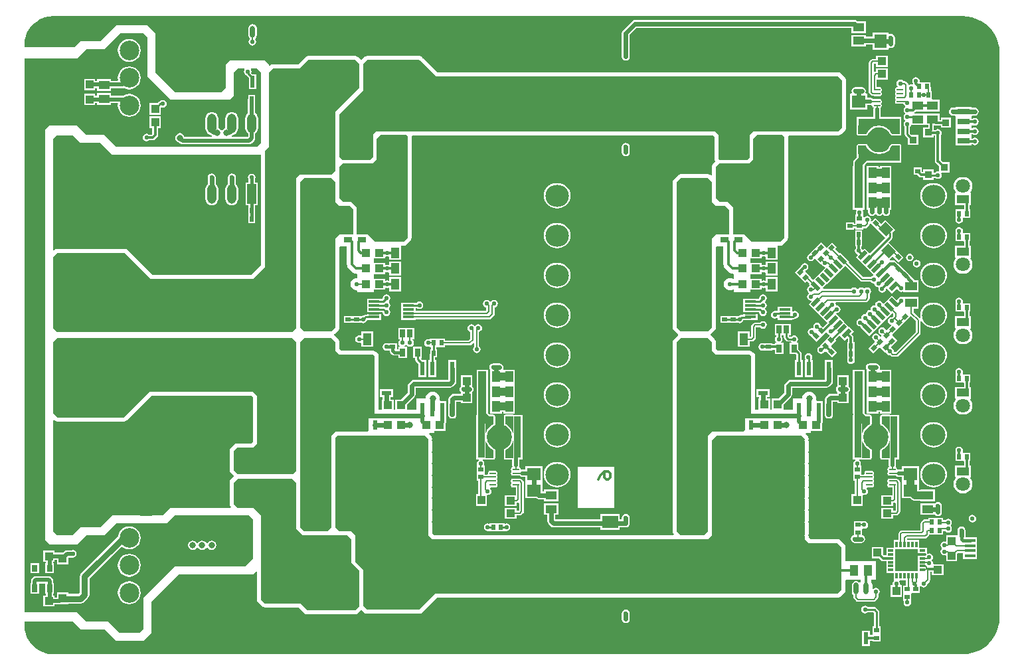
<source format=gbl>
G04 Layer_Physical_Order=6*
G04 Layer_Color=16711680*
%FSLAX44Y44*%
%MOMM*%
G71*
G01*
G75*
%ADD15C,0.2000*%
%ADD16C,0.6000*%
%ADD17C,1.0000*%
%ADD18C,0.3000*%
%ADD19C,0.2500*%
%ADD20C,0.5000*%
%ADD21C,0.8000*%
%ADD22C,0.4000*%
%ADD23O,3.0000X2.8000*%
%ADD24C,2.5000*%
%ADD25C,7.4000*%
%ADD26C,1.9000*%
%ADD27C,8.0000*%
%ADD28C,3.6000*%
%ADD29C,0.5000*%
%ADD30C,1.8000*%
%ADD31C,0.5500*%
%ADD32C,1.0000*%
%ADD33C,0.7000*%
%ADD34C,0.8000*%
%ADD35C,0.2540*%
G04:AMPARAMS|DCode=36|XSize=0.635mm|YSize=0.5mm|CornerRadius=0mm|HoleSize=0mm|Usage=FLASHONLY|Rotation=225.000|XOffset=0mm|YOffset=0mm|HoleType=Round|Shape=Rectangle|*
%AMROTATEDRECTD36*
4,1,4,0.0477,0.4013,0.4013,0.0477,-0.0477,-0.4013,-0.4013,-0.0477,0.0477,0.4013,0.0*
%
%ADD36ROTATEDRECTD36*%

G04:AMPARAMS|DCode=37|XSize=1.4mm|YSize=1.2mm|CornerRadius=0mm|HoleSize=0mm|Usage=FLASHONLY|Rotation=135.000|XOffset=0mm|YOffset=0mm|HoleType=Round|Shape=Rectangle|*
%AMROTATEDRECTD37*
4,1,4,0.9192,-0.0707,0.0707,-0.9192,-0.9192,0.0707,-0.0707,0.9192,0.9192,-0.0707,0.0*
%
%ADD37ROTATEDRECTD37*%

%ADD38R,1.4000X1.1000*%
%ADD39R,0.6350X0.5000*%
%ADD40R,1.1000X1.4000*%
%ADD41R,1.0000X1.1000*%
%ADD42R,0.5000X0.6350*%
%ADD43R,1.1000X1.0000*%
G04:AMPARAMS|DCode=44|XSize=0.635mm|YSize=0.5mm|CornerRadius=0mm|HoleSize=0mm|Usage=FLASHONLY|Rotation=135.000|XOffset=0mm|YOffset=0mm|HoleType=Round|Shape=Rectangle|*
%AMROTATEDRECTD44*
4,1,4,0.4013,-0.0477,0.0477,-0.4013,-0.4013,0.0477,-0.0477,0.4013,0.4013,-0.0477,0.0*
%
%ADD44ROTATEDRECTD44*%

%ADD45R,1.1000X1.5000*%
%ADD46R,1.0100X2.2870*%
%ADD47R,1.0100X0.7620*%
%ADD48R,1.8000X1.1000*%
%ADD49R,0.9500X0.9000*%
%ADD50R,0.9500X0.9000*%
%ADD51R,3.1500X1.2700*%
%ADD52R,0.6100X1.2700*%
%ADD53R,5.5000X4.6000*%
%ADD54R,1.2700X3.1500*%
%ADD55R,1.2700X0.6100*%
%ADD56R,4.6000X5.5000*%
%ADD57R,5.3000X0.9500*%
%ADD58R,0.9500X5.3000*%
%ADD59R,2.6000X4.5000*%
%ADD60R,1.5000X1.1000*%
%ADD61R,1.6000X0.8000*%
%ADD62R,3.0000X2.1000*%
%ADD63R,1.9000X1.7500*%
%ADD64R,1.4000X0.4000*%
%ADD65R,1.4500X1.1500*%
%ADD66R,0.2800X0.7000*%
%ADD67R,1.6500X2.4000*%
G04:AMPARAMS|DCode=68|XSize=0.23mm|YSize=0.8mm|CornerRadius=0.046mm|HoleSize=0mm|Usage=FLASHONLY|Rotation=90.000|XOffset=0mm|YOffset=0mm|HoleType=Round|Shape=RoundedRectangle|*
%AMROUNDEDRECTD68*
21,1,0.2300,0.7080,0,0,90.0*
21,1,0.1380,0.8000,0,0,90.0*
1,1,0.0920,0.3540,0.0690*
1,1,0.0920,0.3540,-0.0690*
1,1,0.0920,-0.3540,-0.0690*
1,1,0.0920,-0.3540,0.0690*
%
%ADD68ROUNDEDRECTD68*%
%ADD69R,1.4000X0.3000*%
%ADD70R,0.7000X1.0000*%
%ADD71R,2.6000X2.6000*%
%ADD72R,0.7500X0.3000*%
%ADD73R,0.3000X0.7500*%
%ADD74R,1.2000X2.5000*%
%ADD75O,1.2000X2.5000*%
%ADD76R,0.6000X1.8000*%
G04:AMPARAMS|DCode=77|XSize=0.6mm|YSize=1.8mm|CornerRadius=0.15mm|HoleSize=0mm|Usage=FLASHONLY|Rotation=0.000|XOffset=0mm|YOffset=0mm|HoleType=Round|Shape=RoundedRectangle|*
%AMROUNDEDRECTD77*
21,1,0.6000,1.5000,0,0,0.0*
21,1,0.3000,1.8000,0,0,0.0*
1,1,0.3000,0.1500,-0.7500*
1,1,0.3000,-0.1500,-0.7500*
1,1,0.3000,-0.1500,0.7500*
1,1,0.3000,0.1500,0.7500*
%
%ADD77ROUNDEDRECTD77*%
G04:AMPARAMS|DCode=78|XSize=0.5mm|YSize=1.2mm|CornerRadius=0mm|HoleSize=0mm|Usage=FLASHONLY|Rotation=225.000|XOffset=0mm|YOffset=0mm|HoleType=Round|Shape=Rectangle|*
%AMROTATEDRECTD78*
4,1,4,-0.2475,0.6010,0.6010,-0.2475,0.2475,-0.6010,-0.6010,0.2475,-0.2475,0.6010,0.0*
%
%ADD78ROTATEDRECTD78*%

G04:AMPARAMS|DCode=79|XSize=0.5mm|YSize=1.2mm|CornerRadius=0mm|HoleSize=0mm|Usage=FLASHONLY|Rotation=315.000|XOffset=0mm|YOffset=0mm|HoleType=Round|Shape=Rectangle|*
%AMROTATEDRECTD79*
4,1,4,-0.6010,-0.2475,0.2475,0.6010,0.6010,0.2475,-0.2475,-0.6010,-0.6010,-0.2475,0.0*
%
%ADD79ROTATEDRECTD79*%

%ADD80R,3.1500X2.0000*%
%ADD81R,2.0300X1.6500*%
%ADD82R,1.6000X1.1000*%
%ADD83R,1.2700X1.4000*%
%ADD84R,4.7200X4.8000*%
%ADD85R,0.8500X0.8500*%
%ADD86R,1.0000X1.0000*%
%ADD87R,0.6100X1.5200*%
%ADD88O,0.6100X1.5200*%
%ADD89R,2.5000X6.0000*%
%ADD90R,1.8000X1.6000*%
%ADD91R,1.6000X1.8000*%
%ADD92R,0.6900X0.9000*%
%ADD93R,0.6900X0.9900*%
G36*
X882902Y252888D02*
X882902Y225000D01*
X883071Y224151D01*
X883290Y223049D01*
X883290Y223049D01*
Y223049D01*
X883708Y222424D01*
X884311Y221521D01*
X881395Y218605D01*
X880290Y216951D01*
X879902Y215000D01*
Y203967D01*
X878729Y203481D01*
X878605Y203605D01*
X876951Y204710D01*
X875000Y205098D01*
X840000D01*
X838049Y204710D01*
X836395Y203605D01*
X831395Y198605D01*
X830290Y196951D01*
X829902Y195000D01*
Y10000D01*
X830290Y8049D01*
X831395Y6395D01*
X836395Y1395D01*
X836785Y1135D01*
Y-135D01*
X836395Y-395D01*
X831395Y-5395D01*
X830290Y-7049D01*
X829902Y-9000D01*
X829902Y-250000D01*
X829902Y-250000D01*
X829902Y-250000D01*
X830050Y-250745D01*
X830290Y-251951D01*
X830290Y-251951D01*
X830290Y-251951D01*
X830908Y-252875D01*
X831395Y-253605D01*
X831395Y-253605D01*
X831395Y-253605D01*
X831519Y-253729D01*
X831033Y-254902D01*
X565500Y-254902D01*
X530501D01*
X530500Y-254902D01*
X525112Y-254902D01*
X523098Y-252888D01*
Y-238655D01*
X523032Y-238325D01*
X523052Y-238030D01*
X523054Y-238010D01*
X523054Y-238000D01*
X523054Y-237990D01*
X523052Y-237969D01*
X523032Y-237675D01*
X523098Y-237345D01*
Y-223655D01*
X523032Y-223325D01*
X523052Y-223030D01*
X523054Y-223010D01*
X523054Y-223000D01*
X523054Y-222990D01*
X523052Y-222969D01*
X523032Y-222675D01*
X523098Y-222345D01*
Y-208655D01*
X523032Y-208325D01*
X523052Y-208030D01*
X523054Y-208010D01*
X523054Y-208000D01*
X523054Y-207990D01*
X523052Y-207969D01*
X523032Y-207675D01*
X523098Y-207345D01*
Y-194655D01*
X523032Y-194325D01*
X523052Y-194030D01*
X523054Y-194010D01*
X523054Y-194000D01*
X523054Y-193990D01*
X523052Y-193969D01*
X523032Y-193675D01*
X523098Y-193345D01*
Y-179655D01*
X523032Y-179325D01*
X523052Y-179030D01*
X523054Y-179010D01*
X523054Y-179000D01*
X523054Y-178990D01*
X523052Y-178969D01*
X523032Y-178674D01*
X523098Y-178345D01*
Y-164655D01*
X523032Y-164325D01*
X523052Y-164030D01*
X523054Y-164010D01*
X523054Y-164000D01*
X523054Y-163990D01*
X523052Y-163969D01*
X523032Y-163675D01*
X523098Y-163345D01*
Y-149655D01*
X523032Y-149325D01*
X523052Y-149030D01*
X523054Y-149010D01*
X523054Y-149000D01*
X523054Y-148990D01*
X523052Y-148969D01*
X523032Y-148675D01*
X523098Y-148345D01*
Y-134655D01*
X523032Y-134325D01*
X523052Y-134030D01*
X523054Y-134010D01*
X523054Y-134000D01*
X523054Y-133990D01*
X523052Y-133969D01*
X523032Y-133674D01*
X523098Y-133345D01*
Y-132000D01*
X523098Y-132000D01*
X523098Y-132000D01*
X522899Y-130998D01*
X522710Y-130049D01*
X522710Y-130049D01*
X522710Y-130049D01*
X522130Y-129182D01*
X521605Y-128395D01*
X521605Y-128395D01*
X521604Y-128395D01*
X519383Y-126173D01*
X519869Y-125000D01*
X526000D01*
Y-122000D01*
X540000D01*
Y-113787D01*
X540589Y-112906D01*
X540938Y-111150D01*
Y-106000D01*
X541350D01*
Y-84000D01*
X533747D01*
X532850Y-82730D01*
X533078Y-81000D01*
X532768Y-78650D01*
X531861Y-76461D01*
X530419Y-74581D01*
X528539Y-73138D01*
X526349Y-72232D01*
X524000Y-71922D01*
X521651Y-72232D01*
X519461Y-73138D01*
X517581Y-74581D01*
X516138Y-76461D01*
X515232Y-78650D01*
X514922Y-81000D01*
X514922Y-81000D01*
X502950D01*
Y-94931D01*
X491000D01*
Y-88710D01*
X500605Y-79105D01*
X501710Y-77451D01*
X502098Y-75500D01*
Y-67112D01*
X502112Y-67098D01*
X546000D01*
X547951Y-66710D01*
X549605Y-65605D01*
X552655Y-62555D01*
X553760Y-60901D01*
X554148Y-58950D01*
Y-43000D01*
X554050Y-42508D01*
Y-32000D01*
X544050D01*
Y-42507D01*
X543952Y-43000D01*
Y-56838D01*
X543888Y-56902D01*
X500000D01*
X498049Y-57290D01*
X496395Y-58395D01*
X493395Y-61395D01*
X492290Y-63049D01*
X491902Y-65000D01*
Y-73388D01*
X483290Y-82000D01*
X476000D01*
Y-94931D01*
X474000D01*
Y-82000D01*
X470098D01*
Y-79100D01*
X473350D01*
Y-69000D01*
X465241D01*
X465000Y-68952D01*
X464759Y-69000D01*
X456650D01*
Y-79100D01*
X459902D01*
Y-82000D01*
X459000D01*
Y-94931D01*
X455098D01*
Y-79000D01*
Y-27000D01*
X454710Y-25049D01*
X453605Y-23395D01*
X453000Y-22790D01*
Y-22500D01*
X452710D01*
X451605Y-21395D01*
X449951Y-20290D01*
X448000Y-19902D01*
X407112D01*
X405098Y-17888D01*
X405098Y-9000D01*
X404914Y-8076D01*
X404710Y-7049D01*
X404710Y-7049D01*
X404710Y-7049D01*
X404197Y-6281D01*
X403605Y-5395D01*
X398605Y-395D01*
X398605Y-395D01*
X398605Y-395D01*
X398408Y-264D01*
X398365Y1235D01*
X398605Y1395D01*
X403605Y6395D01*
X404710Y8049D01*
X405098Y10000D01*
Y112203D01*
X406100Y112850D01*
X414444D01*
Y90000D01*
X414667Y88303D01*
X415322Y86722D01*
X416364Y85364D01*
X421364Y80364D01*
X422722Y79322D01*
X424303Y78667D01*
X426000Y78444D01*
X427102D01*
X428000Y77546D01*
X428000Y75000D01*
X428000Y73648D01*
X427045Y72811D01*
X427000Y72817D01*
X424977Y72551D01*
X423092Y71770D01*
X421473Y70527D01*
X420230Y68908D01*
X419450Y67023D01*
X419183Y65000D01*
X419450Y62977D01*
X420230Y61092D01*
X421473Y59473D01*
X423092Y58230D01*
X424977Y57449D01*
X427000Y57183D01*
X427045Y57189D01*
X428000Y56352D01*
Y55000D01*
X449000D01*
Y58000D01*
X463000D01*
Y59945D01*
X463927Y60440D01*
X464270Y60501D01*
X466000Y60157D01*
X467480Y60451D01*
X468750Y59714D01*
Y56000D01*
X483750D01*
Y74000D01*
X468750D01*
Y70286D01*
X467480Y69549D01*
X466000Y69843D01*
X464270Y69499D01*
X463927Y69560D01*
X463000Y70055D01*
Y72000D01*
X449898D01*
X449000Y72898D01*
X449000Y75000D01*
X449000Y76270D01*
Y78000D01*
X463000D01*
Y79945D01*
X463927Y80440D01*
X464270Y80501D01*
X466000Y80157D01*
X467480Y80451D01*
X468750Y79714D01*
Y76000D01*
X483750D01*
Y94000D01*
X468750D01*
Y90286D01*
X467480Y89549D01*
X466000Y89843D01*
X464270Y89499D01*
X463927Y89560D01*
X463000Y90055D01*
Y92000D01*
X449000D01*
Y95000D01*
X449000D01*
Y95000D01*
X449000D01*
Y98000D01*
X463000D01*
Y99945D01*
X463927Y100440D01*
X464270Y100501D01*
X466000Y100157D01*
X467480Y100451D01*
X468750Y99714D01*
Y96000D01*
X483750D01*
Y113902D01*
X487000D01*
X488951Y114290D01*
X490605Y115395D01*
X495605Y120395D01*
X496710Y122049D01*
X497098Y124000D01*
X497098Y253000D01*
X497098Y253001D01*
X497098Y253001D01*
X496973Y253632D01*
X497710Y254902D01*
X540000D01*
X880888Y254902D01*
X882902Y252888D01*
D02*
G37*
G36*
X507566Y350066D02*
X509621Y348380D01*
X523000Y335000D01*
X528000Y330000D01*
X1040999Y330000D01*
X1046000Y324999D01*
X1046001Y265000D01*
X1041000Y260000D01*
X933000Y260000D01*
X928000Y255000D01*
Y226000D01*
X925000Y223000D01*
X890000Y223000D01*
X888000Y225000D01*
X887999Y254999D01*
X883000Y260000D01*
X540000Y260000D01*
X452000D01*
X448000Y256000D01*
Y227000D01*
X443996Y222996D01*
X409004Y222996D01*
X405000Y227000D01*
X405000Y282000D01*
X435000Y312000D01*
X435000Y346000D01*
X440000Y351000D01*
X506799D01*
X507566Y350066D01*
D02*
G37*
G36*
X74886Y245000D02*
X100000D01*
X115000Y230000D01*
X305000D01*
X305090Y229963D01*
Y153000D01*
Y89360D01*
X296335Y80605D01*
X292828Y77098D01*
X166112D01*
X134605Y108605D01*
X132951Y109710D01*
X131000Y110098D01*
X45000D01*
X43049Y109710D01*
X41395Y108605D01*
X41173Y108383D01*
X40000Y108869D01*
Y250000D01*
X44886Y254886D01*
X65000D01*
X74886Y245000D01*
D02*
G37*
G36*
X430000Y346000D02*
X430000Y315000D01*
X399999Y284999D01*
X399998Y209998D01*
X394999Y204999D01*
X355000Y205000D01*
X350000Y200000D01*
X350000Y9000D01*
X345000Y4000D01*
X45000D01*
X40000Y9000D01*
Y100000D01*
X45000Y105000D01*
X131000D01*
X164000Y72000D01*
X294940D01*
X299940Y77000D01*
X310188Y87248D01*
Y153000D01*
Y235188D01*
X315000Y240000D01*
Y335066D01*
X320000Y340066D01*
X354066D01*
X361000Y347000D01*
X365000Y351000D01*
X425000D01*
X430000Y346000D01*
D02*
G37*
G36*
X395000Y-4000D02*
X400000Y-9000D01*
X400000Y-20000D01*
X405000Y-25000D01*
X448000D01*
X450000Y-27000D01*
Y-79000D01*
Y-105000D01*
X442000D01*
Y-121000D01*
X440000Y-123000D01*
X400000D01*
X394902Y-128098D01*
Y-244941D01*
X389843Y-250000D01*
X360000D01*
X355000Y-245000D01*
X355000Y-9000D01*
X360000Y-4000D01*
X395000Y-4000D01*
D02*
G37*
G36*
X40045Y406666D02*
X1200000D01*
X1200140Y406694D01*
X1206096Y406303D01*
X1212088Y405112D01*
X1217872Y403148D01*
X1223352Y400446D01*
X1228431Y397052D01*
X1233024Y393024D01*
X1237052Y388431D01*
X1240446Y383352D01*
X1243148Y377873D01*
X1245112Y372088D01*
X1246303Y366096D01*
X1246621Y361251D01*
X1246666Y360000D01*
X1246666Y360000D01*
X1246666Y358737D01*
Y-358735D01*
X1246666Y-360000D01*
X1246621Y-361251D01*
X1246303Y-366096D01*
X1245112Y-372088D01*
X1243148Y-377872D01*
X1240446Y-383352D01*
X1237052Y-388431D01*
X1233024Y-393024D01*
X1228431Y-397052D01*
X1223352Y-400446D01*
X1217872Y-403148D01*
X1212088Y-405112D01*
X1206096Y-406303D01*
X1201261Y-406620D01*
X1200000Y-406666D01*
X1200000Y-406666D01*
X1198748Y-406666D01*
X40000D01*
X40000Y-406666D01*
Y-406666D01*
X38750Y-406618D01*
X34256Y-406264D01*
X28654Y-404919D01*
X23331Y-402714D01*
X18419Y-399704D01*
X14038Y-395962D01*
X10296Y-391581D01*
X7286Y-386669D01*
X5081Y-381346D01*
X3736Y-375744D01*
X3298Y-370181D01*
X3334Y-370000D01*
Y-365000D01*
X65000D01*
X75000Y-375000D01*
X105000D01*
X120000Y-390000D01*
X155000D01*
X165000Y-380000D01*
X165000Y-340000D01*
X199934Y-305066D01*
X295000Y-305066D01*
X298689Y-301377D01*
X299862Y-301863D01*
X299862Y-336961D01*
X299862Y-336962D01*
X299862Y-336962D01*
X300046Y-337885D01*
X300250Y-338912D01*
X300251Y-338912D01*
X300251Y-338913D01*
X300806Y-339744D01*
X301356Y-340566D01*
X301356Y-340566D01*
X301356Y-340566D01*
X306396Y-345605D01*
X307303Y-346211D01*
X308050Y-346709D01*
X308050Y-346710D01*
X308050Y-346710D01*
X309071Y-346913D01*
X310000Y-347098D01*
X352888Y-347098D01*
X360395Y-354605D01*
X362049Y-355710D01*
X364000Y-356098D01*
X424954D01*
X426905Y-355710D01*
X428559Y-354605D01*
X432977Y-350187D01*
X436395Y-353605D01*
X438049Y-354710D01*
X440000Y-355098D01*
X507040D01*
X508991Y-354710D01*
X510645Y-353605D01*
X529152Y-335098D01*
X689999D01*
X1039999Y-335130D01*
X1040000Y-335130D01*
X1040000Y-335130D01*
X1040970Y-334937D01*
X1041951Y-334742D01*
X1041951Y-334742D01*
X1041951Y-334742D01*
X1042782Y-334186D01*
X1043605Y-333637D01*
X1043605Y-333637D01*
X1043605Y-333637D01*
X1048605Y-328637D01*
X1049710Y-326983D01*
X1050098Y-325032D01*
Y-313000D01*
X1050750Y-312000D01*
X1069794D01*
Y-314021D01*
X1069318Y-314640D01*
X1069020Y-315361D01*
X1067587Y-315502D01*
X1067291Y-315059D01*
X1065620Y-313943D01*
X1063650Y-313551D01*
X1061680Y-313943D01*
X1060009Y-315059D01*
X1058893Y-316730D01*
X1058501Y-318700D01*
Y-327800D01*
X1058893Y-329770D01*
X1060009Y-331441D01*
X1060591Y-331830D01*
Y-334650D01*
X1060591Y-334650D01*
X1060824Y-335821D01*
X1061487Y-336813D01*
X1063837Y-339163D01*
X1064829Y-339826D01*
X1066000Y-340059D01*
X1066000Y-340059D01*
X1086000D01*
X1086000Y-340059D01*
X1087170Y-339826D01*
X1088163Y-339163D01*
X1091163Y-336163D01*
X1091163Y-336163D01*
X1091826Y-335171D01*
X1092059Y-334000D01*
X1092059Y-334000D01*
Y-330669D01*
X1092425Y-330425D01*
X1093474Y-328853D01*
X1093843Y-327000D01*
X1093474Y-325147D01*
X1092425Y-323576D01*
X1090853Y-322526D01*
X1089000Y-322157D01*
X1087147Y-322526D01*
X1085739Y-323466D01*
X1085055Y-323279D01*
X1084469Y-322945D01*
Y-318700D01*
X1084193Y-316598D01*
X1083382Y-314640D01*
X1082906Y-314021D01*
Y-312000D01*
X1089250D01*
Y-288000D01*
X1050750D01*
X1050098Y-287000D01*
Y-270040D01*
X1049710Y-268089D01*
X1048605Y-266435D01*
X1043565Y-261395D01*
X1041911Y-260290D01*
X1039960Y-259902D01*
X1008656Y-259902D01*
X1008326Y-259967D01*
X1008028Y-259948D01*
X1008009Y-259946D01*
X1008000Y-259946D01*
X1007991Y-259946D01*
X1007972Y-259948D01*
X1007674Y-259967D01*
X1007344Y-259902D01*
X1005112Y-259902D01*
X1003098Y-257888D01*
Y-255655D01*
X1003032Y-255326D01*
X1003052Y-255030D01*
X1003054Y-255010D01*
X1003054Y-255000D01*
X1003054Y-254990D01*
X1003052Y-254970D01*
X1003032Y-254674D01*
X1003098Y-254345D01*
Y-238655D01*
X1003032Y-238326D01*
X1003052Y-238030D01*
X1003054Y-238010D01*
X1003054Y-238000D01*
X1003054Y-237990D01*
X1003052Y-237970D01*
X1003032Y-237675D01*
X1003098Y-237345D01*
Y-223655D01*
X1003032Y-223326D01*
X1003052Y-223030D01*
X1003054Y-223010D01*
X1003054Y-223000D01*
X1003054Y-222990D01*
X1003052Y-222970D01*
X1003032Y-222675D01*
X1003098Y-222345D01*
Y-208655D01*
X1003032Y-208326D01*
X1003052Y-208030D01*
X1003054Y-208010D01*
X1003054Y-208000D01*
X1003054Y-207990D01*
X1003052Y-207970D01*
X1003032Y-207675D01*
X1003098Y-207345D01*
Y-194655D01*
X1003032Y-194326D01*
X1003052Y-194030D01*
X1003054Y-194010D01*
X1003054Y-194000D01*
X1003054Y-193990D01*
X1003052Y-193970D01*
X1003032Y-193675D01*
X1003098Y-193345D01*
Y-179655D01*
X1003032Y-179325D01*
X1003052Y-179030D01*
X1003054Y-179010D01*
X1003054Y-179000D01*
X1003054Y-178990D01*
X1003052Y-178970D01*
X1003032Y-178674D01*
X1003098Y-178344D01*
Y-164655D01*
X1003032Y-164326D01*
X1003052Y-164030D01*
X1003054Y-164010D01*
X1003054Y-164000D01*
X1003054Y-163990D01*
X1003052Y-163970D01*
X1003032Y-163675D01*
X1003098Y-163345D01*
Y-149655D01*
X1003032Y-149326D01*
X1003052Y-149030D01*
X1003054Y-149010D01*
X1003054Y-149000D01*
X1003054Y-148990D01*
X1003052Y-148970D01*
X1003032Y-148674D01*
X1003098Y-148345D01*
Y-134655D01*
X1003032Y-134326D01*
X1003052Y-134030D01*
X1003054Y-134010D01*
X1003054Y-134000D01*
X1003054Y-133990D01*
X1003052Y-133970D01*
X1003032Y-133674D01*
X1003098Y-133345D01*
Y-132000D01*
X1002710Y-130049D01*
X1001605Y-128395D01*
X999383Y-126173D01*
X999869Y-125000D01*
X1006000D01*
Y-122000D01*
X1020000D01*
Y-113787D01*
X1020589Y-112906D01*
X1020938Y-111150D01*
Y-106000D01*
X1021350D01*
Y-84000D01*
X1013748D01*
X1012850Y-82730D01*
X1013078Y-81000D01*
X1012768Y-78650D01*
X1011861Y-76461D01*
X1010419Y-74581D01*
X1008539Y-73138D01*
X1006349Y-72232D01*
X1004000Y-71922D01*
X1001650Y-72232D01*
X999461Y-73138D01*
X997581Y-74581D01*
X996139Y-76461D01*
X995232Y-78650D01*
X994922Y-81000D01*
X994922Y-81000D01*
X982950D01*
Y-94931D01*
X971000D01*
Y-88710D01*
X980605Y-79105D01*
X981710Y-77451D01*
X982098Y-75500D01*
Y-67112D01*
X982112Y-67098D01*
X1026000D01*
X1027951Y-66710D01*
X1029605Y-65605D01*
X1032655Y-62555D01*
X1033760Y-60901D01*
X1034148Y-58950D01*
Y-43000D01*
X1034050Y-42508D01*
Y-32000D01*
X1024050D01*
Y-42508D01*
X1023952Y-43000D01*
Y-56838D01*
X1023888Y-56902D01*
X980000D01*
X978049Y-57290D01*
X976395Y-58395D01*
X973395Y-61395D01*
X972290Y-63049D01*
X971902Y-65000D01*
Y-73388D01*
X964290Y-81000D01*
X956000D01*
Y-94931D01*
X954000D01*
Y-81000D01*
X950098D01*
Y-79100D01*
X953350D01*
Y-69000D01*
X945241D01*
X945000Y-68952D01*
X944759Y-69000D01*
X936650D01*
Y-79100D01*
X939902D01*
Y-81000D01*
X939000D01*
Y-94931D01*
X935098D01*
Y-79000D01*
Y-27000D01*
X934710Y-25049D01*
X933605Y-23395D01*
X933000Y-22790D01*
Y-22500D01*
X932710D01*
X931605Y-21395D01*
X929951Y-20290D01*
X928000Y-19902D01*
X887112D01*
X885098Y-17888D01*
Y-9000D01*
X884710Y-7049D01*
X883605Y-5395D01*
X878605Y-395D01*
X878408Y-264D01*
X878408Y1264D01*
X878605Y1395D01*
X883605Y6395D01*
X884710Y8049D01*
X885098Y10000D01*
Y112203D01*
X886100Y112850D01*
X894444D01*
Y90000D01*
X894667Y88303D01*
X895322Y86722D01*
X896364Y85364D01*
X901364Y80364D01*
X902722Y79322D01*
X904303Y78667D01*
X906000Y78444D01*
X907102D01*
X908000Y77546D01*
X908000Y75000D01*
X908000Y72494D01*
X907430Y72116D01*
X906730Y71844D01*
X905023Y72551D01*
X903000Y72817D01*
X900977Y72551D01*
X899092Y71770D01*
X897473Y70527D01*
X896230Y68908D01*
X895450Y67023D01*
X895183Y65000D01*
X895450Y62977D01*
X896230Y61092D01*
X897473Y59473D01*
X899092Y58230D01*
X900977Y57449D01*
X903000Y57183D01*
X905023Y57449D01*
X906730Y58156D01*
X907430Y57884D01*
X908000Y57506D01*
Y55000D01*
X929000D01*
Y58000D01*
X943000D01*
Y59945D01*
X943927Y60440D01*
X944270Y60501D01*
X946000Y60157D01*
X947480Y60451D01*
X948750Y59714D01*
Y56000D01*
X963750D01*
Y74000D01*
X948750D01*
Y70286D01*
X947480Y69549D01*
X946000Y69843D01*
X944270Y69499D01*
X943927Y69560D01*
X943000Y70055D01*
Y72000D01*
X929898D01*
X929000Y72898D01*
X929000Y75000D01*
X929000Y76270D01*
Y78000D01*
X943000D01*
Y79945D01*
X943927Y80440D01*
X944270Y80501D01*
X946000Y80157D01*
X947480Y80451D01*
X948750Y79714D01*
Y76000D01*
X963750D01*
Y94000D01*
X948750D01*
Y90287D01*
X947480Y89549D01*
X946000Y89843D01*
X944270Y89499D01*
X943927Y89560D01*
X943000Y90055D01*
Y92000D01*
X929000D01*
Y93730D01*
X929000Y95000D01*
X929000D01*
Y95000D01*
X929000D01*
Y98000D01*
X943000D01*
Y99797D01*
X944270Y100476D01*
X945875Y100157D01*
X947480Y100476D01*
X948750Y99797D01*
Y96000D01*
X963750D01*
Y113902D01*
X967000D01*
X968951Y114290D01*
X970605Y115395D01*
X975605Y120395D01*
X976710Y122049D01*
X977098Y124000D01*
X977098Y253000D01*
X977098Y253001D01*
X977098Y253001D01*
X976973Y253632D01*
X977710Y254902D01*
X1041000Y254902D01*
X1042951Y255290D01*
X1044605Y256395D01*
X1049605Y261396D01*
X1050711Y263050D01*
X1051098Y265000D01*
X1051098Y324999D01*
X1050905Y325969D01*
X1050710Y326949D01*
X1050710Y326949D01*
X1050710Y326949D01*
X1050174Y327752D01*
X1049605Y328603D01*
X1044604Y333605D01*
X1044604Y333605D01*
X1044604Y333605D01*
X1043782Y334154D01*
X1042951Y334710D01*
X1042950Y334710D01*
X1042950Y334710D01*
X1041970Y334905D01*
X1041000Y335098D01*
X1041000Y335098D01*
X1040999Y335098D01*
X530112Y335098D01*
X526605Y338605D01*
X526605Y338605D01*
X526605Y338605D01*
X513225Y351984D01*
X513015Y352125D01*
X512855Y352320D01*
X511188Y353688D01*
X510740Y354234D01*
X510544Y354395D01*
X510404Y354605D01*
X509781Y355021D01*
X509202Y355496D01*
X508960Y355569D01*
X508750Y355710D01*
X508015Y355856D01*
X507299Y356073D01*
X507047Y356049D01*
X506799Y356098D01*
X440000D01*
X438049Y355710D01*
X436395Y354605D01*
X432500Y350710D01*
X428605Y354605D01*
X426951Y355710D01*
X425000Y356098D01*
X365000D01*
X363049Y355710D01*
X361395Y354605D01*
X357395Y350605D01*
X351954Y345164D01*
X320000D01*
X318049Y344776D01*
X316395Y343671D01*
X316173Y343449D01*
X315000Y343935D01*
Y345122D01*
X310188Y349934D01*
X265000D01*
X260240Y345174D01*
Y315100D01*
X255140Y310000D01*
X195000Y310000D01*
X170000Y335000D01*
X170000Y385000D01*
X160000Y395000D01*
X120148Y395000D01*
X100148Y375001D01*
X75000Y375000D01*
X67000Y367000D01*
X3334D01*
Y369955D01*
X3334Y369955D01*
X3334D01*
X3382Y371205D01*
X3736Y375706D01*
X5083Y381315D01*
X7290Y386644D01*
X10304Y391563D01*
X14051Y395949D01*
X18437Y399696D01*
X23356Y402710D01*
X28685Y404917D01*
X34294Y406264D01*
X39864Y406702D01*
X40045Y406666D01*
D02*
G37*
G36*
X998000Y-132000D02*
Y-133345D01*
X997914Y-134000D01*
X998000Y-134655D01*
Y-148345D01*
X997914Y-149000D01*
X998000Y-149655D01*
Y-163345D01*
X997914Y-164000D01*
X998000Y-164655D01*
Y-178344D01*
X997914Y-179000D01*
X998000Y-179655D01*
Y-193345D01*
X997914Y-194000D01*
X998000Y-194655D01*
Y-207345D01*
X997914Y-208000D01*
X998000Y-208655D01*
Y-222345D01*
X997914Y-223000D01*
X998000Y-223655D01*
Y-237345D01*
X997914Y-238000D01*
X998000Y-238655D01*
Y-254345D01*
X997914Y-255000D01*
X998000Y-255655D01*
Y-260000D01*
X1003000Y-265000D01*
X1007344Y-265000D01*
X1008000Y-265086D01*
X1008656Y-265000D01*
X1039960Y-265000D01*
X1045000Y-270040D01*
Y-325032D01*
X1040000Y-330032D01*
X690000Y-330000D01*
X527040D01*
X507040Y-350000D01*
X440000D01*
X435000Y-345000D01*
Y-300105D01*
X435000Y-299000D01*
X425000Y-289000D01*
Y-255000D01*
X420086Y-250000D01*
X405059Y-250000D01*
X400000Y-244941D01*
X400000Y-131059D01*
X403058Y-128000D01*
X514000Y-128000D01*
X518000Y-132000D01*
Y-133345D01*
X517914Y-134000D01*
X518000Y-134655D01*
Y-148345D01*
X517914Y-149000D01*
X518000Y-149655D01*
Y-163345D01*
X517914Y-164000D01*
X518000Y-164655D01*
Y-178345D01*
X517914Y-179000D01*
X518000Y-179655D01*
Y-193345D01*
X517914Y-194000D01*
X518000Y-194655D01*
Y-207345D01*
X517914Y-208000D01*
X518000Y-208655D01*
Y-222345D01*
X517914Y-223000D01*
X518000Y-223655D01*
Y-237345D01*
X517914Y-238000D01*
X518000Y-238655D01*
Y-255000D01*
X523000Y-260000D01*
X530500Y-260000D01*
Y-260000D01*
X565500D01*
D01*
X875000Y-260000D01*
X880000Y-255000D01*
Y-180000D01*
Y-134000D01*
X885000Y-129000D01*
X886000Y-128000D01*
X994000D01*
X998000Y-132000D01*
D02*
G37*
G36*
X880000Y-9000D02*
Y-20000D01*
X885000Y-25000D01*
X928000D01*
X930000Y-27000D01*
Y-79000D01*
Y-105000D01*
X922000D01*
X922000Y-121000D01*
X920000Y-123000D01*
X880000D01*
X875000Y-128000D01*
Y-250000D01*
X870001Y-255000D01*
X840001Y-255000D01*
X835000Y-250000D01*
X835000Y-9000D01*
X840000Y-4000D01*
X875000D01*
X880000Y-9000D01*
D02*
G37*
G36*
X349941Y-187942D02*
X349942Y-246941D01*
X358001Y-255000D01*
X415000Y-255000D01*
X420000Y-260000D01*
X420000Y-290150D01*
X430000Y-300151D01*
X430000Y-310000D01*
Y-345954D01*
X424954Y-351000D01*
X364000D01*
X355000Y-342000D01*
X310000Y-342000D01*
X304960Y-336961D01*
X304961Y-233000D01*
Y-229961D01*
X295000Y-220000D01*
X275000D01*
X270000Y-215000D01*
X270000Y-188000D01*
X275000Y-183000D01*
X345000Y-183000D01*
X349941Y-187942D01*
D02*
G37*
G36*
X160000Y380000D02*
X160000Y330000D01*
X190000Y300000D01*
X265000Y300000D01*
X270000Y305000D01*
X270000Y335000D01*
X275000Y340000D01*
X283432Y340000D01*
X284111Y338730D01*
X283526Y337853D01*
X283157Y336000D01*
X283526Y334147D01*
X284576Y332575D01*
X285558Y331919D01*
X285643Y331792D01*
X289300Y328135D01*
Y313650D01*
X299400D01*
Y332850D01*
X294015D01*
X292515Y334350D01*
X292843Y336000D01*
X292474Y337853D01*
X291889Y338730D01*
X292568Y340000D01*
X300000Y340000D01*
X305000Y335000D01*
X305000Y245000D01*
X300000Y240000D01*
X169000D01*
X120000Y240000D01*
X105000Y255000D01*
X82000Y255000D01*
X70000Y267000D01*
X35000D01*
X30000Y262000D01*
Y-261000D01*
X36000Y-267000D01*
X70000Y-267000D01*
X82000Y-255000D01*
X105000Y-255000D01*
X115000Y-245000D01*
X120000Y-240000D01*
X185000D01*
X190000Y-235000D01*
X195000Y-230000D01*
X290000D01*
X295000Y-235000D01*
Y-285000D01*
X285000Y-295000D01*
X195000Y-295000D01*
X155000Y-335000D01*
X155000Y-375000D01*
X150000Y-380000D01*
X125000D01*
X120000Y-375000D01*
X110000Y-365000D01*
X82000Y-365000D01*
X70000Y-353000D01*
X3334Y-353000D01*
Y353000D01*
X36000D01*
X69999Y352999D01*
X82000Y365000D01*
X105066Y365000D01*
X125066Y385000D01*
X155000Y385000D01*
X160000Y380000D01*
D02*
G37*
G36*
X492000Y253000D02*
X492000Y124000D01*
X487000Y119000D01*
X450000D01*
X441000Y128000D01*
X428000Y128000D01*
X427000Y129000D01*
X427000Y163000D01*
X420000Y170000D01*
X410000Y170000D01*
X405000Y175000D01*
Y185000D01*
Y215000D01*
X409000Y219000D01*
X447000D01*
X452000Y224000D01*
Y250000D01*
X457000Y255000D01*
X490000Y255000D01*
X492000Y253000D01*
D02*
G37*
G36*
X972000Y253000D02*
X972000Y124000D01*
X967000Y119000D01*
X930000D01*
X921000Y128000D01*
X908000Y128000D01*
X907000Y129000D01*
X907000Y163000D01*
X900000Y170000D01*
X890000Y170000D01*
X885000Y175000D01*
Y185000D01*
Y215000D01*
X889000Y219000D01*
X927000D01*
X932000Y224000D01*
Y250000D01*
X937000Y255000D01*
X970000Y255000D01*
X972000Y253000D01*
D02*
G37*
G36*
X294902Y-79112D02*
Y-87945D01*
X294968Y-88275D01*
X294948Y-88569D01*
X294946Y-88590D01*
X294946Y-88600D01*
X294946Y-88610D01*
X294948Y-88631D01*
X294968Y-88925D01*
X294902Y-89255D01*
Y-135888D01*
X292888Y-137902D01*
X275000D01*
X273049Y-138290D01*
X271395Y-139395D01*
X269790Y-141000D01*
X269250D01*
Y-141540D01*
X266395Y-144395D01*
X265290Y-146049D01*
X264902Y-148000D01*
X264902Y-172000D01*
X265122Y-173103D01*
X265290Y-173951D01*
X265290Y-173951D01*
X265290Y-173951D01*
X265753Y-174644D01*
X266395Y-175604D01*
X270790Y-180000D01*
X266395Y-184395D01*
X265290Y-186049D01*
X264902Y-188000D01*
X264902Y-215000D01*
X265290Y-216951D01*
X266395Y-218605D01*
X266617Y-218827D01*
X266131Y-220000D01*
X190000D01*
X180000Y-230000D01*
X115114D01*
X110114Y-235000D01*
X100114Y-245000D01*
X75000D01*
X65000Y-255000D01*
X45000D01*
X40000Y-250000D01*
Y-108531D01*
X41173Y-108045D01*
X41733Y-108605D01*
X43387Y-109710D01*
X45338Y-110098D01*
X130000D01*
X131951Y-109710D01*
X133605Y-108605D01*
X165112Y-77098D01*
X292888D01*
X294902Y-79112D01*
D02*
G37*
G36*
X350000Y-9000D02*
X350000Y-173000D01*
X346000Y-177000D01*
X275000Y-177000D01*
X270000Y-172000D01*
X270000Y-148000D01*
X275000Y-143000D01*
X295000D01*
X300000Y-138000D01*
Y-89255D01*
X300086Y-88600D01*
X300000Y-87945D01*
Y-77000D01*
X295000Y-72000D01*
X163000D01*
X130000Y-105000D01*
X45338D01*
X40000Y-99662D01*
Y-9000D01*
X45000Y-4000D01*
X345000D01*
X350000Y-9000D01*
D02*
G37*
G36*
X880000Y195000D02*
Y170000D01*
X885000Y165000D01*
X897000D01*
X902000Y160000D01*
Y129000D01*
X901000Y128000D01*
X885000D01*
X880000Y123000D01*
Y10000D01*
X875000Y5000D01*
X840000D01*
X835000Y10000D01*
Y195000D01*
X840000Y200000D01*
X875000D01*
X880000Y195000D01*
D02*
G37*
G36*
X400000D02*
Y170000D01*
X405000Y165000D01*
X418000Y165000D01*
X423000Y160000D01*
X423000Y129000D01*
X422000Y128000D01*
X405000Y128000D01*
X400000Y123000D01*
Y10000D01*
X395000Y5000D01*
X360000D01*
X355000Y10000D01*
Y195000D01*
X360000Y200000D01*
X395000D01*
X400000Y195000D01*
D02*
G37*
%LPC*%
G36*
X1163400Y-110923D02*
X1161400D01*
X1158263Y-111231D01*
X1155247Y-112146D01*
X1152468Y-113632D01*
X1150032Y-115632D01*
X1148032Y-118068D01*
X1146546Y-120847D01*
X1145631Y-123863D01*
X1145323Y-127000D01*
X1145631Y-130136D01*
X1146546Y-133153D01*
X1148032Y-135932D01*
X1150032Y-138369D01*
X1152468Y-140368D01*
X1155247Y-141854D01*
X1158263Y-142768D01*
X1161400Y-143077D01*
X1163400D01*
X1166537Y-142768D01*
X1169553Y-141854D01*
X1172332Y-140368D01*
X1174769Y-138369D01*
X1176768Y-135932D01*
X1178254Y-133153D01*
X1179168Y-130136D01*
X1179477Y-127000D01*
X1179168Y-123863D01*
X1178254Y-120847D01*
X1176768Y-118068D01*
X1174769Y-115632D01*
X1172332Y-113632D01*
X1169553Y-112146D01*
X1166537Y-111231D01*
X1163400Y-110923D01*
D02*
G37*
G36*
X594750Y-44000D02*
X579750D01*
Y-62000D01*
X579750D01*
Y-63000D01*
X579750D01*
Y-81000D01*
X579750D01*
Y-82000D01*
X579750D01*
Y-100000D01*
X580190D01*
Y-101500D01*
X579500D01*
Y-158500D01*
X582396D01*
X582781Y-159770D01*
X581575Y-160575D01*
X580526Y-162147D01*
X580157Y-164000D01*
X580402Y-165230D01*
X579825Y-166500D01*
X579825D01*
Y-175230D01*
X579825Y-175500D01*
Y-176500D01*
X579825Y-176770D01*
Y-185500D01*
X581941D01*
Y-203000D01*
X579000D01*
Y-218000D01*
X593000D01*
Y-204645D01*
X593982Y-203839D01*
X594000Y-203843D01*
X595853Y-203474D01*
X597425Y-202425D01*
X598474Y-200853D01*
X598843Y-199000D01*
X598474Y-197147D01*
X597425Y-195576D01*
X597264Y-195468D01*
X597649Y-194198D01*
X603790D01*
X604750Y-194007D01*
X605564Y-193463D01*
X606107Y-192650D01*
X606298Y-191690D01*
Y-190310D01*
X606107Y-189350D01*
X605586Y-188500D01*
X606107Y-187650D01*
X606298Y-186690D01*
Y-185310D01*
X606107Y-184350D01*
X605564Y-183536D01*
Y-183463D01*
X606107Y-182650D01*
X606298Y-181690D01*
Y-180310D01*
X606107Y-179350D01*
X605564Y-178536D01*
Y-178463D01*
X606107Y-177650D01*
X606298Y-176690D01*
Y-175310D01*
X606107Y-174350D01*
X605564Y-173536D01*
X604750Y-172993D01*
X603790Y-172802D01*
X596710D01*
X595750Y-172993D01*
X594936Y-173536D01*
X594393Y-174350D01*
X594202Y-175310D01*
Y-176690D01*
X593176Y-177941D01*
X591073D01*
X590261Y-177129D01*
X590175Y-176671D01*
Y-175500D01*
X590175Y-175230D01*
Y-166500D01*
X590175D01*
X589598Y-165230D01*
X589843Y-164000D01*
X589474Y-162147D01*
X588425Y-160575D01*
X587219Y-159770D01*
X587604Y-158500D01*
X590803D01*
X591000Y-158539D01*
X601500D01*
X602280Y-158384D01*
X602942Y-157942D01*
X603384Y-157280D01*
X603539Y-156500D01*
Y-146500D01*
X603490Y-146255D01*
X603478Y-146005D01*
X603414Y-145868D01*
X603384Y-145720D01*
X603245Y-145512D01*
X603138Y-145286D01*
X603026Y-145184D01*
X602942Y-145058D01*
X602734Y-144919D01*
X602549Y-144751D01*
X600139Y-143306D01*
X598340Y-141956D01*
X596085Y-139701D01*
X595267Y-138475D01*
X593924Y-135788D01*
X593512Y-134138D01*
X593052Y-130000D01*
X593503Y-125940D01*
X594389Y-123282D01*
X594789Y-122482D01*
X596119Y-120264D01*
X599299Y-117085D01*
X600525Y-116267D01*
X602412Y-115324D01*
X602670Y-115124D01*
X602942Y-114942D01*
X602983Y-114881D01*
X603041Y-114836D01*
X603202Y-114552D01*
X603384Y-114280D01*
X603398Y-114209D01*
X603435Y-114145D01*
X603475Y-113820D01*
X603539Y-113500D01*
Y-103500D01*
X603384Y-102720D01*
X602942Y-102058D01*
X602280Y-101616D01*
X601500Y-101461D01*
X596406D01*
X594750Y-99805D01*
Y-82000D01*
X594750D01*
Y-81000D01*
X594750D01*
Y-63000D01*
X594750D01*
Y-62000D01*
X594750D01*
Y-44000D01*
D02*
G37*
G36*
X1163400Y-161723D02*
X1161400D01*
X1158263Y-162031D01*
X1155247Y-162946D01*
X1152468Y-164432D01*
X1150032Y-166432D01*
X1148032Y-168868D01*
X1146546Y-171647D01*
X1145631Y-174664D01*
X1145323Y-177800D01*
X1145631Y-180937D01*
X1146546Y-183953D01*
X1148032Y-186732D01*
X1150032Y-189168D01*
X1152468Y-191168D01*
X1155247Y-192654D01*
X1158263Y-193568D01*
X1161400Y-193877D01*
X1163400D01*
X1166537Y-193568D01*
X1169553Y-192654D01*
X1172332Y-191168D01*
X1174769Y-189168D01*
X1176768Y-186732D01*
X1178254Y-183953D01*
X1179168Y-180937D01*
X1179477Y-177800D01*
X1179168Y-174664D01*
X1178254Y-171647D01*
X1176768Y-168868D01*
X1174769Y-166432D01*
X1172332Y-164432D01*
X1169553Y-162946D01*
X1166537Y-162031D01*
X1163400Y-161723D01*
D02*
G37*
G36*
X683400Y-110923D02*
X681400D01*
X678263Y-111231D01*
X675247Y-112146D01*
X672468Y-113632D01*
X670032Y-115632D01*
X668032Y-118068D01*
X666546Y-120847D01*
X665631Y-123863D01*
X665323Y-127000D01*
X665631Y-130136D01*
X666546Y-133153D01*
X668032Y-135932D01*
X670032Y-138369D01*
X672468Y-140368D01*
X675247Y-141854D01*
X678263Y-142768D01*
X681400Y-143077D01*
X683400D01*
X686536Y-142768D01*
X689553Y-141854D01*
X692332Y-140368D01*
X694769Y-138369D01*
X696768Y-135932D01*
X698254Y-133153D01*
X699168Y-130136D01*
X699477Y-127000D01*
X699168Y-123863D01*
X698254Y-120847D01*
X696768Y-118068D01*
X694769Y-115632D01*
X692332Y-113632D01*
X689553Y-112146D01*
X686536Y-111231D01*
X683400Y-110923D01*
D02*
G37*
G36*
X1074750Y-44000D02*
X1059750D01*
Y-62000D01*
X1059750D01*
Y-63000D01*
X1059750D01*
Y-81000D01*
X1059750D01*
Y-82000D01*
X1059750D01*
Y-100000D01*
X1060190D01*
Y-101500D01*
X1059500D01*
Y-158500D01*
X1062396D01*
X1062781Y-159770D01*
X1061575Y-160575D01*
X1060526Y-162147D01*
X1060157Y-164000D01*
X1060402Y-165230D01*
X1059825Y-166500D01*
X1059825D01*
Y-175230D01*
X1059825Y-175500D01*
Y-176500D01*
X1059825Y-176770D01*
Y-185500D01*
X1061941D01*
Y-203000D01*
X1058000D01*
Y-218000D01*
X1072000D01*
Y-204740D01*
X1073270Y-203698D01*
X1074000Y-203843D01*
X1075853Y-203474D01*
X1077425Y-202425D01*
X1078474Y-200853D01*
X1078843Y-199000D01*
X1078474Y-197147D01*
X1077425Y-195576D01*
X1077264Y-195468D01*
X1077649Y-194198D01*
X1083790D01*
X1084750Y-194007D01*
X1085564Y-193463D01*
X1086107Y-192650D01*
X1086298Y-191690D01*
Y-190310D01*
X1086107Y-189350D01*
X1085586Y-188500D01*
X1086107Y-187650D01*
X1086298Y-186690D01*
Y-185310D01*
X1086107Y-184350D01*
X1085564Y-183536D01*
Y-183463D01*
X1086107Y-182650D01*
X1086298Y-181690D01*
Y-180310D01*
X1086107Y-179350D01*
X1085564Y-178536D01*
Y-178463D01*
X1086107Y-177650D01*
X1086298Y-176690D01*
Y-175310D01*
X1086107Y-174350D01*
X1085564Y-173536D01*
X1084750Y-172993D01*
X1083790Y-172802D01*
X1076710D01*
X1075750Y-172993D01*
X1074936Y-173536D01*
X1074393Y-174350D01*
X1074202Y-175310D01*
Y-176690D01*
X1073176Y-177941D01*
X1071073D01*
X1070261Y-177129D01*
X1070175Y-176671D01*
Y-175500D01*
X1070175Y-175230D01*
Y-166500D01*
X1070175D01*
X1069598Y-165230D01*
X1069843Y-164000D01*
X1069474Y-162147D01*
X1068425Y-160575D01*
X1067219Y-159770D01*
X1067604Y-158500D01*
X1070803D01*
X1071000Y-158539D01*
X1081500D01*
X1082280Y-158384D01*
X1082942Y-157942D01*
X1083384Y-157280D01*
X1083539Y-156500D01*
Y-146500D01*
X1083490Y-146255D01*
X1083478Y-146005D01*
X1083413Y-145868D01*
X1083384Y-145720D01*
X1083245Y-145512D01*
X1083138Y-145286D01*
X1083026Y-145184D01*
X1082942Y-145058D01*
X1082734Y-144919D01*
X1082549Y-144751D01*
X1080139Y-143306D01*
X1078340Y-141956D01*
X1076085Y-139701D01*
X1075267Y-138475D01*
X1073924Y-135788D01*
X1073512Y-134138D01*
X1073052Y-130000D01*
X1073503Y-125940D01*
X1074389Y-123282D01*
X1074789Y-122482D01*
X1076119Y-120264D01*
X1079299Y-117085D01*
X1080525Y-116267D01*
X1082412Y-115324D01*
X1082670Y-115124D01*
X1082942Y-114942D01*
X1082983Y-114881D01*
X1083040Y-114836D01*
X1083202Y-114552D01*
X1083384Y-114280D01*
X1083398Y-114209D01*
X1083435Y-114145D01*
X1083475Y-113820D01*
X1083539Y-113500D01*
Y-103500D01*
X1083384Y-102720D01*
X1082942Y-102058D01*
X1082280Y-101616D01*
X1081500Y-101461D01*
X1076406D01*
X1074750Y-99805D01*
Y-82000D01*
X1074750D01*
Y-81000D01*
X1074750D01*
Y-63000D01*
X1074750D01*
Y-62000D01*
X1074750D01*
Y-44000D01*
D02*
G37*
G36*
X1003000Y-23157D02*
X1001147Y-23526D01*
X999575Y-24575D01*
X998526Y-26147D01*
X998157Y-28000D01*
X998526Y-29853D01*
X999111Y-30730D01*
X998650Y-32000D01*
X998650D01*
Y-54000D01*
X1008650D01*
Y-32000D01*
X1006964D01*
Y-30618D01*
X1007474Y-29853D01*
X1007843Y-28000D01*
X1007474Y-26147D01*
X1006425Y-24575D01*
X1004853Y-23526D01*
X1003000Y-23157D01*
D02*
G37*
G36*
X980500Y14000D02*
X960000D01*
Y0D01*
X961686D01*
Y-1501D01*
X961575Y-1575D01*
X960526Y-3147D01*
X960157Y-5000D01*
X960526Y-6853D01*
X961575Y-8425D01*
X962033Y-8730D01*
X961647Y-10000D01*
X960000D01*
Y-11431D01*
X957175D01*
Y-10500D01*
X946825D01*
X946825Y-10500D01*
X945568Y-10469D01*
X944000Y-10157D01*
X942147Y-10526D01*
X940575Y-11575D01*
X939526Y-13147D01*
X939157Y-15000D01*
X939526Y-16853D01*
X940575Y-18425D01*
X942147Y-19474D01*
X944000Y-19843D01*
X945568Y-19531D01*
X946825Y-19500D01*
X946825Y-19500D01*
X946825Y-19500D01*
X957175D01*
Y-18569D01*
X960000D01*
Y-24000D01*
X971000D01*
Y-10000D01*
X968353D01*
X967967Y-8730D01*
X968425Y-8425D01*
X969474Y-6853D01*
X969843Y-5000D01*
X969474Y-3147D01*
X968425Y-1575D01*
X968314Y-1501D01*
Y0D01*
X971686D01*
Y-3000D01*
X971939Y-4268D01*
X972657Y-5343D01*
X974657Y-7343D01*
X975732Y-8061D01*
X977000Y-8314D01*
X980856D01*
X981205Y-8730D01*
X980613Y-10000D01*
X979000D01*
Y-24000D01*
X986814D01*
X987636Y-24823D01*
Y-32000D01*
X985950D01*
Y-54000D01*
X995950D01*
Y-32000D01*
X994264D01*
Y-23450D01*
X994011Y-22182D01*
X993293Y-21107D01*
X990000Y-17814D01*
Y-10000D01*
X988353D01*
X987967Y-8730D01*
X988425Y-8425D01*
X989474Y-6853D01*
X989843Y-5000D01*
X989474Y-3147D01*
X988425Y-1575D01*
X986853Y-526D01*
X985000Y-157D01*
X983147Y-526D01*
X981575Y-1575D01*
X981501Y-1686D01*
X978373D01*
X978314Y-1628D01*
Y0D01*
X980500D01*
Y14000D01*
D02*
G37*
G36*
X510000Y-15000D02*
X499000D01*
Y-29000D01*
X501186D01*
Y-30550D01*
X501439Y-31818D01*
X502157Y-32893D01*
X505950Y-36686D01*
Y-54000D01*
X515950D01*
Y-32000D01*
X510636D01*
X508906Y-30270D01*
X509432Y-29000D01*
X510000D01*
Y-15000D01*
D02*
G37*
G36*
X500500Y9000D02*
X480000D01*
Y-5000D01*
X481647D01*
X482033Y-6270D01*
X481575Y-6575D01*
X480526Y-8147D01*
X480157Y-10000D01*
X480526Y-11853D01*
X481575Y-13425D01*
X482033Y-13730D01*
X481647Y-15000D01*
X480000D01*
Y-17922D01*
X478175D01*
Y-10500D01*
X467825D01*
X467825Y-10500D01*
X466568Y-10469D01*
X465000Y-10157D01*
X463147Y-10526D01*
X461576Y-11575D01*
X460526Y-13147D01*
X460157Y-15000D01*
X460526Y-16853D01*
X461576Y-18425D01*
X463147Y-19474D01*
X465000Y-19843D01*
X466568Y-19531D01*
X467825Y-19500D01*
X468893Y-19987D01*
X468922Y-20000D01*
X469232Y-21561D01*
X470116Y-22884D01*
X472116Y-24884D01*
X472116Y-24884D01*
X473439Y-25768D01*
X475000Y-26078D01*
X480000D01*
Y-29000D01*
X491000D01*
Y-15000D01*
X488353D01*
X487967Y-13730D01*
X488425Y-13425D01*
X489294Y-12123D01*
X489761Y-12021D01*
X490239D01*
X490706Y-12123D01*
X491575Y-13425D01*
X493147Y-14474D01*
X495000Y-14843D01*
X496853Y-14474D01*
X498425Y-13425D01*
X499474Y-11853D01*
X499843Y-10000D01*
X499474Y-8147D01*
X498425Y-6575D01*
X498059Y-6331D01*
Y-5000D01*
X500500D01*
Y9000D01*
D02*
G37*
G36*
X1163400Y-9323D02*
X1161400D01*
X1158263Y-9632D01*
X1155247Y-10546D01*
X1152468Y-12032D01*
X1150032Y-14031D01*
X1148032Y-16468D01*
X1146546Y-19247D01*
X1145631Y-22264D01*
X1145323Y-25400D01*
X1145631Y-28537D01*
X1146546Y-31553D01*
X1148032Y-34332D01*
X1150032Y-36769D01*
X1152468Y-38768D01*
X1155247Y-40254D01*
X1158263Y-41168D01*
X1161400Y-41477D01*
X1163400D01*
X1166537Y-41168D01*
X1169553Y-40254D01*
X1172332Y-38768D01*
X1174769Y-36769D01*
X1176768Y-34332D01*
X1178254Y-31553D01*
X1179168Y-28537D01*
X1179477Y-25400D01*
X1179168Y-22264D01*
X1178254Y-19247D01*
X1176768Y-16468D01*
X1174769Y-14031D01*
X1172332Y-12032D01*
X1169553Y-10546D01*
X1166537Y-9632D01*
X1163400Y-9323D01*
D02*
G37*
G36*
X683400D02*
X681400D01*
X678263Y-9632D01*
X675247Y-10546D01*
X672468Y-12032D01*
X670032Y-14031D01*
X668032Y-16468D01*
X666546Y-19247D01*
X665631Y-22264D01*
X665323Y-25400D01*
X665631Y-28537D01*
X666546Y-31553D01*
X668032Y-34332D01*
X670032Y-36769D01*
X672468Y-38768D01*
X675247Y-40254D01*
X678263Y-41168D01*
X681400Y-41477D01*
X683400D01*
X686536Y-41168D01*
X689553Y-40254D01*
X692332Y-38768D01*
X694769Y-36769D01*
X696768Y-34332D01*
X698254Y-31553D01*
X699168Y-28537D01*
X699477Y-25400D01*
X699168Y-22264D01*
X698254Y-19247D01*
X696768Y-16468D01*
X694769Y-14031D01*
X692332Y-12032D01*
X689553Y-10546D01*
X686536Y-9632D01*
X683400Y-9323D01*
D02*
G37*
G36*
X574000Y-51000D02*
X560000D01*
Y-64991D01*
X559395Y-65395D01*
X558290Y-67049D01*
X557902Y-69000D01*
X558290Y-70951D01*
X559395Y-72605D01*
X560000Y-73009D01*
Y-74402D01*
X551500D01*
X549549Y-74790D01*
X547895Y-75895D01*
X545445Y-78345D01*
X544340Y-79999D01*
X543952Y-81950D01*
Y-95000D01*
X543982Y-95148D01*
Y-102500D01*
X544253Y-103866D01*
X545027Y-105023D01*
X546184Y-105797D01*
X547550Y-106069D01*
X550550D01*
X551916Y-105797D01*
X553073Y-105023D01*
X553847Y-103866D01*
X554119Y-102500D01*
Y-95148D01*
X554148Y-95000D01*
Y-84598D01*
X560000D01*
Y-87000D01*
X574000D01*
Y-73009D01*
X574605Y-72605D01*
X575710Y-70951D01*
X576098Y-69000D01*
X575710Y-67049D01*
X574605Y-65395D01*
X574000Y-64991D01*
Y-51000D01*
D02*
G37*
G36*
X1089000Y-35902D02*
X1081000D01*
X1079049Y-36290D01*
X1077395Y-37395D01*
X1076290Y-39049D01*
X1075902Y-41000D01*
X1076290Y-42951D01*
X1077250Y-44387D01*
Y-61730D01*
X1077250Y-62000D01*
Y-63000D01*
X1077250Y-63270D01*
Y-80730D01*
X1077250Y-81000D01*
Y-82000D01*
X1077250Y-82270D01*
Y-100000D01*
X1092250D01*
Y-98060D01*
X1093750D01*
Y-100000D01*
X1108750D01*
Y-82270D01*
X1108750Y-82000D01*
Y-81000D01*
X1108750Y-80730D01*
Y-63270D01*
X1108750Y-63000D01*
Y-62000D01*
X1108750Y-61730D01*
Y-44000D01*
X1094536D01*
X1094188Y-43558D01*
X1093754Y-42730D01*
X1094098Y-41000D01*
X1093710Y-39049D01*
X1092605Y-37395D01*
X1090951Y-36290D01*
X1089000Y-35902D01*
D02*
G37*
G36*
X609000D02*
X601000D01*
X599049Y-36290D01*
X597395Y-37395D01*
X596290Y-39049D01*
X595902Y-41000D01*
X596290Y-42951D01*
X597250Y-44387D01*
Y-61730D01*
X597250Y-62000D01*
Y-63000D01*
X597250Y-63270D01*
Y-80730D01*
X597250Y-81000D01*
Y-82000D01*
X597250Y-82270D01*
Y-100000D01*
X612250D01*
Y-98060D01*
X613750D01*
Y-100000D01*
X628750D01*
Y-82270D01*
X628750Y-82000D01*
Y-81000D01*
X628750Y-80730D01*
Y-63270D01*
X628750Y-63000D01*
Y-62000D01*
X628750Y-61730D01*
Y-44000D01*
X614536D01*
X614188Y-43558D01*
X613754Y-42730D01*
X614098Y-41000D01*
X613710Y-39049D01*
X612605Y-37395D01*
X610951Y-36290D01*
X609000Y-35902D01*
D02*
G37*
G36*
X1195000Y-42157D02*
X1193147Y-42526D01*
X1191575Y-43576D01*
X1190526Y-45147D01*
X1190157Y-47000D01*
X1190469Y-48568D01*
X1190500Y-49825D01*
X1190500Y-49825D01*
X1190500Y-49825D01*
Y-60175D01*
X1199230D01*
X1199500Y-60175D01*
X1200500D01*
X1201431Y-61171D01*
Y-66000D01*
X1190000D01*
Y-81000D01*
X1190179D01*
X1190806Y-82270D01*
X1189518Y-83948D01*
X1188309Y-86867D01*
X1187896Y-90000D01*
X1188309Y-93133D01*
X1189518Y-96052D01*
X1191441Y-98559D01*
X1193948Y-100482D01*
X1196867Y-101691D01*
X1200000Y-102104D01*
X1203133Y-101691D01*
X1206052Y-100482D01*
X1208559Y-98559D01*
X1210482Y-96052D01*
X1211691Y-93133D01*
X1212104Y-90000D01*
X1211691Y-86867D01*
X1210482Y-83948D01*
X1209194Y-82270D01*
X1209820Y-81000D01*
X1210000D01*
Y-66000D01*
X1208569D01*
Y-60175D01*
X1209500D01*
Y-49825D01*
X1200770D01*
X1199986Y-49391D01*
X1199522Y-48916D01*
X1199531Y-48568D01*
X1199843Y-47000D01*
X1199474Y-45147D01*
X1198425Y-43576D01*
X1196853Y-42526D01*
X1195000Y-42157D01*
D02*
G37*
G36*
X1054000Y-51000D02*
X1040000D01*
Y-64991D01*
X1039395Y-65395D01*
X1038290Y-67049D01*
X1037902Y-69000D01*
X1038290Y-70951D01*
X1039395Y-72605D01*
X1040000Y-73009D01*
Y-74402D01*
X1031500D01*
X1029549Y-74790D01*
X1027895Y-75895D01*
X1025445Y-78345D01*
X1024340Y-79999D01*
X1023952Y-81950D01*
Y-95000D01*
X1023981Y-95148D01*
Y-102500D01*
X1024253Y-103866D01*
X1025027Y-105023D01*
X1026184Y-105797D01*
X1027550Y-106068D01*
X1030550D01*
X1031916Y-105797D01*
X1033073Y-105023D01*
X1033847Y-103866D01*
X1034119Y-102500D01*
Y-95148D01*
X1034148Y-95000D01*
Y-84598D01*
X1040000D01*
Y-87000D01*
X1054000D01*
Y-73009D01*
X1054605Y-72605D01*
X1055710Y-70951D01*
X1056098Y-69000D01*
X1055710Y-67049D01*
X1054605Y-65395D01*
X1054000Y-64991D01*
Y-51000D01*
D02*
G37*
G36*
X1163400Y-60123D02*
X1161400D01*
X1158263Y-60431D01*
X1155247Y-61346D01*
X1152468Y-62832D01*
X1150032Y-64832D01*
X1148032Y-67268D01*
X1146546Y-70047D01*
X1145631Y-73064D01*
X1145323Y-76200D01*
X1145631Y-79337D01*
X1146546Y-82353D01*
X1148032Y-85132D01*
X1150032Y-87569D01*
X1152468Y-89568D01*
X1155247Y-91054D01*
X1158263Y-91968D01*
X1161400Y-92277D01*
X1163400D01*
X1166537Y-91968D01*
X1169553Y-91054D01*
X1172332Y-89568D01*
X1174769Y-87569D01*
X1176768Y-85132D01*
X1178254Y-82353D01*
X1179168Y-79337D01*
X1179477Y-76200D01*
X1179168Y-73064D01*
X1178254Y-70047D01*
X1176768Y-67268D01*
X1174769Y-64832D01*
X1172332Y-62832D01*
X1169553Y-61346D01*
X1166537Y-60431D01*
X1163400Y-60123D01*
D02*
G37*
G36*
X683400D02*
X681400D01*
X678263Y-60431D01*
X675247Y-61346D01*
X672468Y-62832D01*
X670032Y-64832D01*
X668032Y-67268D01*
X666546Y-70047D01*
X665631Y-73064D01*
X665323Y-76200D01*
X665631Y-79337D01*
X666546Y-82353D01*
X668032Y-85132D01*
X670032Y-87569D01*
X672468Y-89568D01*
X675247Y-91054D01*
X678263Y-91968D01*
X681400Y-92277D01*
X683400D01*
X686536Y-91968D01*
X689553Y-91054D01*
X692332Y-89568D01*
X694769Y-87569D01*
X696768Y-85132D01*
X698254Y-82353D01*
X699168Y-79337D01*
X699477Y-76200D01*
X699168Y-73064D01*
X698254Y-70047D01*
X696768Y-67268D01*
X694769Y-64832D01*
X692332Y-62832D01*
X689553Y-61346D01*
X686536Y-60431D01*
X683400Y-60123D01*
D02*
G37*
G36*
X242000Y-261882D02*
X239659Y-262348D01*
X237674Y-263674D01*
X236733Y-265082D01*
X235266D01*
X234326Y-263674D01*
X232341Y-262348D01*
X230000Y-261882D01*
X227659Y-262348D01*
X225674Y-263674D01*
X224734Y-265082D01*
X223267D01*
X222326Y-263674D01*
X220341Y-262348D01*
X218000Y-261882D01*
X215659Y-262348D01*
X213674Y-263674D01*
X212348Y-265659D01*
X211882Y-268000D01*
X212348Y-270341D01*
X213674Y-272326D01*
X215659Y-273652D01*
X218000Y-274118D01*
X220341Y-273652D01*
X222326Y-272326D01*
X223267Y-270918D01*
X224734D01*
X225674Y-272326D01*
X227659Y-273652D01*
X230000Y-274118D01*
X232341Y-273652D01*
X234326Y-272326D01*
X235266Y-270918D01*
X236733D01*
X237674Y-272326D01*
X239659Y-273652D01*
X242000Y-274118D01*
X244341Y-273652D01*
X246326Y-272326D01*
X247652Y-270341D01*
X248118Y-268000D01*
X247652Y-265659D01*
X246326Y-263674D01*
X244341Y-262348D01*
X242000Y-261882D01*
D02*
G37*
G36*
X137000Y-243875D02*
X133215Y-244373D01*
X129687Y-245834D01*
X126658Y-248158D01*
X124334Y-251187D01*
X122873Y-254715D01*
X122606Y-256742D01*
X75674Y-303674D01*
X74348Y-305659D01*
X73882Y-308000D01*
Y-328466D01*
X72466Y-329882D01*
X59000D01*
Y-328000D01*
X45000D01*
Y-334412D01*
X42000D01*
Y-332000D01*
X40088D01*
Y-329900D01*
X40950D01*
Y-316000D01*
X40088D01*
Y-313500D01*
X39739Y-311744D01*
X38744Y-310256D01*
X37244Y-308756D01*
X35756Y-307761D01*
X34000Y-307412D01*
X18000D01*
X16244Y-307761D01*
X14756Y-308756D01*
X13256Y-310256D01*
X12261Y-311744D01*
X11912Y-313500D01*
Y-316000D01*
X11050D01*
Y-329900D01*
X21950D01*
Y-316588D01*
X30050D01*
Y-329900D01*
X30912D01*
Y-332000D01*
X27000D01*
Y-346000D01*
X42000D01*
Y-343588D01*
X48500D01*
X50256Y-343239D01*
X50613Y-343000D01*
X59000D01*
Y-342118D01*
X75000D01*
X77341Y-341652D01*
X79326Y-340326D01*
X84326Y-335326D01*
X85652Y-333341D01*
X86117Y-331000D01*
Y-310534D01*
X127310Y-269341D01*
X129687Y-271166D01*
X133215Y-272627D01*
X137000Y-273125D01*
X140785Y-272627D01*
X144313Y-271166D01*
X147341Y-268841D01*
X149666Y-265812D01*
X151127Y-262285D01*
X151625Y-258500D01*
X151127Y-254715D01*
X149666Y-251187D01*
X147341Y-248158D01*
X144313Y-245834D01*
X140785Y-244373D01*
X137000Y-243875D01*
D02*
G37*
G36*
X1198000Y-243902D02*
X1196049Y-244290D01*
X1194395Y-245395D01*
X1193290Y-247049D01*
X1192902Y-249000D01*
Y-254396D01*
X1192500Y-255500D01*
X1191805Y-255500D01*
X1178500D01*
Y-262547D01*
X1177230Y-263402D01*
X1176000Y-263157D01*
X1174147Y-263526D01*
X1172576Y-264575D01*
X1171526Y-266147D01*
X1171157Y-268000D01*
X1171526Y-269853D01*
X1172576Y-271425D01*
Y-272575D01*
X1171526Y-274147D01*
X1171157Y-276000D01*
X1171526Y-277853D01*
X1172576Y-279425D01*
X1174147Y-280474D01*
X1176000Y-280843D01*
X1177230Y-280598D01*
X1178500Y-281453D01*
Y-288500D01*
X1192500D01*
Y-278826D01*
X1193267Y-278059D01*
X1200000D01*
Y-285500D01*
X1218000D01*
Y-279000D01*
Y-272500D01*
Y-266000D01*
Y-258000D01*
X1209394D01*
X1209000Y-257922D01*
X1203717D01*
X1202911Y-256940D01*
X1203098Y-256000D01*
Y-249000D01*
X1202710Y-247049D01*
X1201605Y-245395D01*
X1199951Y-244290D01*
X1198000Y-243902D01*
D02*
G37*
G36*
X606500Y-239825D02*
X605500D01*
X605230Y-239825D01*
X596500D01*
Y-239825D01*
X595230Y-240402D01*
X594000Y-240157D01*
X592147Y-240526D01*
X590575Y-241575D01*
X589526Y-243147D01*
X589157Y-245000D01*
X589526Y-246853D01*
X590575Y-248424D01*
X592147Y-249474D01*
X594000Y-249843D01*
X595230Y-249598D01*
X596500Y-250175D01*
Y-250175D01*
X605230D01*
X605500Y-250175D01*
X606500D01*
X606770Y-250175D01*
X615500D01*
Y-250175D01*
X616770Y-249598D01*
X618000Y-249843D01*
X619853Y-249474D01*
X621425Y-248424D01*
X622474Y-246853D01*
X622843Y-245000D01*
X622474Y-243147D01*
X621425Y-241575D01*
X619853Y-240526D01*
X618000Y-240157D01*
X616770Y-240402D01*
X615500Y-239825D01*
Y-239825D01*
X606770D01*
X606500Y-239825D01*
D02*
G37*
G36*
X684000Y-214250D02*
X666000D01*
Y-229250D01*
X669902D01*
Y-237000D01*
X670290Y-238951D01*
X671395Y-240605D01*
X674395Y-243605D01*
X676049Y-244710D01*
X678000Y-245098D01*
X737850D01*
Y-248250D01*
X762150D01*
Y-245098D01*
X770000D01*
X771951Y-244710D01*
X773605Y-243605D01*
X774710Y-241951D01*
X775098Y-240000D01*
Y-233000D01*
X774710Y-231049D01*
X773605Y-229395D01*
X771951Y-228290D01*
X770000Y-227902D01*
X768049Y-228290D01*
X766395Y-229395D01*
X765290Y-231049D01*
X764902Y-233000D01*
Y-234902D01*
X762150D01*
Y-227750D01*
X737850D01*
Y-234902D01*
X680112D01*
X680098Y-234888D01*
Y-229250D01*
X684000D01*
Y-214250D01*
D02*
G37*
G36*
X65000Y-274157D02*
X63719Y-274412D01*
X57500D01*
X55744Y-274761D01*
X54256Y-275756D01*
X53011Y-277000D01*
X45000D01*
Y-277435D01*
X41981D01*
Y-275023D01*
X26981D01*
Y-289023D01*
X30912D01*
Y-290550D01*
X30050D01*
Y-303550D01*
X40950D01*
Y-290550D01*
X40088D01*
Y-289023D01*
X41981D01*
Y-286611D01*
X45000D01*
Y-292000D01*
X59000D01*
Y-283989D01*
X59401Y-283588D01*
X63719D01*
X65000Y-283843D01*
X66853Y-283474D01*
X68425Y-282425D01*
X69474Y-280853D01*
X69843Y-279000D01*
X69474Y-277147D01*
X68425Y-275575D01*
X66853Y-274526D01*
X65000Y-274157D01*
D02*
G37*
G36*
X770000Y-349902D02*
X768049Y-350290D01*
X766395Y-351395D01*
X765290Y-353049D01*
X764902Y-355000D01*
Y-362000D01*
X765290Y-363951D01*
X766395Y-365605D01*
X768049Y-366710D01*
X770000Y-367098D01*
X771951Y-366710D01*
X773605Y-365605D01*
X774710Y-363951D01*
X775098Y-362000D01*
Y-355000D01*
X774710Y-353049D01*
X773605Y-351395D01*
X771951Y-350290D01*
X770000Y-349902D01*
D02*
G37*
G36*
X1075000Y-345157D02*
X1073147Y-345526D01*
X1071575Y-346576D01*
X1070526Y-348147D01*
X1070157Y-350000D01*
X1070526Y-351853D01*
X1071575Y-353425D01*
X1073147Y-354474D01*
X1075000Y-354843D01*
X1076853Y-354474D01*
X1078425Y-353425D01*
X1078499Y-353314D01*
X1085628D01*
X1086686Y-354373D01*
Y-371500D01*
X1084825D01*
Y-380230D01*
X1084825Y-380500D01*
Y-381500D01*
X1083829Y-382431D01*
X1081400D01*
Y-377150D01*
X1071300D01*
Y-396350D01*
X1081400D01*
Y-389569D01*
X1084825D01*
Y-390500D01*
X1095175D01*
Y-381770D01*
X1095175Y-381500D01*
Y-380500D01*
X1095175Y-380230D01*
Y-371500D01*
X1093314D01*
Y-353000D01*
X1093061Y-351732D01*
X1092343Y-350657D01*
X1089343Y-347657D01*
X1088268Y-346939D01*
X1087000Y-346686D01*
X1078499D01*
X1078425Y-346576D01*
X1076853Y-345526D01*
X1075000Y-345157D01*
D02*
G37*
G36*
X137000Y-313875D02*
X133215Y-314373D01*
X129687Y-315834D01*
X126658Y-318158D01*
X124334Y-321187D01*
X122873Y-324715D01*
X122375Y-328500D01*
X122873Y-332285D01*
X124334Y-335812D01*
X126658Y-338842D01*
X129687Y-341166D01*
X133215Y-342627D01*
X137000Y-343125D01*
X140785Y-342627D01*
X144313Y-341166D01*
X147341Y-338842D01*
X149666Y-335812D01*
X151127Y-332285D01*
X151625Y-328500D01*
X151127Y-324715D01*
X149666Y-321187D01*
X147341Y-318158D01*
X144313Y-315834D01*
X140785Y-314373D01*
X137000Y-313875D01*
D02*
G37*
G36*
X21950Y-290550D02*
X11050D01*
Y-303550D01*
X21950D01*
Y-290550D01*
D02*
G37*
G36*
X137000Y-278875D02*
X133215Y-279373D01*
X129687Y-280834D01*
X126658Y-283158D01*
X124334Y-286187D01*
X122873Y-289715D01*
X122375Y-293500D01*
X122873Y-297285D01*
X124334Y-300813D01*
X126658Y-303841D01*
X129687Y-306166D01*
X133215Y-307627D01*
X137000Y-308125D01*
X140785Y-307627D01*
X144313Y-306166D01*
X147341Y-303841D01*
X149666Y-300813D01*
X151127Y-297285D01*
X151625Y-293500D01*
X151127Y-289715D01*
X149666Y-286187D01*
X147341Y-283158D01*
X144313Y-280834D01*
X140785Y-279373D01*
X137000Y-278875D01*
D02*
G37*
G36*
X627000Y-101461D02*
X616500D01*
X615720Y-101616D01*
X615058Y-102058D01*
X614616Y-102720D01*
X614461Y-103500D01*
Y-113500D01*
X614525Y-113820D01*
X614565Y-114145D01*
X614602Y-114209D01*
X614616Y-114280D01*
X614798Y-114552D01*
X614959Y-114836D01*
X615017Y-114881D01*
X615058Y-114942D01*
X615330Y-115124D01*
X615588Y-115324D01*
X616518Y-115789D01*
X618736Y-117119D01*
X621456Y-119839D01*
X622758Y-121576D01*
X624076Y-124212D01*
X624488Y-125862D01*
X624947Y-129986D01*
X624492Y-133625D01*
X624076Y-135288D01*
X622258Y-138924D01*
X620956Y-140661D01*
X619660Y-141956D01*
X617861Y-143306D01*
X615451Y-144751D01*
X615266Y-144919D01*
X615058Y-145058D01*
X614974Y-145184D01*
X614862Y-145286D01*
X614755Y-145512D01*
X614616Y-145720D01*
X614586Y-145868D01*
X614522Y-146005D01*
X614510Y-146255D01*
X614461Y-146500D01*
Y-156500D01*
X614616Y-157280D01*
X615058Y-157942D01*
X615720Y-158384D01*
X616500Y-158539D01*
X625162D01*
Y-166250D01*
X625499Y-167943D01*
X625250Y-167993D01*
X624436Y-168536D01*
X623893Y-169350D01*
X623702Y-170310D01*
Y-171690D01*
X623893Y-172650D01*
X624414Y-173500D01*
X623893Y-174350D01*
X623702Y-175310D01*
Y-176690D01*
X623893Y-177650D01*
X624436Y-178463D01*
X625250Y-179007D01*
X626210Y-179198D01*
X633290D01*
X633991Y-179059D01*
X634632D01*
X634756Y-179244D01*
X636244Y-180239D01*
X638000Y-180588D01*
X642000D01*
Y-187000D01*
X642000D01*
Y-188000D01*
X642000D01*
Y-208000D01*
X655862D01*
X657299Y-208960D01*
X659250Y-209348D01*
X666000D01*
Y-211750D01*
X684000D01*
Y-196750D01*
X666000D01*
Y-199152D01*
X664000D01*
Y-188000D01*
X664000D01*
Y-187000D01*
X664000D01*
Y-167000D01*
X642000D01*
Y-171412D01*
X638000D01*
X637068Y-171597D01*
X635798Y-170648D01*
Y-170310D01*
X635607Y-169350D01*
X635064Y-168536D01*
X634250Y-167993D01*
X634001Y-167943D01*
X634338Y-166250D01*
Y-158500D01*
X638500D01*
Y-101500D01*
X627197D01*
X627000Y-101461D01*
D02*
G37*
G36*
X709000Y-168000D02*
Y-220000D01*
X755000Y-220000D01*
Y-188997D01*
Y-168000D01*
X709000Y-168000D01*
D02*
G37*
G36*
X1107000Y-101461D02*
X1096500D01*
X1095720Y-101616D01*
X1095058Y-102058D01*
X1094616Y-102720D01*
X1094461Y-103500D01*
Y-113500D01*
X1094525Y-113820D01*
X1094566Y-114145D01*
X1094602Y-114209D01*
X1094616Y-114280D01*
X1094798Y-114552D01*
X1094959Y-114836D01*
X1095017Y-114881D01*
X1095058Y-114942D01*
X1095330Y-115124D01*
X1095588Y-115324D01*
X1096518Y-115789D01*
X1098736Y-117119D01*
X1101456Y-119839D01*
X1102758Y-121576D01*
X1104076Y-124212D01*
X1104488Y-125862D01*
X1104947Y-129986D01*
X1104492Y-133625D01*
X1104076Y-135288D01*
X1102258Y-138924D01*
X1100956Y-140661D01*
X1099660Y-141956D01*
X1097861Y-143306D01*
X1095451Y-144751D01*
X1095266Y-144919D01*
X1095058Y-145058D01*
X1094974Y-145184D01*
X1094862Y-145286D01*
X1094755Y-145512D01*
X1094616Y-145720D01*
X1094586Y-145868D01*
X1094522Y-146005D01*
X1094510Y-146255D01*
X1094461Y-146500D01*
Y-156500D01*
X1094616Y-157280D01*
X1095058Y-157942D01*
X1095720Y-158384D01*
X1096500Y-158539D01*
X1105162D01*
Y-166250D01*
X1105499Y-167943D01*
X1105250Y-167993D01*
X1104436Y-168536D01*
X1103893Y-169350D01*
X1103702Y-170310D01*
Y-171690D01*
X1103893Y-172650D01*
X1104414Y-173500D01*
X1103893Y-174350D01*
X1103702Y-175310D01*
Y-176690D01*
X1103893Y-177650D01*
X1104436Y-178463D01*
X1105250Y-179007D01*
X1106210Y-179198D01*
X1113290D01*
X1113991Y-179059D01*
X1114632D01*
X1114756Y-179244D01*
X1116244Y-180239D01*
X1118000Y-180588D01*
X1122000D01*
Y-187000D01*
X1122000D01*
Y-188000D01*
X1122000D01*
Y-208000D01*
X1133015D01*
X1134258Y-209242D01*
X1135720Y-210364D01*
X1137423Y-211070D01*
X1139250Y-211310D01*
X1146000D01*
Y-211750D01*
X1164000D01*
Y-196750D01*
X1146000D01*
Y-197190D01*
X1144000D01*
Y-188000D01*
X1144000D01*
Y-187000D01*
X1144000D01*
Y-167000D01*
X1122000D01*
Y-171412D01*
X1118000D01*
X1117068Y-171597D01*
X1115798Y-170648D01*
Y-170310D01*
X1115607Y-169350D01*
X1115064Y-168536D01*
X1114250Y-167993D01*
X1114001Y-167943D01*
X1114338Y-166250D01*
Y-158500D01*
X1118500D01*
Y-101500D01*
X1107197D01*
X1107000Y-101461D01*
D02*
G37*
G36*
X683400Y-161723D02*
X681400D01*
X678263Y-162031D01*
X675247Y-162946D01*
X672468Y-164432D01*
X670032Y-166432D01*
X668032Y-168868D01*
X666546Y-171647D01*
X665631Y-174664D01*
X665323Y-177800D01*
X665631Y-180937D01*
X666546Y-183953D01*
X668032Y-186732D01*
X670032Y-189168D01*
X672468Y-191168D01*
X675247Y-192654D01*
X678263Y-193568D01*
X681400Y-193877D01*
X683400D01*
X686536Y-193568D01*
X689553Y-192654D01*
X692332Y-191168D01*
X694769Y-189168D01*
X696768Y-186732D01*
X698254Y-183953D01*
X699168Y-180937D01*
X699477Y-177800D01*
X699168Y-174664D01*
X698254Y-171647D01*
X696768Y-168868D01*
X694769Y-166432D01*
X692332Y-164432D01*
X689553Y-162946D01*
X686536Y-162031D01*
X683400Y-161723D01*
D02*
G37*
G36*
X1195000Y-142157D02*
X1193147Y-142526D01*
X1191575Y-143575D01*
X1190526Y-145147D01*
X1190157Y-147000D01*
X1190469Y-148568D01*
X1190500Y-149825D01*
X1190500Y-149825D01*
X1190500Y-149825D01*
Y-160175D01*
X1199230D01*
X1199500Y-160175D01*
X1200500D01*
X1201431Y-161171D01*
Y-166000D01*
X1190000D01*
Y-181000D01*
X1190179D01*
X1190806Y-182270D01*
X1189518Y-183948D01*
X1188309Y-186867D01*
X1187896Y-190000D01*
X1188309Y-193133D01*
X1189518Y-196052D01*
X1191441Y-198559D01*
X1193948Y-200482D01*
X1196867Y-201691D01*
X1200000Y-202104D01*
X1203133Y-201691D01*
X1206052Y-200482D01*
X1208559Y-198559D01*
X1210482Y-196052D01*
X1211691Y-193133D01*
X1212104Y-190000D01*
X1211691Y-186867D01*
X1210482Y-183948D01*
X1209194Y-182270D01*
X1209820Y-181000D01*
X1210000D01*
Y-166000D01*
X1208569D01*
Y-160175D01*
X1209500D01*
Y-149825D01*
X1200770D01*
X1199986Y-149391D01*
X1199522Y-148916D01*
X1199531Y-148568D01*
X1199843Y-147000D01*
X1199474Y-145147D01*
X1198425Y-143575D01*
X1196853Y-142526D01*
X1195000Y-142157D01*
D02*
G37*
G36*
X1113290Y-182802D02*
X1106210D01*
X1105250Y-182993D01*
X1104436Y-183536D01*
X1103893Y-184350D01*
X1103702Y-185310D01*
Y-186690D01*
X1103893Y-187650D01*
X1104414Y-188500D01*
X1103893Y-189350D01*
X1103702Y-190310D01*
Y-191690D01*
X1103893Y-192650D01*
X1104436Y-193463D01*
X1105250Y-194007D01*
X1106210Y-194198D01*
X1109941D01*
Y-204000D01*
X1096000D01*
Y-218000D01*
X1111000D01*
Y-214059D01*
X1111000Y-214059D01*
X1112170Y-213826D01*
X1112671Y-213491D01*
X1113941Y-214110D01*
Y-223733D01*
X1113733Y-223941D01*
X1111000D01*
Y-220000D01*
X1096000D01*
Y-234000D01*
X1111000D01*
Y-230059D01*
X1115000D01*
X1115000Y-230059D01*
X1116171Y-229826D01*
X1117163Y-229163D01*
X1119163Y-227163D01*
X1119826Y-226171D01*
X1120059Y-225000D01*
Y-188000D01*
X1120059Y-188000D01*
X1119826Y-186829D01*
X1119163Y-185837D01*
X1119163Y-185837D01*
X1117163Y-183837D01*
X1116171Y-183174D01*
X1115000Y-182941D01*
X1115000Y-182941D01*
X1113991D01*
X1113290Y-182802D01*
D02*
G37*
G36*
X1074000Y-237157D02*
X1072432Y-237469D01*
X1071175Y-237500D01*
X1071175Y-237500D01*
X1071175Y-237500D01*
X1060825D01*
Y-246230D01*
X1060825Y-246500D01*
Y-247500D01*
X1060825Y-247770D01*
Y-255136D01*
X1060049Y-255290D01*
X1058395Y-256395D01*
X1057290Y-258049D01*
X1056902Y-260000D01*
X1057290Y-261951D01*
X1058395Y-263605D01*
X1060049Y-264710D01*
X1062000Y-265098D01*
X1070000D01*
X1071951Y-264710D01*
X1073605Y-263605D01*
X1074710Y-261951D01*
X1075098Y-260000D01*
X1074710Y-258049D01*
X1073605Y-256395D01*
X1071951Y-255290D01*
X1071175Y-255136D01*
Y-247770D01*
X1071609Y-246986D01*
X1072084Y-246523D01*
X1072432Y-246531D01*
X1074000Y-246843D01*
X1075853Y-246474D01*
X1077425Y-245425D01*
X1078474Y-243853D01*
X1078843Y-242000D01*
X1078474Y-240147D01*
X1077425Y-238575D01*
X1075853Y-237526D01*
X1074000Y-237157D01*
D02*
G37*
G36*
X1212000Y-229157D02*
X1210147Y-229526D01*
X1208575Y-230575D01*
X1207526Y-232147D01*
X1207157Y-234000D01*
X1207526Y-235853D01*
X1208575Y-237425D01*
X1210147Y-238474D01*
X1212000Y-238843D01*
X1213853Y-238474D01*
X1215424Y-237425D01*
X1216474Y-235853D01*
X1216843Y-234000D01*
X1216474Y-232147D01*
X1215424Y-230575D01*
X1213853Y-229526D01*
X1212000Y-229157D01*
D02*
G37*
G36*
X1165460Y-232831D02*
X1164460D01*
X1164190Y-232831D01*
X1155460D01*
Y-234941D01*
X1151000D01*
X1151000Y-234941D01*
X1149829Y-235174D01*
X1148837Y-235837D01*
X1148837Y-235837D01*
X1146837Y-237837D01*
X1146174Y-238829D01*
X1145941Y-240000D01*
X1145941Y-240000D01*
Y-248733D01*
X1145733Y-248941D01*
X1122000D01*
X1122000Y-248941D01*
X1120829Y-249174D01*
X1119837Y-249837D01*
X1118337Y-251337D01*
X1117674Y-252329D01*
X1117441Y-253500D01*
X1117441Y-253500D01*
Y-261250D01*
X1112000D01*
Y-271000D01*
X1102250D01*
Y-280931D01*
X1099478D01*
X1098000Y-279453D01*
Y-270000D01*
X1084000D01*
Y-285000D01*
X1093453D01*
X1095477Y-287023D01*
X1096634Y-287797D01*
X1098000Y-288069D01*
X1102250D01*
Y-293000D01*
Y-303000D01*
X1112000D01*
Y-312750D01*
X1111435Y-313786D01*
X1110526Y-315147D01*
X1110157Y-317000D01*
X1110302Y-317730D01*
X1109260Y-319000D01*
X1108000D01*
Y-334000D01*
X1122000D01*
Y-319000D01*
X1120740D01*
X1119698Y-317730D01*
X1119843Y-317000D01*
X1119474Y-315147D01*
X1118722Y-314020D01*
X1119301Y-312750D01*
X1127441D01*
Y-319500D01*
X1123825D01*
Y-328230D01*
X1123825Y-328500D01*
Y-329500D01*
X1123825Y-329770D01*
Y-338500D01*
X1123825D01*
X1124402Y-339770D01*
X1124157Y-341000D01*
X1124526Y-342853D01*
X1125575Y-344425D01*
X1127147Y-345474D01*
X1129000Y-345843D01*
X1130853Y-345474D01*
X1132425Y-344425D01*
X1133474Y-342853D01*
X1133843Y-341000D01*
X1133598Y-339770D01*
X1134175Y-338500D01*
X1134175D01*
Y-329770D01*
X1134175Y-329501D01*
X1134310Y-329294D01*
X1134827Y-328500D01*
X1145175D01*
Y-320615D01*
X1146445Y-320229D01*
X1146575Y-320425D01*
X1148147Y-321474D01*
X1150000Y-321843D01*
X1151853Y-321474D01*
X1153425Y-320425D01*
X1154474Y-318853D01*
X1154843Y-317000D01*
X1154757Y-316569D01*
X1157163Y-314163D01*
X1157826Y-313171D01*
X1158059Y-312000D01*
X1158059Y-312000D01*
Y-301569D01*
X1160000D01*
Y-306000D01*
X1175000D01*
Y-292000D01*
X1162645D01*
X1161839Y-291018D01*
X1161843Y-291000D01*
X1161474Y-289147D01*
X1160425Y-287575D01*
Y-286425D01*
X1161474Y-284853D01*
X1161843Y-283000D01*
X1161474Y-281147D01*
X1160425Y-279575D01*
X1158853Y-278526D01*
X1157000Y-278157D01*
X1155585Y-278438D01*
X1155147Y-278526D01*
X1154850Y-278488D01*
X1154406Y-278333D01*
X1153956Y-278136D01*
X1153750Y-277931D01*
X1153750Y-276772D01*
Y-271000D01*
X1144000D01*
Y-261250D01*
X1128559D01*
Y-259767D01*
X1128938Y-259388D01*
X1151671D01*
X1151671Y-259388D01*
X1152842Y-259155D01*
X1153834Y-258492D01*
X1156163Y-256163D01*
X1156826Y-255170D01*
X1157024Y-254175D01*
X1164230D01*
X1164500Y-254175D01*
X1165500D01*
X1165770Y-254175D01*
X1174500D01*
Y-250059D01*
X1177331D01*
X1177575Y-250424D01*
X1179147Y-251474D01*
X1181000Y-251843D01*
X1182853Y-251474D01*
X1184425Y-250424D01*
X1185474Y-248853D01*
X1185843Y-247000D01*
X1185474Y-245147D01*
X1184425Y-243575D01*
Y-242425D01*
X1185474Y-240853D01*
X1185843Y-239000D01*
X1185474Y-237147D01*
X1184425Y-235575D01*
X1182853Y-234526D01*
X1181000Y-234157D01*
X1179147Y-234526D01*
X1177575Y-235575D01*
X1177331Y-235941D01*
X1174460D01*
Y-232831D01*
X1165730D01*
X1165460Y-232831D01*
D02*
G37*
G36*
X633290Y-182802D02*
X626210D01*
X625250Y-182993D01*
X624436Y-183536D01*
X623893Y-184350D01*
X623702Y-185310D01*
Y-186690D01*
X623893Y-187650D01*
X624414Y-188500D01*
X623893Y-189350D01*
X623702Y-190310D01*
Y-191690D01*
X623893Y-192650D01*
X624436Y-193463D01*
X625250Y-194007D01*
X626210Y-194198D01*
X629941D01*
Y-204000D01*
X616000D01*
Y-218000D01*
X631000D01*
Y-214059D01*
X631000Y-214059D01*
X632170Y-213826D01*
X632671Y-213491D01*
X633941Y-214110D01*
Y-223733D01*
X633733Y-223941D01*
X631000D01*
Y-220000D01*
X616000D01*
Y-234000D01*
X631000D01*
Y-230059D01*
X635000D01*
X635000Y-230059D01*
X636171Y-229826D01*
X637163Y-229163D01*
X639163Y-227163D01*
X639826Y-226171D01*
X640059Y-225000D01*
Y-188000D01*
X640059Y-188000D01*
X639826Y-186829D01*
X639163Y-185837D01*
X639163Y-185837D01*
X637163Y-183837D01*
X636171Y-183174D01*
X635000Y-182941D01*
X635000Y-182941D01*
X633991D01*
X633290Y-182802D01*
D02*
G37*
G36*
X1168000Y-212652D02*
X1166049Y-213040D01*
X1165046Y-213710D01*
X1164000Y-214250D01*
X1146000D01*
Y-229250D01*
X1164000D01*
X1165046Y-229790D01*
X1166049Y-230460D01*
X1168000Y-230848D01*
X1169951Y-230460D01*
X1171605Y-229355D01*
X1172710Y-227701D01*
X1173098Y-225750D01*
Y-217750D01*
X1172710Y-215799D01*
X1171605Y-214145D01*
X1169951Y-213040D01*
X1168000Y-212652D01*
D02*
G37*
G36*
X268000Y206098D02*
X266049Y205710D01*
X264395Y204605D01*
X263290Y202951D01*
X262902Y201000D01*
Y192902D01*
X261994Y192206D01*
X260712Y190534D01*
X259906Y188588D01*
X259631Y186500D01*
Y173500D01*
X259906Y171412D01*
X260712Y169466D01*
X261994Y167794D01*
X263666Y166512D01*
X265612Y165706D01*
X267700Y165431D01*
X269788Y165706D01*
X271735Y166512D01*
X273406Y167794D01*
X274688Y169466D01*
X275494Y171412D01*
X275769Y173500D01*
Y186500D01*
X275494Y188588D01*
X274688Y190534D01*
X273406Y192206D01*
X273098Y192442D01*
Y201000D01*
X272710Y202951D01*
X271605Y204605D01*
X269951Y205710D01*
X268000Y206098D01*
D02*
G37*
G36*
X242000D02*
X240049Y205710D01*
X238395Y204605D01*
X237290Y202951D01*
X236902Y201000D01*
Y192442D01*
X236594Y192206D01*
X235312Y190534D01*
X234506Y188588D01*
X234231Y186500D01*
Y173500D01*
X234506Y171412D01*
X235312Y169466D01*
X236594Y167794D01*
X238265Y166512D01*
X240212Y165706D01*
X242300Y165431D01*
X244388Y165706D01*
X246334Y166512D01*
X248006Y167794D01*
X249288Y169466D01*
X250094Y171412D01*
X250369Y173500D01*
Y186500D01*
X250094Y188588D01*
X249288Y190534D01*
X248006Y192206D01*
X247098Y192902D01*
Y201000D01*
X246710Y202951D01*
X245605Y204605D01*
X243951Y205710D01*
X242000Y206098D01*
D02*
G37*
G36*
X1163400Y193877D02*
X1161400D01*
X1158263Y193568D01*
X1155247Y192654D01*
X1152468Y191168D01*
X1150032Y189168D01*
X1148032Y186732D01*
X1146546Y183953D01*
X1145631Y180937D01*
X1145323Y177800D01*
X1145631Y174664D01*
X1146546Y171647D01*
X1148032Y168868D01*
X1150032Y166432D01*
X1152468Y164432D01*
X1155247Y162946D01*
X1158263Y162031D01*
X1161400Y161723D01*
X1163400D01*
X1166537Y162031D01*
X1169553Y162946D01*
X1172332Y164432D01*
X1174769Y166432D01*
X1176768Y168868D01*
X1178254Y171647D01*
X1179168Y174664D01*
X1179477Y177800D01*
X1179168Y180937D01*
X1178254Y183953D01*
X1176768Y186732D01*
X1174769Y189168D01*
X1172332Y191168D01*
X1169553Y192654D01*
X1166537Y193568D01*
X1163400Y193877D01*
D02*
G37*
G36*
X1119500Y243539D02*
X1109500D01*
X1109255Y243490D01*
X1109005Y243478D01*
X1108868Y243414D01*
X1108720Y243384D01*
X1108512Y243245D01*
X1108286Y243139D01*
X1108184Y243026D01*
X1108058Y242942D01*
X1107919Y242734D01*
X1107751Y242549D01*
X1106305Y240139D01*
X1104956Y238340D01*
X1102701Y236085D01*
X1101475Y235267D01*
X1098788Y233924D01*
X1097139Y233512D01*
X1093000Y233052D01*
X1088940Y233503D01*
X1086282Y234389D01*
X1085482Y234789D01*
X1083264Y236119D01*
X1080085Y239299D01*
X1079267Y240525D01*
X1078324Y242412D01*
X1078124Y242670D01*
X1077942Y242942D01*
X1077881Y242983D01*
X1077836Y243041D01*
X1077552Y243202D01*
X1077280Y243384D01*
X1077209Y243398D01*
X1077145Y243435D01*
X1076820Y243475D01*
X1076500Y243539D01*
X1066500D01*
X1065720Y243384D01*
X1065058Y242942D01*
X1064616Y242280D01*
X1064461Y241500D01*
Y231000D01*
X1064500Y230803D01*
Y226525D01*
X1062258Y224282D01*
X1061135Y222820D01*
X1060430Y221117D01*
X1060190Y219290D01*
Y216000D01*
X1059750D01*
Y198000D01*
X1059750D01*
Y197000D01*
X1059750D01*
Y179000D01*
X1059750D01*
X1059750Y178000D01*
X1059750D01*
Y160000D01*
X1063432D01*
X1064111Y158730D01*
X1063526Y157853D01*
X1063157Y156000D01*
X1063402Y154770D01*
X1062845Y153500D01*
X1062845D01*
Y144500D01*
X1062845D01*
Y143500D01*
X1062845D01*
Y142059D01*
X1061195D01*
Y143500D01*
X1050845D01*
Y134500D01*
X1061195D01*
Y135941D01*
X1062845D01*
Y134500D01*
X1073195D01*
Y135941D01*
X1075000D01*
X1075000Y135941D01*
X1076171Y136174D01*
X1077163Y136837D01*
X1080163Y139837D01*
X1080163Y139837D01*
X1080826Y140829D01*
X1081038Y141894D01*
X1081351Y142092D01*
X1082329Y142399D01*
X1089033Y135694D01*
X1089033D01*
X1089232Y135496D01*
X1100889Y123839D01*
X1081387Y104337D01*
X1080346Y105092D01*
X1074748Y110690D01*
X1072790Y108731D01*
X1071574Y109100D01*
X1071474Y109602D01*
X1070569Y110958D01*
Y112825D01*
X1071500D01*
Y122825D01*
Y133175D01*
X1062500D01*
Y122825D01*
Y112825D01*
X1063431D01*
Y110958D01*
X1062526Y109602D01*
X1062157Y107749D01*
X1062526Y105895D01*
X1063575Y104324D01*
X1065147Y103274D01*
X1065472Y103210D01*
X1065975Y101917D01*
X1063434Y99376D01*
X1069091Y93719D01*
X1074748Y88062D01*
X1080405Y82406D01*
X1085727Y77084D01*
X1085495Y75964D01*
X1085309Y75706D01*
X1084145Y75474D01*
X1082573Y74424D01*
X1082327Y74057D01*
X1072574D01*
X1053930Y92700D01*
X1054949Y93719D01*
X1043635Y105033D01*
X1042616Y104014D01*
X1037043Y109587D01*
X1039397Y111942D01*
X1033033Y118306D01*
X1026494Y111767D01*
X1025326Y112013D01*
X1025135Y112204D01*
X1018962Y118377D01*
X1011643Y111058D01*
X1004643Y104058D01*
X1004643D01*
X1003730Y103196D01*
X1002575Y102425D01*
X1001526Y100853D01*
X1001157Y99000D01*
X1001526Y97147D01*
X1002575Y95576D01*
X1004147Y94526D01*
X1006000Y94157D01*
X1007853Y94526D01*
X1009425Y95576D01*
X1010212Y96754D01*
X1010402Y96978D01*
X1010853Y96997D01*
X1011905Y96796D01*
X1018078Y90623D01*
X1018254Y90799D01*
X1019469Y90430D01*
X1019526Y90147D01*
X1020575Y88575D01*
X1022147Y87526D01*
X1023969Y87163D01*
X1024065Y87024D01*
X1024580Y85977D01*
X1020301Y81699D01*
X1014644Y76042D01*
X1009573Y70971D01*
X1007906Y70842D01*
X1005592Y73156D01*
X1006377Y73942D01*
X1000204Y80115D01*
X1000013Y80306D01*
X999215Y81104D01*
X999633Y82482D01*
X999853Y82526D01*
X1001425Y83575D01*
X1002474Y85147D01*
X1002843Y87000D01*
X1002474Y88853D01*
X1001425Y90425D01*
X999853Y91474D01*
X998000Y91843D01*
X996147Y91474D01*
X994576Y90425D01*
X993526Y88853D01*
X993443Y88439D01*
X992942Y87377D01*
X985623Y80058D01*
X991796Y73885D01*
X991987Y73694D01*
X992694Y72987D01*
X992885Y72796D01*
X999058Y66623D01*
X1001266Y68831D01*
X1004349Y65747D01*
X1003330Y64728D01*
X1004348Y63711D01*
X1003932Y62331D01*
X1002575Y61425D01*
X1001526Y59853D01*
X1001157Y58000D01*
X1001526Y56147D01*
X1002575Y54576D01*
X1003042Y54264D01*
Y52736D01*
X1002575Y52425D01*
X1001526Y50853D01*
X1001157Y49000D01*
X1001526Y47147D01*
X1002575Y45575D01*
X1004147Y44526D01*
X1006000Y44157D01*
X1006523Y44261D01*
X1007149Y43091D01*
X1003330Y39272D01*
X1008987Y33615D01*
X1014644Y27958D01*
X1020301Y22301D01*
X1026797Y15806D01*
X1021213Y10222D01*
X1019058Y12377D01*
Y12377D01*
X1018186Y13285D01*
X1017425Y14425D01*
X1015853Y15474D01*
X1014000Y15843D01*
X1012147Y15474D01*
X1010575Y14425D01*
X1009526Y12853D01*
X1009157Y11000D01*
X1009445Y9553D01*
X1009340Y9361D01*
X1008639Y8661D01*
X1008447Y8555D01*
X1007000Y8843D01*
X1005147Y8474D01*
X1003575Y7424D01*
X1002526Y5853D01*
X1002157Y4000D01*
X1002526Y2147D01*
X1003575Y575D01*
X1004715Y-186D01*
X1005623Y-1058D01*
X1005623D01*
X1012942Y-8377D01*
X1019115Y-2204D01*
X1019306Y-2013D01*
X1020013Y-1306D01*
X1020204Y-1115D01*
X1025231Y3913D01*
X1026447Y3544D01*
X1026526Y3147D01*
X1027575Y1575D01*
X1029147Y526D01*
X1029544Y447D01*
X1029913Y-769D01*
X1024885Y-5796D01*
X1024694Y-5987D01*
X1023987Y-6694D01*
X1023796Y-6885D01*
X1017623Y-13058D01*
X1017815Y-13250D01*
X1017447Y-14466D01*
X1017147Y-14526D01*
X1015575Y-15575D01*
X1014526Y-17147D01*
X1014157Y-19000D01*
X1014526Y-20853D01*
X1015575Y-22424D01*
X1017147Y-23474D01*
X1019000Y-23843D01*
X1020853Y-23474D01*
X1022424Y-22424D01*
X1023474Y-20853D01*
X1023534Y-20553D01*
X1023721Y-20496D01*
X1024942Y-20377D01*
X1025623Y-21058D01*
X1032942Y-28377D01*
X1039306Y-22013D01*
X1032204Y-14911D01*
X1031941Y-13915D01*
Y-13378D01*
X1032204Y-13115D01*
X1038377Y-6942D01*
X1037213Y-5778D01*
X1042796Y-194D01*
X1049292Y-6690D01*
X1052426Y-3556D01*
X1053431Y-4562D01*
Y-8825D01*
X1052500D01*
Y-19175D01*
Y-29175D01*
X1052500Y-29175D01*
X1052469Y-30432D01*
X1052157Y-32000D01*
X1052526Y-33853D01*
X1053575Y-35425D01*
X1055147Y-36474D01*
X1057000Y-36843D01*
X1058853Y-36474D01*
X1060424Y-35425D01*
X1061474Y-33853D01*
X1061843Y-32000D01*
X1061531Y-30432D01*
X1061500Y-29175D01*
X1061500Y-29175D01*
X1061500Y-29175D01*
Y-19175D01*
Y-8825D01*
X1060569D01*
Y-3084D01*
X1060297Y-1718D01*
X1059523Y-561D01*
X1057472Y1490D01*
X1060606Y4624D01*
X1054242Y10988D01*
X1048585Y16645D01*
X1042928Y22301D01*
X1038211Y27019D01*
X1038836Y28189D01*
X1039000Y28157D01*
X1040853Y28526D01*
X1042425Y29576D01*
X1043474Y31147D01*
X1043843Y33000D01*
X1043474Y34853D01*
X1042425Y36425D01*
X1040853Y37474D01*
X1039000Y37843D01*
X1038677Y37779D01*
X1037779Y38677D01*
X1037843Y39000D01*
X1037511Y40671D01*
X1037911Y41670D01*
X1038056Y41941D01*
X1076000D01*
X1076000Y41941D01*
X1077170Y42174D01*
X1078163Y42837D01*
X1080163Y44837D01*
X1080826Y45830D01*
X1081059Y47000D01*
Y52331D01*
X1081425Y52575D01*
X1082474Y54147D01*
X1082843Y56000D01*
X1082474Y57853D01*
X1081425Y59425D01*
X1079853Y60474D01*
X1078000Y60843D01*
X1076147Y60474D01*
X1074576Y59425D01*
X1073425D01*
X1071853Y60474D01*
X1070000Y60843D01*
X1068147Y60474D01*
X1066575Y59425D01*
X1066264Y58958D01*
X1064736D01*
X1064425Y59425D01*
X1062853Y60474D01*
X1061000Y60843D01*
X1059147Y60474D01*
X1057576Y59425D01*
X1057331Y59059D01*
X1022085D01*
X1021559Y60329D01*
X1025958Y64728D01*
X1031615Y70385D01*
X1037271Y76042D01*
X1042928Y81699D01*
X1049604Y88375D01*
X1069144Y68835D01*
X1069144Y68835D01*
X1070136Y68172D01*
X1071307Y67939D01*
X1071307Y67939D01*
X1082330D01*
X1082573Y67575D01*
X1084145Y66526D01*
X1085998Y66157D01*
X1087331Y65127D01*
X1087526Y64147D01*
X1088575Y62575D01*
X1090147Y61526D01*
X1091413Y61274D01*
X1092033Y61040D01*
X1092342Y59930D01*
X1092157Y59000D01*
X1092526Y57147D01*
X1093575Y55575D01*
X1095147Y54526D01*
X1097000Y54157D01*
X1098853Y54526D01*
X1100424Y55575D01*
X1101474Y57147D01*
X1101793Y58746D01*
X1102929Y59882D01*
X1109396Y53414D01*
X1115048Y59066D01*
X1116426Y58648D01*
X1116526Y58147D01*
X1117575Y56575D01*
X1119147Y55526D01*
X1121000Y55157D01*
X1122853Y55526D01*
X1123230Y55777D01*
X1124500Y55098D01*
Y55000D01*
X1143500D01*
Y70000D01*
X1137783D01*
X1137768Y70075D01*
X1136884Y71399D01*
X1136884Y71399D01*
X1132372Y75911D01*
X1132670Y76209D01*
X1125351Y83528D01*
X1125351D01*
X1124859Y83982D01*
X1117540Y91301D01*
X1117261Y91021D01*
X1114501Y93782D01*
X1113177Y94666D01*
X1111617Y94976D01*
X1111617Y94976D01*
X1107077D01*
X1106534Y96229D01*
X1109629Y99325D01*
X1110643Y99942D01*
X1117962Y92623D01*
X1124326Y98987D01*
X1117007Y106306D01*
X1117007D01*
X1116809Y106504D01*
X1104867Y118446D01*
X1109298Y122876D01*
X1110017Y123951D01*
X1110269Y125219D01*
Y129086D01*
X1110017Y130354D01*
X1109828Y130636D01*
X1113273Y134081D01*
X1100545Y146809D01*
X1096411Y142675D01*
X1095397Y142058D01*
X1088078Y149377D01*
X1083750Y145048D01*
X1082579Y145674D01*
X1082843Y147000D01*
X1082474Y148853D01*
X1081425Y150425D01*
X1079853Y151474D01*
X1078000Y151843D01*
X1076147Y151474D01*
X1074575Y150425D01*
X1074465Y150259D01*
X1073195Y150645D01*
Y153500D01*
X1073195D01*
X1072598Y154770D01*
X1072843Y156000D01*
X1072474Y157853D01*
X1071889Y158730D01*
X1072568Y160000D01*
X1074750D01*
Y178000D01*
X1074750D01*
X1074750Y179000D01*
X1074750D01*
Y197000D01*
X1074750D01*
Y198000D01*
X1074750D01*
Y216000D01*
X1074750Y216000D01*
X1074750D01*
X1074750Y216000D01*
X1075079Y217134D01*
X1077445Y219500D01*
X1121500D01*
Y230803D01*
X1121539Y231000D01*
Y241500D01*
X1121384Y242280D01*
X1120942Y242942D01*
X1120280Y243384D01*
X1119500Y243539D01*
D02*
G37*
G36*
X770000Y245098D02*
X768049Y244710D01*
X766395Y243605D01*
X765290Y241951D01*
X764902Y240000D01*
Y233000D01*
X765290Y231049D01*
X766395Y229395D01*
X768049Y228290D01*
X770000Y227902D01*
X771951Y228290D01*
X773605Y229395D01*
X774710Y231049D01*
X775098Y233000D01*
Y240000D01*
X774710Y241951D01*
X773605Y243605D01*
X771951Y244710D01*
X770000Y245098D01*
D02*
G37*
G36*
X1108750Y216000D02*
X1093750D01*
Y214060D01*
X1092250D01*
Y216000D01*
X1077250D01*
Y198270D01*
X1077250Y198000D01*
Y197000D01*
X1077250Y196730D01*
Y179270D01*
X1077250Y179000D01*
X1077250Y178000D01*
X1077250Y177730D01*
Y160000D01*
X1078902D01*
Y157000D01*
X1079290Y155049D01*
X1080395Y153395D01*
X1082049Y152290D01*
X1084000Y151902D01*
X1085951Y152290D01*
X1087605Y153395D01*
X1087865Y153785D01*
X1089135D01*
X1089395Y153395D01*
X1091049Y152290D01*
X1093000Y151902D01*
X1094951Y152290D01*
X1096605Y153395D01*
X1096865Y153785D01*
X1098135D01*
X1098395Y153395D01*
X1100049Y152290D01*
X1102000Y151902D01*
X1103951Y152290D01*
X1105605Y153395D01*
X1106710Y155049D01*
X1107098Y157000D01*
Y160000D01*
X1108750D01*
Y177730D01*
X1108750Y178000D01*
Y179000D01*
X1108750Y179270D01*
Y196730D01*
X1108750Y197000D01*
Y198000D01*
X1108750Y198270D01*
Y216000D01*
D02*
G37*
G36*
X1163400Y143077D02*
X1161400D01*
X1158263Y142768D01*
X1155247Y141854D01*
X1152468Y140368D01*
X1150032Y138369D01*
X1148032Y135932D01*
X1146546Y133153D01*
X1145631Y130136D01*
X1145323Y127000D01*
X1145631Y123863D01*
X1146546Y120847D01*
X1148032Y118068D01*
X1150032Y115632D01*
X1152468Y113632D01*
X1155247Y112146D01*
X1158263Y111231D01*
X1161400Y110923D01*
X1163400D01*
X1166537Y111231D01*
X1169553Y112146D01*
X1172332Y113632D01*
X1174769Y115632D01*
X1176768Y118068D01*
X1178254Y120847D01*
X1179168Y123863D01*
X1179477Y127000D01*
X1179168Y130136D01*
X1178254Y133153D01*
X1176768Y135932D01*
X1174769Y138369D01*
X1172332Y140368D01*
X1169553Y141854D01*
X1166537Y142768D01*
X1163400Y143077D01*
D02*
G37*
G36*
X683400D02*
X681400D01*
X678263Y142768D01*
X675247Y141854D01*
X672468Y140368D01*
X670032Y138369D01*
X668032Y135932D01*
X666546Y133153D01*
X665631Y130136D01*
X665323Y127000D01*
X665631Y123863D01*
X666546Y120847D01*
X668032Y118068D01*
X670032Y115632D01*
X672468Y113632D01*
X675247Y112146D01*
X678263Y111231D01*
X681400Y110923D01*
X683400D01*
X686536Y111231D01*
X689553Y112146D01*
X692332Y113632D01*
X694769Y115632D01*
X696768Y118068D01*
X698254Y120847D01*
X699168Y123863D01*
X699477Y127000D01*
X699168Y130136D01*
X698254Y133153D01*
X696768Y135932D01*
X694769Y138369D01*
X692332Y140368D01*
X689553Y141854D01*
X686536Y142768D01*
X683400Y143077D01*
D02*
G37*
G36*
X1132000Y103843D02*
X1130147Y103474D01*
X1128575Y102425D01*
X1127526Y100853D01*
X1127157Y99000D01*
X1127526Y97147D01*
X1128575Y95576D01*
X1130147Y94526D01*
X1132000Y94157D01*
X1133853Y94526D01*
X1135425Y95576D01*
X1136474Y97147D01*
X1136843Y99000D01*
X1136474Y100853D01*
X1135425Y102425D01*
X1133853Y103474D01*
X1132000Y103843D01*
D02*
G37*
G36*
X683400Y193877D02*
X681400D01*
X678263Y193568D01*
X675247Y192654D01*
X672468Y191168D01*
X670032Y189168D01*
X668032Y186732D01*
X666546Y183953D01*
X665631Y180937D01*
X665323Y177800D01*
X665631Y174664D01*
X666546Y171647D01*
X668032Y168868D01*
X670032Y166432D01*
X672468Y164432D01*
X675247Y162946D01*
X678263Y162031D01*
X681400Y161723D01*
X683400D01*
X686536Y162031D01*
X689553Y162946D01*
X692332Y164432D01*
X694769Y166432D01*
X696768Y168868D01*
X698254Y171647D01*
X699168Y174664D01*
X699477Y177800D01*
X699168Y180937D01*
X698254Y183953D01*
X696768Y186732D01*
X694769Y189168D01*
X692332Y191168D01*
X689553Y192654D01*
X686536Y193568D01*
X683400Y193877D01*
D02*
G37*
G36*
X1200000Y202104D02*
X1196867Y201691D01*
X1193948Y200482D01*
X1191441Y198559D01*
X1189518Y196052D01*
X1188309Y193133D01*
X1187896Y190000D01*
X1188309Y186867D01*
X1189518Y183948D01*
X1190806Y182270D01*
X1190179Y181000D01*
X1190000D01*
Y166000D01*
X1201431D01*
Y161073D01*
X1200533Y160175D01*
X1199500D01*
X1199230Y160175D01*
X1190500D01*
Y149825D01*
X1190500Y149825D01*
X1190469Y148568D01*
X1190157Y147000D01*
X1190526Y145147D01*
X1191575Y143575D01*
X1193147Y142526D01*
X1195000Y142157D01*
X1196853Y142526D01*
X1198425Y143575D01*
X1199474Y145147D01*
X1199843Y147000D01*
X1199531Y148568D01*
X1199522Y148916D01*
X1199986Y149391D01*
X1200770Y149825D01*
X1209500D01*
Y160175D01*
X1208569D01*
Y166000D01*
X1210000D01*
Y181000D01*
X1209820D01*
X1209194Y182270D01*
X1210482Y183948D01*
X1211691Y186867D01*
X1212104Y190000D01*
X1211691Y193133D01*
X1210482Y196052D01*
X1208559Y198559D01*
X1206052Y200482D01*
X1203133Y201691D01*
X1200000Y202104D01*
D02*
G37*
G36*
X293000Y205843D02*
X291147Y205474D01*
X289575Y204425D01*
X288526Y202853D01*
X288157Y201000D01*
X288526Y199147D01*
X288922Y198554D01*
Y194500D01*
X285100D01*
Y165500D01*
X288922D01*
Y164175D01*
X288500D01*
Y153825D01*
X288500D01*
Y153175D01*
X288500D01*
Y142825D01*
X297500D01*
Y153175D01*
X297500D01*
Y153825D01*
X297500D01*
Y164175D01*
X297078D01*
Y165500D01*
X301100D01*
Y194500D01*
X297078D01*
Y198554D01*
X297474Y199147D01*
X297843Y201000D01*
X297474Y202853D01*
X296425Y204425D01*
X294853Y205474D01*
X293000Y205843D01*
D02*
G37*
G36*
X297500Y306175D02*
X288500D01*
Y301443D01*
X288412Y301000D01*
Y290000D01*
Y282986D01*
X287394Y282206D01*
X286112Y280534D01*
X285306Y278588D01*
X285031Y276500D01*
Y263500D01*
X285306Y261412D01*
X286112Y259466D01*
X287394Y257794D01*
X288512Y256937D01*
Y253001D01*
X288099Y252588D01*
X267849D01*
X267652Y252833D01*
X267914Y254535D01*
X268244Y254756D01*
X269104Y255616D01*
X269788Y255706D01*
X271735Y256512D01*
X273406Y257794D01*
X274688Y259466D01*
X275494Y261412D01*
X275769Y263500D01*
Y276500D01*
X275494Y278588D01*
X274688Y280534D01*
X273406Y282206D01*
X271735Y283488D01*
X269788Y284294D01*
X267700Y284569D01*
X265612Y284294D01*
X263666Y283488D01*
X261994Y282206D01*
X260712Y280534D01*
X259906Y278588D01*
X259631Y276500D01*
Y263845D01*
X258659Y263652D01*
X256674Y262326D01*
X255734Y260918D01*
X254266D01*
X253326Y262326D01*
X251341Y263652D01*
X250369Y263845D01*
Y276500D01*
X250094Y278588D01*
X249288Y280534D01*
X248006Y282206D01*
X246334Y283488D01*
X244388Y284294D01*
X242300Y284569D01*
X240212Y284294D01*
X238265Y283488D01*
X236594Y282206D01*
X235312Y280534D01*
X234506Y278588D01*
X234231Y276500D01*
Y263500D01*
X234506Y261412D01*
X235312Y259466D01*
X236594Y257794D01*
X238265Y256512D01*
X240212Y255706D01*
X240896Y255616D01*
X241756Y254756D01*
X242086Y254535D01*
X242348Y252833D01*
X242151Y252588D01*
X207401D01*
X207152Y253841D01*
X205826Y255826D01*
X203841Y257152D01*
X201500Y257617D01*
X199159Y257152D01*
X197174Y255826D01*
X195848Y253841D01*
X195382Y251500D01*
X195848Y249159D01*
X197174Y247174D01*
X199159Y245848D01*
X201037Y245475D01*
X201756Y244756D01*
X203244Y243761D01*
X205000Y243412D01*
X290000D01*
X291756Y243761D01*
X293244Y244756D01*
X296344Y247856D01*
X297339Y249344D01*
X297688Y251100D01*
Y256937D01*
X298806Y257794D01*
X300088Y259466D01*
X300894Y261412D01*
X301169Y263500D01*
Y276500D01*
X300894Y278588D01*
X300088Y280534D01*
X298806Y282206D01*
X297588Y283140D01*
Y290000D01*
Y301000D01*
X297500Y301443D01*
Y306175D01*
D02*
G37*
G36*
X137000Y377625D02*
X133215Y377127D01*
X129687Y375666D01*
X126658Y373341D01*
X124334Y370312D01*
X122873Y366785D01*
X122375Y363000D01*
X122873Y359215D01*
X124334Y355687D01*
X126658Y352659D01*
X129687Y350334D01*
X133215Y348873D01*
X137000Y348375D01*
X140785Y348873D01*
X144313Y350334D01*
X147341Y352659D01*
X149666Y355687D01*
X151127Y359215D01*
X151625Y363000D01*
X151127Y366785D01*
X149666Y370312D01*
X147341Y373341D01*
X144313Y375666D01*
X140785Y377127D01*
X137000Y377625D01*
D02*
G37*
G36*
X1104000Y356000D02*
X1089000D01*
Y352059D01*
X1085000D01*
X1083829Y351826D01*
X1082837Y351163D01*
X1080837Y349163D01*
X1080174Y348171D01*
X1079941Y347000D01*
X1079941Y347000D01*
Y310000D01*
X1079941Y310000D01*
X1080174Y308829D01*
X1080837Y307837D01*
X1082837Y305837D01*
X1082837Y305837D01*
X1083829Y305174D01*
X1085000Y304941D01*
X1085000Y304941D01*
X1086009D01*
X1086710Y304802D01*
X1093790D01*
X1094750Y304993D01*
X1095564Y305536D01*
X1096107Y306350D01*
X1096298Y307310D01*
Y308690D01*
X1096107Y309650D01*
X1095586Y310500D01*
X1096107Y311350D01*
X1096298Y312310D01*
Y313690D01*
X1096107Y314650D01*
X1095564Y315464D01*
X1094750Y316007D01*
X1093790Y316198D01*
X1090059D01*
Y326000D01*
X1104000D01*
Y340000D01*
X1089000D01*
Y336059D01*
X1087829Y335826D01*
X1087329Y335491D01*
X1086059Y336110D01*
Y345733D01*
X1086267Y345941D01*
X1089000D01*
Y342000D01*
X1104000D01*
Y356000D01*
D02*
G37*
G36*
X137000Y342625D02*
X133215Y342127D01*
X129687Y340666D01*
X126658Y338341D01*
X124334Y335312D01*
X122873Y331785D01*
X122375Y328000D01*
X122723Y325358D01*
X121609Y324088D01*
X114000D01*
Y326250D01*
X96000D01*
Y324088D01*
X93500D01*
Y326500D01*
X79500D01*
Y312500D01*
X93500D01*
Y314912D01*
X96000D01*
Y311250D01*
X114000D01*
Y314912D01*
X128500D01*
X129991Y315208D01*
X133215Y313873D01*
X137000Y313375D01*
X140785Y313873D01*
X144313Y315334D01*
X147341Y317659D01*
X149666Y320687D01*
X151127Y324215D01*
X151625Y328000D01*
X151127Y331785D01*
X149666Y335312D01*
X147341Y338341D01*
X144313Y340666D01*
X140785Y342127D01*
X137000Y342625D01*
D02*
G37*
G36*
X1062000Y402098D02*
X782000D01*
X780049Y401710D01*
X778395Y400605D01*
X766395Y388605D01*
X765290Y386951D01*
X764902Y385000D01*
Y362000D01*
Y355000D01*
X765290Y353049D01*
X766395Y351395D01*
X768049Y350290D01*
X770000Y349902D01*
X771951Y350290D01*
X773605Y351395D01*
X774710Y353049D01*
X775098Y355000D01*
Y362000D01*
Y382888D01*
X784112Y391902D01*
X1058000D01*
Y385250D01*
X1076000D01*
Y400250D01*
X1065960D01*
X1065605Y400605D01*
X1063951Y401710D01*
X1062000Y402098D01*
D02*
G37*
G36*
X1105000Y386000D02*
X1085000D01*
Y380348D01*
X1076000D01*
Y382750D01*
X1058000D01*
Y367750D01*
X1076000D01*
Y370152D01*
X1085000D01*
Y364000D01*
X1105000D01*
Y365580D01*
X1106270Y366246D01*
X1108000Y365902D01*
X1109951Y366290D01*
X1111605Y367395D01*
X1112710Y369049D01*
X1113098Y371000D01*
Y379000D01*
X1112710Y380951D01*
X1111605Y382605D01*
X1109951Y383710D01*
X1108000Y384098D01*
X1106270Y383754D01*
X1105000Y384420D01*
Y386000D01*
D02*
G37*
G36*
X294350Y396449D02*
X292380Y396057D01*
X290709Y394941D01*
X289593Y393270D01*
X289201Y391300D01*
Y382200D01*
X289593Y380230D01*
X290709Y378559D01*
X290435Y377215D01*
X289526Y375853D01*
X289157Y374000D01*
X289526Y372147D01*
X290575Y370575D01*
X292147Y369526D01*
X294000Y369157D01*
X295853Y369526D01*
X297425Y370575D01*
X298474Y372147D01*
X298843Y374000D01*
X298474Y375853D01*
X297689Y377029D01*
X297906Y378452D01*
X297941Y378526D01*
X297991Y378559D01*
X299107Y380230D01*
X299499Y382200D01*
Y391300D01*
X299107Y393270D01*
X297991Y394941D01*
X296320Y396057D01*
X294350Y396449D01*
D02*
G37*
G36*
X1210500Y291000D02*
X1190500D01*
Y290098D01*
X1187000D01*
X1185049Y289710D01*
X1183395Y288605D01*
X1182290Y286951D01*
X1181902Y285000D01*
X1182290Y283049D01*
X1183395Y281395D01*
X1185049Y280290D01*
X1187000Y279902D01*
X1189602D01*
X1190500Y279004D01*
X1190500Y277730D01*
Y267270D01*
X1190500Y266500D01*
X1190500Y265230D01*
Y254770D01*
X1190500Y254000D01*
X1190500Y252730D01*
Y241500D01*
X1210500D01*
Y243431D01*
X1211791D01*
X1213147Y242526D01*
X1215000Y242157D01*
X1216853Y242526D01*
X1218425Y243575D01*
X1219474Y245147D01*
X1219843Y247000D01*
X1219474Y248853D01*
X1218425Y250424D01*
X1216853Y251474D01*
X1215000Y251843D01*
X1213147Y251474D01*
X1211791Y250569D01*
X1211398D01*
X1210500Y251467D01*
X1210500Y253500D01*
X1210500Y254770D01*
Y256431D01*
X1211791D01*
X1213147Y255526D01*
X1215000Y255157D01*
X1216853Y255526D01*
X1218425Y256575D01*
X1219474Y258147D01*
X1219843Y260000D01*
X1219474Y261853D01*
X1218425Y263424D01*
X1216853Y264474D01*
X1215000Y264843D01*
X1213147Y264474D01*
X1211791Y263569D01*
X1211398D01*
X1210500Y264467D01*
X1210500Y266000D01*
X1210500Y267533D01*
X1211398Y268431D01*
X1211791D01*
X1213147Y267526D01*
X1215000Y267157D01*
X1216853Y267526D01*
X1218425Y268575D01*
X1219474Y270147D01*
X1219843Y272000D01*
X1219474Y273853D01*
X1218425Y275424D01*
X1216853Y276474D01*
X1215000Y276843D01*
X1213147Y276474D01*
X1211791Y275569D01*
X1211398D01*
X1210500Y276467D01*
X1210500Y279004D01*
X1211398Y279902D01*
X1215000D01*
X1216951Y280290D01*
X1218605Y281395D01*
X1219710Y283049D01*
X1220098Y285000D01*
X1219710Y286951D01*
X1218605Y288605D01*
X1216951Y289710D01*
X1215000Y290098D01*
X1210500D01*
Y291000D01*
D02*
G37*
G36*
X177000Y279000D02*
X163000D01*
Y264000D01*
X166431D01*
Y256478D01*
X165522Y255569D01*
X162209D01*
X160853Y256474D01*
X159000Y256843D01*
X157147Y256474D01*
X155576Y255425D01*
X154526Y253853D01*
X154157Y252000D01*
X154526Y250147D01*
X155576Y248575D01*
X157147Y247526D01*
X159000Y247157D01*
X160853Y247526D01*
X162209Y248431D01*
X167000D01*
X168366Y248703D01*
X169523Y249477D01*
X172523Y252477D01*
X173297Y253634D01*
X173569Y255000D01*
Y264000D01*
X177000D01*
Y279000D01*
D02*
G37*
G36*
X1071000Y316098D02*
X1063000D01*
X1061049Y315710D01*
X1059395Y314605D01*
X1058290Y312951D01*
X1057902Y311000D01*
X1058246Y309270D01*
X1057580Y308000D01*
X1056000D01*
Y288000D01*
X1078000D01*
Y293412D01*
X1082000D01*
X1082932Y293597D01*
X1084202Y292648D01*
Y292310D01*
X1084393Y291350D01*
X1084936Y290536D01*
X1085750Y289993D01*
X1085999Y289943D01*
X1085662Y288250D01*
Y278500D01*
X1064500D01*
Y267197D01*
X1064461Y267000D01*
Y256500D01*
X1064616Y255720D01*
X1065058Y255058D01*
X1065720Y254616D01*
X1066500Y254461D01*
X1076500D01*
X1076820Y254525D01*
X1077145Y254566D01*
X1077209Y254602D01*
X1077280Y254616D01*
X1077552Y254798D01*
X1077836Y254960D01*
X1077881Y255017D01*
X1077942Y255058D01*
X1078124Y255330D01*
X1078324Y255588D01*
X1078789Y256518D01*
X1080119Y258736D01*
X1082840Y261456D01*
X1084576Y262758D01*
X1087212Y264076D01*
X1088861Y264488D01*
X1092986Y264947D01*
X1096625Y264492D01*
X1098288Y264076D01*
X1101924Y262258D01*
X1103661Y260956D01*
X1104956Y259660D01*
X1106305Y257861D01*
X1107751Y255451D01*
X1107919Y255266D01*
X1108058Y255058D01*
X1108184Y254974D01*
X1108286Y254862D01*
X1108512Y254755D01*
X1108720Y254616D01*
X1108868Y254587D01*
X1109005Y254522D01*
X1109255Y254510D01*
X1109500Y254461D01*
X1119500D01*
X1120280Y254616D01*
X1120942Y255058D01*
X1121384Y255720D01*
X1121539Y256500D01*
Y267000D01*
X1121500Y267197D01*
Y278500D01*
X1094838D01*
Y288250D01*
X1094501Y289943D01*
X1094750Y289993D01*
X1095564Y290536D01*
X1096107Y291350D01*
X1096298Y292310D01*
Y293690D01*
X1096107Y294650D01*
X1095586Y295500D01*
X1096107Y296350D01*
X1096298Y297310D01*
Y298690D01*
X1096107Y299650D01*
X1095564Y300464D01*
X1094750Y301007D01*
X1093790Y301198D01*
X1086710D01*
X1086009Y301059D01*
X1085368D01*
X1085244Y301244D01*
X1083756Y302239D01*
X1082000Y302588D01*
X1078000D01*
Y308000D01*
X1076420D01*
X1075754Y309270D01*
X1076098Y311000D01*
X1075710Y312951D01*
X1074605Y314605D01*
X1072951Y315710D01*
X1071000Y316098D01*
D02*
G37*
G36*
X1140000Y328843D02*
X1138147Y328474D01*
X1136575Y327425D01*
X1135526Y325853D01*
X1135157Y324000D01*
X1135526Y322147D01*
X1136491Y320702D01*
X1136524Y320537D01*
X1136362Y320281D01*
X1135423Y319560D01*
X1134000Y319843D01*
X1132147Y319474D01*
X1131579Y319095D01*
X1131542Y319093D01*
X1130208Y319707D01*
X1130116Y320171D01*
X1129453Y321163D01*
X1127453Y323163D01*
X1126461Y323826D01*
X1125290Y324059D01*
X1125290Y324059D01*
X1123669D01*
X1123425Y324425D01*
X1121853Y325474D01*
X1120000Y325843D01*
X1118147Y325474D01*
X1116575Y324425D01*
X1115526Y322853D01*
X1115157Y321000D01*
X1115526Y319147D01*
X1116575Y317575D01*
X1116736Y317468D01*
X1116351Y316198D01*
X1116210D01*
X1115250Y316007D01*
X1114436Y315464D01*
X1113893Y314650D01*
X1113702Y313690D01*
Y312310D01*
X1113893Y311350D01*
X1114414Y310500D01*
X1113893Y309650D01*
X1113702Y308690D01*
Y307310D01*
X1113893Y306350D01*
X1114436Y305536D01*
Y305464D01*
X1113893Y304650D01*
X1113702Y303690D01*
Y302310D01*
X1113893Y301350D01*
X1114436Y300536D01*
Y300464D01*
X1113893Y299650D01*
X1113702Y298690D01*
Y297310D01*
X1113893Y296350D01*
X1114436Y295536D01*
X1115250Y294993D01*
X1116210Y294802D01*
X1123290D01*
X1124526Y294147D01*
X1125575Y292575D01*
X1126042Y292264D01*
Y290736D01*
X1125575Y290425D01*
X1124526Y288853D01*
X1124157Y287000D01*
X1124526Y285147D01*
X1125575Y283575D01*
X1126042Y283264D01*
Y281736D01*
X1125575Y281425D01*
X1124526Y279853D01*
X1124157Y278000D01*
X1124526Y276147D01*
X1125575Y274575D01*
X1126042Y274264D01*
Y272736D01*
X1125575Y272425D01*
X1124526Y270853D01*
X1124157Y269000D01*
X1124526Y267147D01*
X1125575Y265575D01*
X1125686Y265501D01*
Y256000D01*
X1125939Y254732D01*
X1126657Y253657D01*
X1129250Y251064D01*
Y242500D01*
X1142750D01*
Y255500D01*
X1134186D01*
X1132314Y257372D01*
Y265501D01*
X1132425Y265575D01*
X1133474Y267147D01*
X1133594Y267750D01*
X1150730D01*
X1151000Y267750D01*
X1152000D01*
X1152270Y267750D01*
X1155431D01*
Y265000D01*
X1149250D01*
Y252000D01*
X1162750D01*
Y254431D01*
X1164431D01*
Y221750D01*
X1164703Y220384D01*
X1165477Y219227D01*
X1166727Y217977D01*
X1167480Y217473D01*
X1169250Y215703D01*
Y209595D01*
X1168268Y208790D01*
X1168000Y208843D01*
X1166147Y208474D01*
X1164575Y207425D01*
X1164501Y207314D01*
X1162750D01*
Y211000D01*
X1149250D01*
Y208069D01*
X1147978D01*
X1147175Y208872D01*
Y213500D01*
X1136825D01*
Y204500D01*
X1141453D01*
X1143977Y201977D01*
X1145134Y201203D01*
X1146500Y200931D01*
X1149250D01*
Y198000D01*
X1162750D01*
Y200686D01*
X1164501D01*
X1164575Y200575D01*
X1166147Y199526D01*
X1168000Y199157D01*
X1169853Y199526D01*
X1171425Y200575D01*
X1172474Y202147D01*
X1172843Y204000D01*
X1172474Y205853D01*
X1172223Y206230D01*
X1172902Y207500D01*
X1182750D01*
Y220500D01*
X1174547D01*
X1172023Y223023D01*
X1171569Y223327D01*
Y254791D01*
X1172474Y256147D01*
X1172843Y258000D01*
X1172474Y259853D01*
X1171425Y261425D01*
X1169853Y262474D01*
X1168000Y262843D01*
X1166147Y262474D01*
X1164791Y261569D01*
X1162750D01*
Y265000D01*
X1162569D01*
Y267316D01*
X1163839Y267651D01*
X1164134Y267453D01*
X1165500Y267181D01*
X1171750D01*
Y264500D01*
X1184250D01*
Y277000D01*
X1171750D01*
Y274319D01*
X1170000D01*
Y282750D01*
X1152270D01*
X1152000Y282750D01*
X1151000D01*
X1150730Y282750D01*
X1138475D01*
X1138090Y284020D01*
X1138773Y284477D01*
X1139547Y285250D01*
X1151000D01*
Y285250D01*
X1152000D01*
Y285250D01*
X1170000D01*
Y300250D01*
X1161532D01*
X1160500Y300825D01*
X1160500Y301520D01*
Y311175D01*
X1159059D01*
Y315000D01*
X1159059Y315000D01*
X1158826Y316171D01*
X1158500Y316658D01*
Y322175D01*
X1149770D01*
X1149500Y322175D01*
X1148500D01*
X1148230Y322175D01*
X1145481D01*
X1144675Y323157D01*
X1144843Y324000D01*
X1144474Y325853D01*
X1143425Y327425D01*
X1141853Y328474D01*
X1140000Y328843D01*
D02*
G37*
G36*
X114000Y308750D02*
X96000D01*
Y305088D01*
X93500D01*
Y307500D01*
X79500D01*
Y293500D01*
X93500D01*
Y295912D01*
X96000D01*
Y293750D01*
X114000D01*
Y295912D01*
X121795D01*
X122633Y294957D01*
X122375Y293000D01*
X122873Y289215D01*
X124334Y285687D01*
X126658Y282659D01*
X129687Y280334D01*
X133215Y278873D01*
X137000Y278375D01*
X140785Y278873D01*
X144313Y280334D01*
X147341Y282659D01*
X149666Y285687D01*
X151127Y289215D01*
X151625Y293000D01*
X151127Y296785D01*
X149666Y300313D01*
X147341Y303342D01*
X144313Y305666D01*
X140785Y307127D01*
X137000Y307625D01*
X133215Y307127D01*
X129687Y305666D01*
X128935Y305088D01*
X114000D01*
Y308750D01*
D02*
G37*
G36*
X180000Y299843D02*
X178147Y299474D01*
X176575Y298424D01*
X176515Y298334D01*
X176500D01*
X175224Y298080D01*
X174142Y297358D01*
X172785Y296000D01*
X163000D01*
Y281000D01*
X177000D01*
Y289764D01*
X178051Y290462D01*
X178270Y290501D01*
X180000Y290157D01*
X181853Y290526D01*
X183425Y291575D01*
X184474Y293147D01*
X184843Y295000D01*
X184474Y296853D01*
X183425Y298424D01*
X181853Y299474D01*
X180000Y299843D01*
D02*
G37*
G36*
X602000Y44843D02*
X600147Y44474D01*
X598575Y43425D01*
X598264Y42958D01*
X596736D01*
X596425Y43425D01*
X594853Y44474D01*
X593000Y44843D01*
X591147Y44474D01*
X589576Y43425D01*
X588526Y41853D01*
X588157Y40000D01*
X588526Y38147D01*
X589576Y36575D01*
X591147Y35526D01*
X591941Y35368D01*
Y31267D01*
X591733Y31059D01*
X502000D01*
Y34686D01*
X503501D01*
X503575Y34575D01*
X505147Y33526D01*
X507000Y33157D01*
X508853Y33526D01*
X510425Y34575D01*
X511474Y36147D01*
X511843Y38000D01*
X511474Y39853D01*
X510425Y41425D01*
X508853Y42474D01*
X507000Y42843D01*
X505147Y42474D01*
X503575Y41425D01*
X503501Y41314D01*
X502000D01*
Y41500D01*
X484000D01*
Y29500D01*
Y19500D01*
X502000D01*
Y19941D01*
X596000D01*
X596000Y19941D01*
X597170Y20174D01*
X598163Y20837D01*
X602163Y24837D01*
X602163Y24837D01*
X602826Y25829D01*
X603059Y27000D01*
Y35368D01*
X603853Y35526D01*
X605424Y36575D01*
X606474Y38147D01*
X606843Y40000D01*
X606474Y41853D01*
X605424Y43425D01*
X603853Y44474D01*
X602000Y44843D01*
D02*
G37*
G36*
X1109396Y50586D02*
X1103032Y44222D01*
X1098918Y40107D01*
X1097540Y40525D01*
X1097474Y40853D01*
X1096425Y42425D01*
X1094853Y43474D01*
X1093000Y43843D01*
X1091147Y43474D01*
X1089575Y42425D01*
X1088526Y40853D01*
X1088157Y39000D01*
X1088221Y38677D01*
X1087323Y37779D01*
X1087000Y37843D01*
X1085147Y37474D01*
X1083576Y36425D01*
X1082526Y34853D01*
X1082157Y33000D01*
X1082221Y32677D01*
X1081323Y31779D01*
X1081000Y31843D01*
X1079147Y31474D01*
X1077575Y30425D01*
X1076526Y28853D01*
X1076331Y27873D01*
X1075000Y26843D01*
X1073147Y26474D01*
X1071575Y25425D01*
X1070526Y23853D01*
X1070157Y22000D01*
X1070221Y21677D01*
X1069323Y20779D01*
X1069000Y20843D01*
X1067147Y20474D01*
X1065575Y19425D01*
X1064526Y17853D01*
X1064157Y16000D01*
X1064526Y14147D01*
X1065575Y12575D01*
X1067147Y11526D01*
X1068309Y11294D01*
X1069091Y10281D01*
Y10281D01*
X1080405Y-1033D01*
X1086062Y4624D01*
X1091719Y10281D01*
X1097375Y15938D01*
X1103032Y21594D01*
X1109708Y28270D01*
X1111243Y26735D01*
Y24569D01*
X1110337Y23663D01*
X1110337Y23663D01*
X1109432Y22757D01*
X1109000Y22843D01*
X1107147Y22474D01*
X1105575Y21425D01*
X1104526Y19853D01*
X1104157Y18000D01*
X1104526Y16147D01*
X1105575Y14575D01*
X1107147Y13526D01*
X1108104Y13335D01*
X1108522Y11957D01*
X1103623Y7058D01*
X1102749Y6184D01*
X1101534Y6553D01*
X1101474Y6853D01*
X1100424Y8425D01*
X1098853Y9474D01*
X1097000Y9843D01*
X1095147Y9474D01*
X1093575Y8425D01*
X1092526Y6853D01*
X1092157Y5000D01*
X1092526Y3147D01*
X1093575Y1575D01*
X1095147Y526D01*
X1095447Y466D01*
X1095816Y-749D01*
X1095623Y-942D01*
X1094749Y-1815D01*
X1093534Y-1447D01*
X1093474Y-1147D01*
X1092425Y425D01*
X1090853Y1474D01*
X1089000Y1843D01*
X1087147Y1474D01*
X1085575Y425D01*
X1084526Y-1147D01*
X1084157Y-3000D01*
X1084526Y-4853D01*
X1085575Y-6424D01*
X1087147Y-7474D01*
X1087447Y-7534D01*
X1087816Y-8749D01*
X1087623Y-8942D01*
X1079623Y-16942D01*
X1085987Y-23306D01*
X1093306Y-15987D01*
X1093987Y-15306D01*
X1094694Y-16013D01*
X1094885Y-16204D01*
X1101058Y-22377D01*
X1101123Y-22312D01*
X1102501Y-22730D01*
X1102526Y-22853D01*
X1103575Y-24425D01*
X1105147Y-25474D01*
X1107000Y-25843D01*
X1107431Y-25757D01*
X1108262Y-26587D01*
X1108262Y-26587D01*
X1109254Y-27250D01*
X1110425Y-27483D01*
X1115575D01*
X1115575Y-27483D01*
X1116746Y-27250D01*
X1117738Y-26587D01*
X1145163Y837D01*
X1145163Y837D01*
X1145826Y1830D01*
X1146059Y3000D01*
X1146059Y3000D01*
Y17466D01*
X1147329Y17784D01*
X1148032Y16468D01*
X1150032Y14031D01*
X1152468Y12032D01*
X1155247Y10546D01*
X1158263Y9632D01*
X1161400Y9323D01*
X1163400D01*
X1166537Y9632D01*
X1169553Y10546D01*
X1172332Y12032D01*
X1174769Y14031D01*
X1176768Y16468D01*
X1178254Y19247D01*
X1179168Y22264D01*
X1179477Y25400D01*
X1179168Y28537D01*
X1178254Y31553D01*
X1176768Y34332D01*
X1174769Y36769D01*
X1172332Y38768D01*
X1169553Y40254D01*
X1166537Y41168D01*
X1163400Y41477D01*
X1161400D01*
X1158263Y41168D01*
X1155247Y40254D01*
X1152468Y38768D01*
X1150032Y36769D01*
X1148032Y34332D01*
X1146546Y31553D01*
X1145631Y28537D01*
X1145323Y25400D01*
X1145607Y22515D01*
X1145030Y22087D01*
X1144417Y21908D01*
X1137059Y29267D01*
Y34000D01*
X1143500D01*
Y49000D01*
X1124500D01*
Y48902D01*
X1123230Y48223D01*
X1122853Y48474D01*
X1121000Y48843D01*
X1119147Y48474D01*
X1117575Y47425D01*
X1116526Y45853D01*
X1116426Y45352D01*
X1115048Y44934D01*
X1109396Y50586D01*
D02*
G37*
G36*
X982000Y36500D02*
X964000D01*
Y31314D01*
X962000D01*
X960732Y31061D01*
X960312Y30781D01*
X960000Y30843D01*
X958147Y30474D01*
X956575Y29425D01*
X955526Y27853D01*
X955157Y26000D01*
X955526Y24147D01*
X956575Y22575D01*
X958147Y21526D01*
X960000Y21157D01*
X961853Y21526D01*
X962730Y22111D01*
X964000Y21432D01*
Y19500D01*
X982000D01*
Y19686D01*
X983000D01*
X984268Y19939D01*
X985343Y20657D01*
X985869Y21183D01*
X986000Y21157D01*
X987853Y21526D01*
X989425Y22575D01*
X990474Y24147D01*
X990843Y26000D01*
X990474Y27853D01*
X989425Y29425D01*
X987853Y30474D01*
X986000Y30843D01*
X984147Y30474D01*
X983270Y29889D01*
X982000Y30568D01*
Y36500D01*
D02*
G37*
G36*
X683400Y92277D02*
X681400D01*
X678263Y91968D01*
X675247Y91054D01*
X672468Y89568D01*
X670032Y87569D01*
X668032Y85132D01*
X666546Y82353D01*
X665631Y79337D01*
X665323Y76200D01*
X665631Y73064D01*
X666546Y70047D01*
X668032Y67268D01*
X670032Y64832D01*
X672468Y62832D01*
X675247Y61346D01*
X678263Y60431D01*
X681400Y60123D01*
X683400D01*
X686536Y60431D01*
X689553Y61346D01*
X692332Y62832D01*
X694769Y64832D01*
X696768Y67268D01*
X698254Y70047D01*
X699168Y73064D01*
X699477Y76200D01*
X699168Y79337D01*
X698254Y82353D01*
X696768Y85132D01*
X694769Y87569D01*
X692332Y89568D01*
X689553Y91054D01*
X686536Y91968D01*
X683400Y92277D01*
D02*
G37*
G36*
X945000Y51843D02*
X943147Y51474D01*
X941575Y50425D01*
X940526Y48853D01*
X940157Y47000D01*
X939270Y46419D01*
X938000Y46500D01*
Y46500D01*
X920000D01*
Y39500D01*
Y29500D01*
X938000D01*
Y29500D01*
X939270Y29581D01*
X940157Y29000D01*
X940526Y27147D01*
X941575Y25575D01*
X943147Y24526D01*
X945000Y24157D01*
X946853Y24526D01*
X948425Y25575D01*
X949474Y27147D01*
X949843Y29000D01*
X949474Y30853D01*
X948425Y32424D01*
X947958Y32736D01*
Y34264D01*
X948425Y34575D01*
X949474Y36147D01*
X949843Y38000D01*
X949474Y39853D01*
X948425Y41425D01*
X947958Y41736D01*
Y43264D01*
X948425Y43576D01*
X949474Y45147D01*
X949843Y47000D01*
X949474Y48853D01*
X948425Y50425D01*
X946853Y51474D01*
X945000Y51843D01*
D02*
G37*
G36*
X465000D02*
X463147Y51474D01*
X461575Y50425D01*
X460526Y48853D01*
X460157Y47000D01*
X459270Y46419D01*
X458000Y46500D01*
Y46500D01*
X440000D01*
Y39500D01*
Y29500D01*
X458000D01*
Y29500D01*
X459270Y29581D01*
X460157Y29000D01*
X460526Y27147D01*
X461575Y25575D01*
X463147Y24526D01*
X465000Y24157D01*
X466853Y24526D01*
X468424Y25575D01*
X469474Y27147D01*
X469843Y29000D01*
X469474Y30853D01*
X468424Y32424D01*
X467958Y32736D01*
Y34264D01*
X468424Y34575D01*
X469474Y36147D01*
X469843Y38000D01*
X469474Y39853D01*
X468424Y41425D01*
X467958Y41736D01*
Y43264D01*
X468424Y43576D01*
X469474Y45147D01*
X469843Y47000D01*
X469474Y48853D01*
X468424Y50425D01*
X466853Y51474D01*
X465000Y51843D01*
D02*
G37*
G36*
X938000Y26500D02*
X920000D01*
Y26024D01*
X917967D01*
X916691Y25770D01*
X915610Y25048D01*
X915338Y24776D01*
X915000Y24843D01*
X913432Y24531D01*
X912175Y24500D01*
X912175Y24500D01*
X912175Y24500D01*
X901825D01*
Y24500D01*
X901175D01*
Y24500D01*
X890825D01*
Y15500D01*
X901175D01*
Y15500D01*
X901825D01*
Y15500D01*
X912175D01*
X912175Y15500D01*
X913432Y15469D01*
X915000Y15157D01*
X916853Y15526D01*
X918425Y16575D01*
X919474Y18147D01*
X919715Y19356D01*
X929000D01*
X929724Y19500D01*
X938000D01*
Y26500D01*
D02*
G37*
G36*
X683400Y41477D02*
X681400D01*
X678263Y41168D01*
X675247Y40254D01*
X672468Y38768D01*
X670032Y36769D01*
X668032Y34332D01*
X666546Y31553D01*
X665631Y28537D01*
X665323Y25400D01*
X665631Y22264D01*
X666546Y19247D01*
X668032Y16468D01*
X670032Y14031D01*
X672468Y12032D01*
X675247Y10546D01*
X678263Y9632D01*
X681400Y9323D01*
X683400D01*
X686536Y9632D01*
X689553Y10546D01*
X692332Y12032D01*
X694769Y14031D01*
X696768Y16468D01*
X698254Y19247D01*
X699168Y22264D01*
X699477Y25400D01*
X699168Y28537D01*
X698254Y31553D01*
X696768Y34332D01*
X694769Y36769D01*
X692332Y38768D01*
X689553Y40254D01*
X686536Y41168D01*
X683400Y41477D01*
D02*
G37*
G36*
X448000Y4500D02*
X433000D01*
Y55D01*
X432073Y-440D01*
X431730Y-501D01*
X430000Y-157D01*
X428147Y-526D01*
X426575Y-1575D01*
X425526Y-3147D01*
X425157Y-5000D01*
X425526Y-6853D01*
X426575Y-8425D01*
X428147Y-9474D01*
X430000Y-9843D01*
X431730Y-9499D01*
X432073Y-9560D01*
X433000Y-10055D01*
Y-14500D01*
X448000D01*
Y4500D01*
D02*
G37*
G36*
X1195000Y47843D02*
X1193147Y47474D01*
X1191575Y46424D01*
X1190526Y44853D01*
X1190157Y43000D01*
X1190469Y41432D01*
X1190500Y40175D01*
X1190500Y40175D01*
X1190500Y40175D01*
Y29825D01*
X1199230D01*
X1199500Y29825D01*
X1200500D01*
X1201431Y28829D01*
Y24000D01*
X1190000D01*
Y9000D01*
X1190179D01*
X1190806Y7730D01*
X1189518Y6052D01*
X1188309Y3133D01*
X1187896Y0D01*
X1188309Y-3133D01*
X1189518Y-6052D01*
X1191441Y-8558D01*
X1193948Y-10482D01*
X1196867Y-11691D01*
X1200000Y-12104D01*
X1203133Y-11691D01*
X1206052Y-10482D01*
X1208559Y-8558D01*
X1210482Y-6052D01*
X1211691Y-3133D01*
X1212104Y0D01*
X1211691Y3133D01*
X1210482Y6052D01*
X1209194Y7730D01*
X1209820Y9000D01*
X1210000D01*
Y24000D01*
X1208569D01*
Y29825D01*
X1209500D01*
Y40175D01*
X1200770D01*
X1199986Y40609D01*
X1199522Y41084D01*
X1199531Y41432D01*
X1199843Y43000D01*
X1199474Y44853D01*
X1198425Y46424D01*
X1196853Y47474D01*
X1195000Y47843D01*
D02*
G37*
G36*
X458000Y26500D02*
X440000D01*
Y26314D01*
X438277D01*
X437009Y26061D01*
X435934Y25343D01*
X435697Y25106D01*
X435610Y25048D01*
X435338Y24776D01*
X435000Y24843D01*
X433432Y24531D01*
X432175Y24500D01*
X432175Y24500D01*
X432175Y24500D01*
X421825D01*
Y24500D01*
X421175D01*
Y24500D01*
X410825D01*
Y15500D01*
X421175D01*
Y15500D01*
X421825D01*
Y15500D01*
X432175D01*
X432175Y15500D01*
X433432Y15469D01*
X435000Y15157D01*
X436853Y15526D01*
X438424Y16575D01*
X439474Y18147D01*
X439530Y18425D01*
X440000Y19500D01*
X458000D01*
Y26500D01*
D02*
G37*
G36*
X945000Y17843D02*
X943147Y17474D01*
X941575Y16425D01*
X941331Y16059D01*
X935000D01*
X935000Y16059D01*
X933829Y15826D01*
X932837Y15163D01*
X932837Y15163D01*
X930837Y13163D01*
X930174Y12170D01*
X929941Y11000D01*
X929941Y11000D01*
Y-1733D01*
X929733Y-1941D01*
X928000D01*
Y4500D01*
X913000D01*
Y-14500D01*
X928000D01*
Y-8059D01*
X931000D01*
X931000Y-8059D01*
X932170Y-7826D01*
X933163Y-7163D01*
X935163Y-5163D01*
X935826Y-4171D01*
X936059Y-3000D01*
Y9733D01*
X936267Y9941D01*
X941331D01*
X941575Y9575D01*
X943147Y8526D01*
X945000Y8157D01*
X946853Y8526D01*
X948425Y9575D01*
X949474Y11147D01*
X949843Y13000D01*
X949474Y14853D01*
X948425Y16425D01*
X946853Y17474D01*
X945000Y17843D01*
D02*
G37*
G36*
X582000Y13843D02*
X580147Y13474D01*
X578575Y12425D01*
X578264Y11958D01*
X576736D01*
X576425Y12425D01*
X574853Y13474D01*
X573000Y13843D01*
X571147Y13474D01*
X569575Y12425D01*
X568526Y10853D01*
X568157Y9000D01*
X568526Y7147D01*
X569575Y5576D01*
X571147Y4526D01*
X571941Y4368D01*
Y-4733D01*
X569733Y-6941D01*
X539500D01*
Y-4825D01*
X530770D01*
X530500Y-4825D01*
X529500D01*
X529230Y-4825D01*
X520500D01*
Y-4825D01*
X519230Y-5402D01*
X518000Y-5157D01*
X516147Y-5526D01*
X514576Y-6575D01*
X513526Y-8147D01*
X513157Y-10000D01*
X513526Y-11853D01*
X514576Y-13425D01*
X516147Y-14474D01*
X518000Y-14843D01*
X519230Y-14598D01*
X520500Y-15175D01*
D01*
X521686Y-15377D01*
Y-17825D01*
X520500D01*
Y-23527D01*
X520336Y-24350D01*
Y-32000D01*
X518650D01*
Y-54000D01*
X528650D01*
Y-32000D01*
X526964D01*
Y-28175D01*
X529500D01*
Y-17825D01*
X528314D01*
Y-16073D01*
X528471Y-15916D01*
X529500Y-15175D01*
X530500D01*
X530770Y-15175D01*
X539500D01*
Y-13059D01*
X571000D01*
X571000Y-13059D01*
X572170Y-12826D01*
X573163Y-12163D01*
X575768Y-9558D01*
X576941Y-10044D01*
Y-14331D01*
X576576Y-14575D01*
X575526Y-16147D01*
X575157Y-18000D01*
X575526Y-19853D01*
X576576Y-21425D01*
X578147Y-22474D01*
X580000Y-22843D01*
X581853Y-22474D01*
X583425Y-21425D01*
X584474Y-19853D01*
X584843Y-18000D01*
X584474Y-16147D01*
X583425Y-14575D01*
X583059Y-14331D01*
Y4368D01*
X583853Y4526D01*
X585425Y5576D01*
X586474Y7147D01*
X586843Y9000D01*
X586474Y10853D01*
X585425Y12425D01*
X583853Y13474D01*
X582000Y13843D01*
D02*
G37*
G36*
X1163400Y92277D02*
X1161400D01*
X1158263Y91968D01*
X1155247Y91054D01*
X1152468Y89568D01*
X1150032Y87569D01*
X1148032Y85132D01*
X1146546Y82353D01*
X1145631Y79337D01*
X1145323Y76200D01*
X1145631Y73064D01*
X1146546Y70047D01*
X1148032Y67268D01*
X1150032Y64832D01*
X1152468Y62832D01*
X1155247Y61346D01*
X1158263Y60431D01*
X1161400Y60123D01*
X1163400D01*
X1166537Y60431D01*
X1169553Y61346D01*
X1172332Y62832D01*
X1174769Y64832D01*
X1176768Y67268D01*
X1178254Y70047D01*
X1179168Y73064D01*
X1179477Y76200D01*
X1179168Y79337D01*
X1178254Y82353D01*
X1176768Y85132D01*
X1174769Y87569D01*
X1172332Y89568D01*
X1169553Y91054D01*
X1166537Y91968D01*
X1163400Y92277D01*
D02*
G37*
G36*
X1195000Y137843D02*
X1193147Y137474D01*
X1191575Y136425D01*
X1190526Y134853D01*
X1190157Y133000D01*
X1190469Y131432D01*
X1190500Y130175D01*
X1190500Y130175D01*
X1190500Y130175D01*
Y119825D01*
X1199230D01*
X1199500Y119825D01*
X1200500D01*
X1201431Y118829D01*
Y114000D01*
X1190000D01*
Y99000D01*
X1190179D01*
X1190806Y97730D01*
X1189518Y96052D01*
X1188309Y93133D01*
X1187896Y90000D01*
X1188309Y86867D01*
X1189518Y83948D01*
X1191441Y81441D01*
X1193948Y79518D01*
X1196867Y78309D01*
X1200000Y77896D01*
X1203133Y78309D01*
X1206052Y79518D01*
X1208559Y81441D01*
X1210482Y83948D01*
X1211691Y86867D01*
X1212104Y90000D01*
X1211691Y93133D01*
X1210482Y96052D01*
X1209194Y97730D01*
X1209820Y99000D01*
X1210000D01*
Y114000D01*
X1208569D01*
Y119825D01*
X1209500D01*
Y130175D01*
X1200770D01*
X1199986Y130609D01*
X1199522Y131084D01*
X1199531Y131432D01*
X1199843Y133000D01*
X1199474Y134853D01*
X1198425Y136425D01*
X1196853Y137474D01*
X1195000Y137843D01*
D02*
G37*
G36*
X1141000Y95843D02*
X1139147Y95474D01*
X1137575Y94425D01*
X1136526Y92853D01*
X1136157Y91000D01*
X1136526Y89147D01*
X1137575Y87575D01*
X1139147Y86526D01*
X1141000Y86157D01*
X1142853Y86526D01*
X1144425Y87575D01*
X1145474Y89147D01*
X1145843Y91000D01*
X1145474Y92853D01*
X1144425Y94425D01*
X1142853Y95474D01*
X1141000Y95843D01*
D02*
G37*
%LPD*%
G36*
X1071500Y-134500D02*
X1072000Y-136500D01*
X1073500Y-139500D01*
X1074500Y-141000D01*
X1077000Y-143500D01*
X1079000Y-145000D01*
X1081500Y-146500D01*
Y-156500D01*
X1071000D01*
Y-130000D01*
X1071500Y-134500D01*
D02*
G37*
G36*
X1107000Y-156500D02*
X1096500D01*
Y-146500D01*
X1099000Y-145000D01*
X1101000Y-143500D01*
X1102500Y-142000D01*
X1104000Y-140000D01*
X1105500Y-137000D01*
X1106000Y-136000D01*
X1106500Y-134000D01*
X1107000Y-130000D01*
Y-156500D01*
D02*
G37*
G36*
X1142250Y-278000D02*
X1152467D01*
X1152509Y-278003D01*
X1153621Y-279270D01*
X1153593Y-279564D01*
X1153575Y-279575D01*
X1152624Y-281000D01*
X1142250D01*
Y-293000D01*
Y-301250D01*
X1113750D01*
Y-293000D01*
Y-283000D01*
Y-272750D01*
X1142250D01*
Y-278000D01*
D02*
G37*
G36*
X627000Y-156500D02*
X616500D01*
Y-146500D01*
X619000Y-145000D01*
X621000Y-143500D01*
X622500Y-142000D01*
X624000Y-140000D01*
X625500Y-137000D01*
X626000Y-136000D01*
X626500Y-134000D01*
X627000Y-130000D01*
Y-156500D01*
D02*
G37*
G36*
X1119500Y231000D02*
X1093000D01*
X1097500Y231500D01*
X1099500Y232000D01*
X1102500Y233500D01*
X1104000Y234500D01*
X1106500Y237000D01*
X1108000Y239000D01*
X1109500Y241500D01*
X1119500D01*
Y231000D01*
D02*
G37*
G36*
X591500Y-134500D02*
X592000Y-136500D01*
X593500Y-139500D01*
X594500Y-141000D01*
X597000Y-143500D01*
X599000Y-145000D01*
X601500Y-146500D01*
Y-156500D01*
X591000D01*
Y-130000D01*
X591500Y-134500D01*
D02*
G37*
G36*
X1134308Y23366D02*
X1139941Y17733D01*
Y4267D01*
X1114308Y-21366D01*
X1112143D01*
X1111843Y-21000D01*
X1111474Y-19147D01*
X1110425Y-17576D01*
X1108853Y-16526D01*
X1108730Y-16501D01*
X1108644Y-16218D01*
X1108377Y-15058D01*
X1109058Y-14377D01*
X1116377Y-7058D01*
X1110013Y-694D01*
X1110013D01*
X1109829Y-510D01*
X1110204Y911D01*
X1117306Y8013D01*
Y8013D01*
X1117987Y8694D01*
X1125987Y16694D01*
X1133306Y24013D01*
X1134308Y23366D01*
D02*
G37*
G36*
X1119500Y256500D02*
X1109500D01*
X1108000Y259000D01*
X1106500Y261000D01*
X1105000Y262500D01*
X1103000Y264000D01*
X1100000Y265500D01*
X1099000Y266000D01*
X1097000Y266500D01*
X1093000Y267000D01*
X1119500D01*
Y256500D01*
D02*
G37*
G36*
X1088500Y266500D02*
X1086500Y266000D01*
X1083500Y264500D01*
X1081500Y263000D01*
X1078500Y260000D01*
X1077000Y257500D01*
X1076500Y256500D01*
X1066500D01*
Y267000D01*
X1093000D01*
X1088500Y266500D01*
D02*
G37*
G36*
X1081500Y-113500D02*
X1079500Y-114500D01*
X1078000Y-115500D01*
X1074500Y-119000D01*
X1073000Y-121500D01*
X1072500Y-122500D01*
X1071500Y-125500D01*
X1071000Y-130000D01*
Y-103500D01*
X1081500D01*
Y-113500D01*
D02*
G37*
G36*
X627000Y-130000D02*
X626500Y-125500D01*
X626000Y-123500D01*
X624500Y-120500D01*
X623000Y-118500D01*
X620000Y-115500D01*
X617500Y-114000D01*
X616500Y-113500D01*
Y-103500D01*
X627000D01*
Y-130000D01*
D02*
G37*
G36*
X1077500Y239500D02*
X1078500Y238000D01*
X1082000Y234500D01*
X1084500Y233000D01*
X1085500Y232500D01*
X1088500Y231500D01*
X1093000Y231000D01*
X1066500D01*
Y241500D01*
X1076500D01*
X1077500Y239500D01*
D02*
G37*
G36*
X1107000Y-130000D02*
X1106500Y-125500D01*
X1106000Y-123500D01*
X1104500Y-120500D01*
X1103000Y-118500D01*
X1100000Y-115500D01*
X1097500Y-114000D01*
X1096500Y-113500D01*
Y-103500D01*
X1107000D01*
Y-130000D01*
D02*
G37*
G36*
X601500Y-113500D02*
X599500Y-114500D01*
X598000Y-115500D01*
X594500Y-119000D01*
X593000Y-121500D01*
X592500Y-122500D01*
X591500Y-125500D01*
X591000Y-130000D01*
Y-103500D01*
X601500D01*
Y-113500D01*
D02*
G37*
D15*
X1068000Y50000D02*
X1070000Y52000D01*
X1020422Y50000D02*
X1068000D01*
X1012169Y41747D02*
X1020422Y50000D01*
X1071307Y70998D02*
X1085998D01*
X1046110Y96194D02*
X1071307Y70998D01*
X1112500Y21500D02*
X1118465Y15536D01*
X1114302Y23302D02*
Y28003D01*
X1063650Y-334650D02*
X1066000Y-337000D01*
X1063650Y-334650D02*
Y-323250D01*
X1066000Y-260000D02*
Y-252000D01*
X1020000Y56000D02*
X1061000D01*
X1016000Y52000D02*
X1020000Y56000D01*
X1070000Y52000D02*
Y56000D01*
X1078000Y47000D02*
Y56000D01*
X1009000Y52000D02*
X1016000D01*
X1006000Y49000D02*
X1009000Y52000D01*
X1006000Y58000D02*
X1009000D01*
X1012169Y61169D01*
X935000Y13000D02*
X945000D01*
X933000Y11000D02*
X935000Y13000D01*
X933000Y-3000D02*
Y11000D01*
X920500Y-5000D02*
X931000D01*
X933000Y-3000D01*
X1076000Y45000D02*
X1078000Y47000D01*
X1026736Y45000D02*
X1076000D01*
X1017826Y36090D02*
X1026736Y45000D01*
X1012169Y61169D02*
Y62253D01*
X1024000Y92000D02*
Y92020D01*
X1018556Y97465D02*
X1024000Y92020D01*
Y92000D02*
X1027677D01*
X1034797Y84881D01*
X1025556Y104444D02*
X1031000Y99000D01*
X1025556Y104444D02*
Y104465D01*
X1031000Y99000D02*
X1031991D01*
X1040453Y90537D01*
X999536Y73464D02*
X1000958D01*
X1012169Y62253D01*
X1089000Y-3000D02*
X1094464Y-8464D01*
X1086464Y-16465D02*
X1094464Y-8464D01*
X1086464Y-16465D02*
X1086464D01*
X1097000Y5000D02*
X1102464Y-465D01*
X1102465D01*
X1110464Y7535D01*
X1118465Y15536D02*
X1126464Y23535D01*
X1126464D01*
X1106214Y36090D02*
X1114302Y28003D01*
X1104788Y107211D02*
X1109738D01*
X1117485Y99465D01*
X1096303Y134789D02*
X1101252D01*
X1088556Y142536D02*
X1096303Y134789D01*
X1119750Y298000D02*
X1127000D01*
X1129000Y296000D01*
X1119750Y303000D02*
X1125000D01*
X1127290Y305290D01*
X1134000Y315000D02*
X1134000Y315000D01*
Y306000D02*
Y315000D01*
X1154000Y317000D02*
X1156000Y315000D01*
Y306000D02*
Y315000D01*
X1144000Y306000D02*
X1150000D01*
X1156000D01*
X1148000Y-289500D02*
X1155500D01*
X1157000Y-291000D01*
X1148000Y-284500D02*
X1155500D01*
X1157000Y-283000D01*
X1192000Y-275000D02*
X1209000D01*
X1185500Y-281500D02*
X1192000Y-275000D01*
X1191500Y-268500D02*
X1209000D01*
X1185500Y-262500D02*
X1191500Y-268500D01*
X1176000Y-268000D02*
X1180000D01*
X1185500Y-262500D01*
X1176000Y-276000D02*
X1180000D01*
X1185500Y-281500D01*
X1148000Y-294500D02*
X1151500D01*
X1153000Y-296000D01*
X1148000Y-299500D02*
X1151500D01*
X1153000Y-298000D01*
X1155000D01*
X1135500Y-314500D02*
Y-307000D01*
Y-314500D02*
X1138000Y-317000D01*
X1140500Y-314500D02*
Y-307000D01*
X1138000Y-317000D02*
X1140500Y-314500D01*
X1130500Y-322500D02*
Y-307000D01*
X1129000Y-324000D02*
X1130500Y-322500D01*
X1150000Y-317000D02*
X1155000Y-312000D01*
Y-298000D01*
X1153000D02*
Y-296000D01*
X1129000Y-341000D02*
Y-334000D01*
X1120500Y-267000D02*
Y-253500D01*
X1122000Y-252000D01*
X1159954Y-238000D02*
X1159960Y-238006D01*
X1149000Y-240000D02*
X1151000Y-238000D01*
X1159954D01*
X1122000Y-252000D02*
X1147000D01*
X1149000Y-250000D01*
Y-240000D01*
X1125500Y-267000D02*
Y-258500D01*
X1127671Y-256329D01*
X1151671D01*
X1154000Y-254000D01*
Y-250000D01*
X1155000Y-249000D01*
X1160000D01*
X1085998Y70998D02*
Y71000D01*
X1032556Y109749D02*
X1046110Y96194D01*
X1032556Y109749D02*
Y111465D01*
X1134000Y28000D02*
Y41500D01*
Y28000D02*
X1143000Y19000D01*
Y3000D02*
Y19000D01*
X1115575Y-24425D02*
X1143000Y3000D01*
X1110425Y-24425D02*
X1115575D01*
X1107000Y-21000D02*
X1110425Y-24425D01*
X1109750Y-191000D02*
X1112000D01*
X1113000Y-192000D01*
Y-209000D02*
Y-192000D01*
X1111000Y-211000D02*
X1113000Y-209000D01*
X1103500Y-211000D02*
X1111000D01*
X1109750Y-186000D02*
X1115000D01*
X1117000Y-188000D01*
Y-225000D02*
Y-188000D01*
X1115000Y-227000D02*
X1117000Y-225000D01*
X1103500Y-227000D02*
X1115000D01*
X1065000Y-181000D02*
X1080250D01*
X1065000Y-210500D02*
Y-181000D01*
X1073000Y-186000D02*
X1080250D01*
X1071000Y-188000D02*
X1073000Y-186000D01*
X1071000Y-197000D02*
Y-188000D01*
Y-197000D02*
X1073000Y-199000D01*
X1065000Y-171000D02*
Y-164000D01*
X1109750Y-176000D02*
X1118000D01*
X1109750Y-171000D02*
Y-166250D01*
X1170954Y-239000D02*
X1181000D01*
X1172000Y-247000D02*
X1181000D01*
X1085000Y349000D02*
X1096500D01*
X1083000Y347000D02*
X1085000Y349000D01*
X1083000Y310000D02*
Y347000D01*
Y310000D02*
X1085000Y308000D01*
X1090250D01*
X1089000Y333000D02*
X1096500D01*
X1087000Y331000D02*
X1089000Y333000D01*
X1087000Y314000D02*
Y331000D01*
Y314000D02*
X1088000Y313000D01*
X1090250D01*
X1082000Y298000D02*
X1090250D01*
X1056020Y139000D02*
X1068020D01*
X1090250Y288250D02*
Y293000D01*
X294350Y374350D02*
Y386750D01*
X294000Y374000D02*
X294350Y374350D01*
X1068020Y139000D02*
X1075000D01*
X1078000Y142000D01*
Y147000D01*
X1120000Y321000D02*
X1125290D01*
X1127290Y319000D01*
Y305290D02*
Y319000D01*
X1109000Y18000D02*
X1112500Y21500D01*
X1114302Y23302D01*
X1066000Y-242000D02*
X1074000D01*
X1073000Y-199000D02*
X1074000D01*
X1066000Y-337000D02*
X1086000D01*
X1089000Y-334000D01*
Y-327000D01*
X593000Y-199000D02*
X594000D01*
X629750Y-171000D02*
Y-166250D01*
Y-176000D02*
X638000D01*
X585000Y-171000D02*
Y-164000D01*
X591000Y-197000D02*
X593000Y-199000D01*
X591000Y-197000D02*
Y-188000D01*
X593000Y-186000D01*
X600250D01*
X585000Y-210500D02*
Y-181000D01*
X600250D01*
X623500Y-227000D02*
X635000D01*
X637000Y-225000D01*
Y-188000D01*
X635000Y-186000D02*
X637000Y-188000D01*
X629750Y-186000D02*
X635000D01*
X623500Y-211000D02*
X631000D01*
X633000Y-209000D01*
Y-192000D01*
X632000Y-191000D02*
X633000Y-192000D01*
X629750Y-191000D02*
X632000D01*
X495000Y-10000D02*
Y2000D01*
X485500Y-9500D02*
Y2000D01*
X485000Y-10000D02*
X485500Y-9500D01*
X535000Y-10000D02*
X571000D01*
X518000D02*
X525000D01*
X493000Y28000D02*
X593000D01*
X595000Y30000D01*
Y38000D01*
X593000Y40000D02*
X595000Y38000D01*
X493000Y23000D02*
X596000D01*
X600000Y27000D01*
Y38000D01*
X602000Y40000D01*
X427000Y65000D02*
X438500D01*
X430000Y-5000D02*
X440500D01*
X571000Y-10000D02*
X575000Y-6000D01*
Y7000D01*
X573000Y9000D02*
X575000Y7000D01*
X580000D02*
X582000Y9000D01*
X580000Y-18000D02*
Y7000D01*
D16*
X1066000Y-260000D02*
X1070000D01*
X1062000D02*
X1066000D01*
X1095000Y375000D02*
X1108000D01*
X1094750Y375250D02*
X1095000Y375000D01*
X1067000Y375250D02*
X1094750D01*
X1062000Y397000D02*
X1067000Y392000D01*
X782000Y397000D02*
X1062000D01*
X770000Y385000D02*
X782000Y397000D01*
X1084000Y157000D02*
Y168250D01*
X1093000Y157000D02*
Y168465D01*
X1102000Y157000D02*
Y168250D01*
X1187000Y285000D02*
X1200500D01*
X1215000D01*
X1198000Y-256000D02*
Y-249000D01*
X551500Y-79500D02*
X567000D01*
X549050Y-81950D02*
X551500Y-79500D01*
X549050Y-95000D02*
Y-81950D01*
X567000Y-69000D02*
X571000D01*
X563000D02*
X567000D01*
X1031500Y-79500D02*
X1047000D01*
X1029050Y-81950D02*
X1031500Y-79500D01*
X1029050Y-95000D02*
Y-81950D01*
X1047000Y-69000D02*
X1051000D01*
X1043000D02*
X1047000D01*
X1081000Y-41000D02*
X1084750D01*
X1089000D01*
X1084750Y-53000D02*
Y-53000D01*
X567000Y-77500D02*
Y-69000D01*
Y-60500D01*
X1047000Y-77500D02*
Y-69000D01*
Y-60500D01*
X1084750Y-53000D02*
Y-41000D01*
X1063000Y311000D02*
X1071000D01*
X1108000Y371000D02*
Y375000D01*
Y379000D01*
X1067000Y298000D02*
Y311000D01*
X267700Y180000D02*
X268000Y180300D01*
Y201000D01*
X242000Y180300D02*
X242300Y180000D01*
X242000Y180300D02*
Y201000D01*
X770000Y233000D02*
Y240000D01*
Y-362000D02*
Y-355000D01*
Y355000D02*
Y362000D01*
Y385000D01*
X1168000Y-221750D02*
Y-217750D01*
Y-225750D02*
Y-221750D01*
X1154750Y-221500D02*
X1155000Y-221750D01*
X1168000D01*
X770000Y-240000D02*
Y-233000D01*
X678000Y-240000D02*
X770000D01*
X675000Y-237000D02*
Y-221750D01*
Y-237000D02*
X678000Y-240000D01*
X604750Y-53000D02*
Y-41000D01*
Y-53000D02*
Y-53000D01*
Y-41000D02*
X609000D01*
X601000D02*
X604750D01*
X653000Y-198000D02*
X659250Y-204250D01*
X675000D01*
X653000Y-198000D02*
Y-177000D01*
X652000Y-176000D02*
X653000Y-177000D01*
X484500Y-88000D02*
X497000Y-75500D01*
X483500Y-88000D02*
X484500D01*
X465000Y-86500D02*
Y-74050D01*
Y-86500D02*
X466500Y-88000D01*
X437000Y-103000D02*
X510950D01*
X437000Y-115000D02*
Y-103000D01*
X483500Y-115000D02*
X495000D01*
X523650Y-95000D02*
Y-81350D01*
X500000Y-62000D02*
X546000D01*
X497000Y-65000D02*
X500000Y-62000D01*
X497000Y-75500D02*
Y-65000D01*
X546000Y-62000D02*
X549050Y-58950D01*
Y-43000D01*
X424650Y-115000D02*
X437000D01*
X450050D02*
X466500D01*
X964500Y-88000D02*
X977000Y-75500D01*
X963500Y-88000D02*
X964500D01*
X945000Y-86500D02*
Y-74050D01*
Y-86500D02*
X946500Y-88000D01*
X917000Y-103000D02*
X990950D01*
X917000Y-115000D02*
Y-103000D01*
X963500Y-115000D02*
X975000D01*
X1003650Y-95000D02*
Y-81350D01*
X980000Y-62000D02*
X1026000D01*
X977000Y-65000D02*
X980000Y-62000D01*
X977000Y-75500D02*
Y-65000D01*
X1026000Y-62000D02*
X1029050Y-58950D01*
Y-43000D01*
X904650Y-115000D02*
X917000D01*
X930050D02*
X946500D01*
D17*
X1067250Y169000D02*
Y207000D01*
X1067250Y219290D02*
X1074210Y226250D01*
X1067250Y207000D02*
Y219290D01*
X1084750Y169000D02*
X1101250D01*
X1084750Y207000D02*
X1101250D01*
X1084750Y188000D02*
X1101250D01*
X1084750Y-72000D02*
X1101250D01*
X1084750Y-91000D02*
X1101250D01*
X604750Y-72000D02*
X621250D01*
X604750Y-91000D02*
X621250D01*
X1067250Y-102290D02*
Y-90000D01*
Y-102290D02*
X1074210Y-109250D01*
X1067250Y-90000D02*
Y-52000D01*
X1084750Y-53000D02*
X1084750D01*
X1101250D01*
X1139250Y-204250D02*
X1155000D01*
X1133000Y-198000D02*
X1139250Y-204250D01*
X1133000Y-198000D02*
Y-177000D01*
X604750Y-53000D02*
X621250D01*
X604750D02*
X604750D01*
X587250Y-90000D02*
Y-52000D01*
X587250Y-102290D02*
X594210Y-109250D01*
X587250Y-102290D02*
Y-90000D01*
X604750Y-91000D02*
X621250D01*
X604750Y-72000D02*
X621250D01*
D18*
X1097000Y59000D02*
X1105910Y67910D01*
X1115000Y-326500D02*
Y-317000D01*
X963500Y-15000D02*
X965500Y-17000D01*
X944000Y-15000D02*
X963500D01*
X455500Y65000D02*
X466000D01*
X476250D01*
X455500Y85000D02*
X466000D01*
X476250D01*
X455500Y105000D02*
X466000D01*
X476250D01*
X1195000Y-155000D02*
Y-147000D01*
Y-55000D02*
Y-47000D01*
Y35000D02*
Y43000D01*
Y125000D02*
Y133000D01*
Y147000D02*
Y155000D01*
X1200000Y-173500D02*
X1205000Y-168500D01*
Y-155000D01*
X1200000Y-73500D02*
X1205000Y-68500D01*
Y-55000D01*
X1200000Y16500D02*
X1205000Y21500D01*
Y35000D01*
X1200000Y106500D02*
X1205000Y111500D01*
Y125000D01*
X1200000Y173500D02*
X1205000Y168500D01*
Y155000D02*
Y168500D01*
X1018485Y111485D02*
Y111536D01*
X1006000Y99000D02*
X1018485Y111485D01*
X1067000Y107124D02*
Y107749D01*
Y107124D02*
X1072273Y101851D01*
X1067000Y118000D02*
Y128000D01*
Y107749D02*
Y118000D01*
X1007000Y4000D02*
X1012465Y-1464D01*
Y-1535D02*
Y-1464D01*
X1057000Y-14000D02*
Y-3084D01*
Y-24000D02*
Y-14000D01*
X1051767Y2149D02*
X1057000Y-3084D01*
X1101535Y-15536D02*
X1107000Y-21000D01*
X1101535Y-15536D02*
Y-15536D01*
X1109536Y-7535D01*
Y-7535D01*
X992465Y80536D02*
Y81465D01*
X998000Y87000D01*
X946000Y65000D02*
X956250D01*
X935500D02*
X946000D01*
X935500Y85000D02*
X946000D01*
X956250D01*
X1201000Y247000D02*
X1215000D01*
X1200500Y247500D02*
X1201000Y247000D01*
X1200500Y260000D02*
X1215000D01*
X1201000Y272000D02*
X1215000D01*
X1200500Y272500D02*
X1201000Y272000D01*
X1156000Y258500D02*
X1159000Y261500D01*
X1142000Y209000D02*
X1146500Y204500D01*
X1156000D01*
X1142000Y292750D02*
X1161000D01*
X1057000Y-32000D02*
Y-24000D01*
X1057000Y-24000D01*
X935500Y105000D02*
X945875D01*
X956250D01*
X1076350Y-323250D02*
Y-302400D01*
X1078750Y-300000D01*
X1037197D02*
X1061250D01*
X1077100Y-386000D02*
X1090000D01*
X1076350Y-386750D02*
X1077100Y-386000D01*
X1098000Y-284500D02*
X1108000D01*
X1091000Y-277500D02*
X1098000Y-284500D01*
X1168500Y-298000D02*
X1169500Y-299000D01*
X1140000Y-324000D02*
Y-319000D01*
X1138000Y-317000D02*
X1140000Y-319000D01*
X1155000Y-298000D02*
X1168500D01*
X909000Y108000D02*
X912000Y105000D01*
X918500D01*
X906000Y85000D02*
X918500D01*
X901000Y90000D02*
X906000Y85000D01*
X896150Y121660D02*
X898340D01*
X901000Y119000D01*
Y90000D02*
Y119000D01*
X911660Y121660D02*
X913850D01*
X909000Y119000D02*
X911660Y121660D01*
X909000Y108000D02*
Y119000D01*
X429000Y108000D02*
Y119000D01*
X431660Y121660D01*
X433850D01*
X421000Y90000D02*
Y119000D01*
X418340Y121660D02*
X421000Y119000D01*
X416150Y121660D02*
X418340D01*
X421000Y90000D02*
X426000Y85000D01*
X438500D01*
X432000Y105000D02*
X438500D01*
X429000Y108000D02*
X432000Y105000D01*
X1092991Y66000D02*
X1100557Y73567D01*
X1092000Y66000D02*
X1092991D01*
X1105910Y67910D02*
X1106214D01*
X1075050Y22000D02*
X1083587Y13463D01*
X1075000Y22000D02*
X1075050D01*
X1069736Y16000D02*
X1077930Y7806D01*
X1069000Y16000D02*
X1069736D01*
X1097000Y92637D02*
Y93000D01*
X1089244Y84881D02*
X1097000Y92637D01*
X1081363Y27000D02*
X1089244Y19120D01*
X1081000Y27000D02*
X1081363D01*
X1087000Y32677D02*
X1094901Y24776D01*
X1087000Y32677D02*
Y33000D01*
X1093000Y37991D02*
X1100557Y30433D01*
X1093000Y37991D02*
Y39000D01*
X1169500Y220500D02*
X1176000Y214000D01*
X1169250Y220500D02*
X1169500D01*
X1168000Y221750D02*
X1169250Y220500D01*
X1156000Y258500D02*
X1156500Y258000D01*
X1165500Y270750D02*
X1178000D01*
X1161000Y275250D02*
X1165500Y270750D01*
X1159000Y261500D02*
Y275250D01*
X1068020Y149000D02*
Y155980D01*
X1068000Y156000D02*
X1068020Y155980D01*
X1156500Y258000D02*
X1168000D01*
Y221750D02*
Y258000D01*
X1140000Y321000D02*
X1144000Y317000D01*
X1140000Y321000D02*
Y324000D01*
X1136250Y287000D02*
X1142000Y292750D01*
X1129000Y287000D02*
X1136250D01*
X903000Y65000D02*
X918500D01*
X170000Y255000D02*
Y271500D01*
X167000Y252000D02*
X170000Y255000D01*
X159000Y252000D02*
X167000D01*
X735005Y-183997D02*
X737504Y-178998D01*
X742502Y-174000D01*
X747501D01*
X750000Y-176499D01*
Y-181498D01*
X747501Y-183997D01*
X745002D01*
X742502Y-181498D01*
Y-174000D01*
D19*
X1019464Y5536D02*
X1019536D01*
X1014000Y11000D02*
X1019464Y5536D01*
X1019536D02*
X1021212D01*
X1014000Y11000D02*
X1014071D01*
X1021212Y5536D02*
X1034797Y19120D01*
X1031000Y5000D02*
X1031991D01*
X1040453Y13463D01*
X1024464Y-13535D02*
X1024464D01*
X1032465Y-21535D01*
X1019000Y-19000D02*
X1024464Y-13535D01*
X1024464D01*
X1031535Y-6464D02*
X1031840D01*
X1046110Y7806D01*
X983000Y23000D02*
X986000Y26000D01*
X973000Y23000D02*
X983000D01*
X960000Y26000D02*
X962000Y28000D01*
X973000D01*
X449000Y38000D02*
X465000D01*
X1101252Y134789D02*
X1106955Y129086D01*
Y125219D02*
Y129086D01*
X1077930Y96194D02*
X1106955Y125219D01*
X1083587Y90537D02*
X1100261Y107211D01*
X1104788D01*
X1023483Y30433D02*
X1032050Y39000D01*
X1033000D01*
X1029140Y24776D02*
X1037363Y33000D01*
X1039000D01*
X929000Y38000D02*
X945000D01*
X1003650Y-43000D02*
Y-28350D01*
X990950Y-43000D02*
Y-23450D01*
X984500Y-17000D02*
X990950Y-23450D01*
X965000Y6500D02*
X965500Y7000D01*
X965000Y-5000D02*
Y6500D01*
X1003300Y-28000D02*
X1003650Y-28350D01*
X1003000Y-28000D02*
X1003300D01*
X1156500Y204000D02*
X1166000D01*
X1156000Y204500D02*
X1156500Y204000D01*
X1139250Y278000D02*
X1142000Y275250D01*
X1129000Y278000D02*
X1139250D01*
X1129000Y256000D02*
X1136000Y249000D01*
X1129000Y256000D02*
Y269000D01*
X977000Y-5000D02*
X985000D01*
X975000Y-3000D02*
Y7000D01*
Y-3000D02*
X977000Y-5000D01*
X1075000Y-350000D02*
X1087000D01*
X1090000Y-353000D01*
Y-376000D02*
Y-353000D01*
X523650Y-43000D02*
Y-24350D01*
X525000Y-23000D01*
Y-10000D01*
X510950Y-43000D02*
Y-37000D01*
X504500Y-30550D02*
X510950Y-37000D01*
X504500Y-30550D02*
Y-22000D01*
X438277Y23000D02*
X449000D01*
X437967Y22690D02*
X438277Y23000D01*
X493000Y38000D02*
X507000D01*
X1116000Y65000D02*
X1121000Y60000D01*
X1115000Y38000D02*
X1121000Y44000D01*
D20*
X532500Y-115000D02*
X536350Y-111150D01*
Y-95000D01*
X510950Y-110450D02*
X515500Y-115000D01*
X510950Y-110450D02*
Y-95000D01*
X1118000Y-176000D02*
X1132000D01*
X1109750Y-166250D02*
Y-132000D01*
X1111750Y-130000D01*
X1068000Y298000D02*
X1082000D01*
X1090250Y271000D02*
Y288250D01*
X629750Y-132000D02*
X631750Y-130000D01*
X629750Y-166250D02*
Y-132000D01*
X638000Y-176000D02*
X652000D01*
X510950Y-110450D02*
Y-95000D01*
Y-110450D02*
X515500Y-115000D01*
X536350Y-111150D02*
Y-95000D01*
X532500Y-115000D02*
X536350Y-111150D01*
X990950Y-110450D02*
Y-95000D01*
Y-110450D02*
X995500Y-115000D01*
X1016350Y-111150D02*
Y-95000D01*
X1012500Y-115000D02*
X1016350Y-111150D01*
X267700Y260700D02*
Y270000D01*
X242300Y260700D02*
Y270000D01*
X293000Y270100D02*
X293100Y270000D01*
X293000Y270100D02*
Y290000D01*
Y301000D01*
X35500Y-297050D02*
Y-283042D01*
X34481Y-282023D02*
X35500Y-283042D01*
X49523Y-282023D02*
X52000Y-284500D01*
X34481Y-282023D02*
X49523D01*
X48500Y-339000D02*
X52000Y-335500D01*
X34500Y-339000D02*
X48500D01*
X35500Y-338000D02*
Y-322950D01*
X34500Y-339000D02*
X35500Y-338000D01*
X16500Y-322950D02*
Y-313500D01*
X35500Y-322950D02*
Y-313500D01*
X16500Y-313500D02*
X18000Y-312000D01*
X34000D01*
X35500Y-313500D01*
X128500Y319500D02*
X137000Y328000D01*
X86500Y319500D02*
X128500D01*
X129500Y300500D02*
X137000Y293000D01*
X86500Y300500D02*
X129500D01*
X265000Y258000D02*
X267700Y260700D01*
X261000Y258000D02*
X265000D01*
X242300Y260700D02*
X245000Y258000D01*
X249000D01*
X293100Y251100D02*
Y270000D01*
X290000Y248000D02*
X293100Y251100D01*
X205000Y248000D02*
X290000D01*
X201500Y251500D02*
X205000Y248000D01*
X57500Y-279000D02*
X65000D01*
X52000Y-284500D02*
X57500Y-279000D01*
D21*
X129500Y-258500D02*
X137000D01*
X80000Y-308000D02*
X129500Y-258500D01*
X75000Y-336000D02*
X80000Y-331000D01*
X52500Y-336000D02*
X75000D01*
X52000Y-335500D02*
X52500Y-336000D01*
X80000Y-331000D02*
Y-308000D01*
D22*
X1111617Y90898D02*
X1125828Y76686D01*
X1106575Y90898D02*
X1111617D01*
X1094901Y79224D02*
X1106575Y90898D01*
X1125828Y76686D02*
X1134000Y68515D01*
Y62500D02*
Y68515D01*
X1200000Y-262000D02*
X1209000D01*
X1198000Y-260000D02*
X1200000Y-262000D01*
X1198000Y-260000D02*
Y-256000D01*
X465000Y-15000D02*
X473000D01*
X475000Y-22000D02*
X485500D01*
X473000Y-20000D02*
X475000Y-22000D01*
X473000Y-20000D02*
Y-15000D01*
X293000Y148000D02*
Y159000D01*
Y201000D01*
D23*
X682400Y25400D02*
D03*
Y76200D02*
D03*
Y127000D02*
D03*
Y177800D02*
D03*
Y-25400D02*
D03*
Y-76200D02*
D03*
Y-127000D02*
D03*
Y-177800D02*
D03*
X377600Y25400D02*
D03*
Y76200D02*
D03*
Y127000D02*
D03*
Y177800D02*
D03*
Y-25400D02*
D03*
Y-76200D02*
D03*
Y-127000D02*
D03*
Y-177800D02*
D03*
X1162400Y25400D02*
D03*
Y76200D02*
D03*
Y127000D02*
D03*
Y177800D02*
D03*
Y-25400D02*
D03*
Y-76200D02*
D03*
Y-127000D02*
D03*
Y-177800D02*
D03*
X857600Y25400D02*
D03*
Y76200D02*
D03*
Y127000D02*
D03*
Y177800D02*
D03*
Y-25400D02*
D03*
Y-76200D02*
D03*
Y-127000D02*
D03*
Y-177800D02*
D03*
D24*
X137000Y258000D02*
D03*
Y363000D02*
D03*
Y328000D02*
D03*
Y293000D02*
D03*
Y-363500D02*
D03*
Y-258500D02*
D03*
Y-293500D02*
D03*
Y-328500D02*
D03*
X350000Y-287500D02*
D03*
Y-362500D02*
D03*
X690000Y-287500D02*
D03*
Y-362500D02*
D03*
X860000Y-287500D02*
D03*
Y-362500D02*
D03*
X1030000Y-287500D02*
D03*
Y-362500D02*
D03*
X520000Y-287500D02*
D03*
Y-362500D02*
D03*
Y287500D02*
D03*
Y362500D02*
D03*
X690000Y287500D02*
D03*
Y362500D02*
D03*
X860000Y287500D02*
D03*
Y362500D02*
D03*
X1030000Y287500D02*
D03*
Y362500D02*
D03*
X350000Y287500D02*
D03*
Y362500D02*
D03*
D25*
X80000Y-177800D02*
D03*
Y-60000D02*
D03*
Y60000D02*
D03*
Y177800D02*
D03*
D26*
X1235500Y-239250D02*
D03*
Y-310750D02*
D03*
D27*
X158600Y-190500D02*
D03*
Y190500D02*
D03*
X1190000Y-350000D02*
D03*
Y350000D02*
D03*
X220000D02*
D03*
Y-350000D02*
D03*
D28*
X193800Y-114300D02*
D03*
X270000D02*
D03*
X193800Y-38100D02*
D03*
X270000D02*
D03*
Y114300D02*
D03*
X193800D02*
D03*
X270000Y38100D02*
D03*
X193800D02*
D03*
D29*
X610000Y-188500D02*
D03*
X620000D02*
D03*
Y-173500D02*
D03*
X610000D02*
D03*
X615000Y-181000D02*
D03*
X1090000Y-188500D02*
D03*
X1100000D02*
D03*
Y-173500D02*
D03*
X1090000D02*
D03*
X1095000Y-181000D02*
D03*
X1110000Y310500D02*
D03*
X1100000D02*
D03*
Y295500D02*
D03*
X1110000D02*
D03*
X1105000Y303000D02*
D03*
D30*
X1200000Y90000D02*
D03*
Y-90000D02*
D03*
Y0D02*
D03*
Y-190000D02*
D03*
Y190000D02*
D03*
D31*
X1109000Y18000D02*
D03*
X1097000Y59000D02*
D03*
X1062000Y-260000D02*
D03*
X1070000D02*
D03*
X1061000Y56000D02*
D03*
X1070000D02*
D03*
X1078000D02*
D03*
X1006000Y49000D02*
D03*
Y58000D02*
D03*
X910000Y-5000D02*
D03*
X1014000Y11000D02*
D03*
X945000Y13000D02*
D03*
X1031000Y5000D02*
D03*
X965000Y-5000D02*
D03*
X960000Y26000D02*
D03*
X986000D02*
D03*
X944000Y-5000D02*
D03*
Y-15000D02*
D03*
X1019000Y-19000D02*
D03*
X466000Y65000D02*
D03*
Y85000D02*
D03*
Y105000D02*
D03*
X465000Y38000D02*
D03*
Y29000D02*
D03*
Y47000D02*
D03*
X945000D02*
D03*
Y29000D02*
D03*
X1195000Y147000D02*
D03*
Y133000D02*
D03*
Y43000D02*
D03*
Y-47000D02*
D03*
Y-147000D02*
D03*
X1024000Y92000D02*
D03*
X1031000Y99000D02*
D03*
X1006000D02*
D03*
X1102000Y157000D02*
D03*
X1093000D02*
D03*
X1084000D02*
D03*
X1068000Y156000D02*
D03*
X1067000Y107749D02*
D03*
X1007000Y4000D02*
D03*
X1047000Y-22000D02*
D03*
X1067000Y-32000D02*
D03*
X1057000D02*
D03*
X1097000Y5000D02*
D03*
X1089000Y-3000D02*
D03*
X1107000Y-21000D02*
D03*
X1099000Y-29000D02*
D03*
X1139000Y77000D02*
D03*
X1124562Y127000D02*
D03*
X1081000Y115000D02*
D03*
X1076500Y130242D02*
D03*
X1129424Y112000D02*
D03*
X984000Y65000D02*
D03*
Y85000D02*
D03*
Y105000D02*
D03*
X998000Y87000D02*
D03*
X945875Y105000D02*
D03*
X915000Y20000D02*
D03*
Y29000D02*
D03*
X946000Y65000D02*
D03*
Y85000D02*
D03*
X1215000Y235000D02*
D03*
Y247000D02*
D03*
Y260000D02*
D03*
Y272000D02*
D03*
Y285000D02*
D03*
X1187000D02*
D03*
X1129000Y296000D02*
D03*
X1134000Y315000D02*
D03*
X1150000Y306000D02*
D03*
X1173000D02*
D03*
X1092000Y66000D02*
D03*
X1033000Y39000D02*
D03*
X1039000Y33000D02*
D03*
X1069000Y16000D02*
D03*
X994000Y1000D02*
D03*
X945000Y38000D02*
D03*
X435000Y29000D02*
D03*
Y20000D02*
D03*
X1157000Y-283000D02*
D03*
Y-291000D02*
D03*
X1176000Y-268000D02*
D03*
Y-276000D02*
D03*
X1118000Y-277000D02*
D03*
X1138000D02*
D03*
X1118000Y-297000D02*
D03*
X1128000Y-285000D02*
D03*
X1115000Y-317000D02*
D03*
X1138000D02*
D03*
X1150000D02*
D03*
X1129000Y-341000D02*
D03*
X1198000Y-249000D02*
D03*
X1202000Y-307000D02*
D03*
X1221000Y-288000D02*
D03*
X1198000Y-256000D02*
D03*
X1003000Y-28000D02*
D03*
X986000Y-71000D02*
D03*
X994000D02*
D03*
X1016000D02*
D03*
X1181000Y-247000D02*
D03*
Y-239000D02*
D03*
X1168000Y204000D02*
D03*
X1097000Y93000D02*
D03*
X1085998Y71000D02*
D03*
X1081000Y27000D02*
D03*
X1087000Y33000D02*
D03*
X1093000Y39000D02*
D03*
X1212000Y-234000D02*
D03*
X1123000Y-5000D02*
D03*
X1128000Y197000D02*
D03*
Y178000D02*
D03*
Y215000D02*
D03*
Y161000D02*
D03*
X1047000Y-32000D02*
D03*
X563000Y-69000D02*
D03*
X571000D02*
D03*
X1043000Y-69000D02*
D03*
X1051000D02*
D03*
X1089000Y-41000D02*
D03*
X1081000D02*
D03*
X1065000Y-164000D02*
D03*
X1139000Y-216000D02*
D03*
Y-240000D02*
D03*
X1127000Y-216000D02*
D03*
Y-240000D02*
D03*
Y-159000D02*
D03*
Y-135000D02*
D03*
X1139000Y-159000D02*
D03*
Y-135000D02*
D03*
X659000Y-135000D02*
D03*
Y-159000D02*
D03*
X647000Y-135000D02*
D03*
Y-159000D02*
D03*
Y-240000D02*
D03*
Y-216000D02*
D03*
X659000Y-240000D02*
D03*
Y-216000D02*
D03*
X1129000Y278000D02*
D03*
Y269000D02*
D03*
X1071000Y311000D02*
D03*
X1063000D02*
D03*
X1108000Y379000D02*
D03*
Y371000D02*
D03*
X1168000Y258000D02*
D03*
X1078000Y147000D02*
D03*
X1056000Y156000D02*
D03*
X294000Y374000D02*
D03*
X268000Y201000D02*
D03*
X242000D02*
D03*
X1140000Y324000D02*
D03*
X985000Y-5000D02*
D03*
X1129000Y287000D02*
D03*
X1120000Y321000D02*
D03*
X1132000Y99000D02*
D03*
X1141000Y91000D02*
D03*
X1075000Y22000D02*
D03*
X903000Y65000D02*
D03*
X770000Y-233000D02*
D03*
Y-355000D02*
D03*
Y-362000D02*
D03*
Y240000D02*
D03*
Y233000D02*
D03*
Y355000D02*
D03*
X1075000Y-350000D02*
D03*
X1074000Y-242000D02*
D03*
Y-199000D02*
D03*
X1089000Y-327000D02*
D03*
X770000Y-240000D02*
D03*
Y362000D02*
D03*
X1168000Y-225750D02*
D03*
Y-217750D02*
D03*
X594000Y-199000D02*
D03*
X585000Y-164000D02*
D03*
X601000Y-41000D02*
D03*
X609000D02*
D03*
X465000Y-15000D02*
D03*
X485000Y-10000D02*
D03*
X495000D02*
D03*
X518000D02*
D03*
X542000Y-28000D02*
D03*
X504000Y105000D02*
D03*
Y85000D02*
D03*
Y65000D02*
D03*
X507000Y38000D02*
D03*
X593000Y40000D02*
D03*
X602000D02*
D03*
X430000Y-5000D02*
D03*
X427000Y65000D02*
D03*
X293000Y201000D02*
D03*
X594000Y-245000D02*
D03*
X618000D02*
D03*
X573000Y9000D02*
D03*
X582000D02*
D03*
X580000Y-18000D02*
D03*
X288000Y336000D02*
D03*
X180000Y295000D02*
D03*
X65000Y-279000D02*
D03*
X159000Y252000D02*
D03*
X1128000Y-99000D02*
D03*
Y-45000D02*
D03*
Y-82000D02*
D03*
Y-63000D02*
D03*
X648000Y-99000D02*
D03*
Y-45000D02*
D03*
Y-82000D02*
D03*
Y-63000D02*
D03*
X1124000Y341000D02*
D03*
X1130000Y362000D02*
D03*
X1120000D02*
D03*
X1130000Y388000D02*
D03*
X1120000D02*
D03*
X1143000Y260000D02*
D03*
X1178000Y258000D02*
D03*
X1111000Y156000D02*
D03*
X1024000Y128000D02*
D03*
X1065000Y63000D02*
D03*
X1066000Y39000D02*
D03*
X1047000Y-107000D02*
D03*
X1095000Y-250000D02*
D03*
X1074000Y-277000D02*
D03*
X1140000Y-341000D02*
D03*
X473000Y2000D02*
D03*
X986000Y40000D02*
D03*
X761000Y236000D02*
D03*
X779000D02*
D03*
Y-236000D02*
D03*
X586000Y-238000D02*
D03*
X567000Y-106000D02*
D03*
Y-31000D02*
D03*
X513000Y5000D02*
D03*
X504000Y-10000D02*
D03*
X507000Y46000D02*
D03*
X474000Y29000D02*
D03*
X65000Y-310000D02*
D03*
Y-321000D02*
D03*
Y-347000D02*
D03*
X8000D02*
D03*
X31000Y-270000D02*
D03*
X74000Y-279000D02*
D03*
X290000Y-280000D02*
D03*
Y-235000D02*
D03*
X200000D02*
D03*
X182000Y-301000D02*
D03*
X55000Y310000D02*
D03*
X75000D02*
D03*
X170000Y308000D02*
D03*
X201000Y263000D02*
D03*
X275000Y301000D02*
D03*
X280000Y280000D02*
D03*
X10000Y347000D02*
D03*
X40000D02*
D03*
X588000Y48000D02*
D03*
Y132000D02*
D03*
X607000D02*
D03*
X568000D02*
D03*
X607000Y48000D02*
D03*
X567000D02*
D03*
X564000Y9000D02*
D03*
X591000D02*
D03*
X588000Y235000D02*
D03*
X607000D02*
D03*
X568000D02*
D03*
X588000Y372000D02*
D03*
X779000Y359000D02*
D03*
X761000D02*
D03*
X1108000Y388000D02*
D03*
X282000Y374000D02*
D03*
X275000Y332000D02*
D03*
X1154000Y-266000D02*
D03*
X1189000Y-247000D02*
D03*
X1095000Y-299000D02*
D03*
X1115000Y-353000D02*
D03*
X761000Y-359000D02*
D03*
X779000D02*
D03*
X1121000Y60000D02*
D03*
Y44000D02*
D03*
X410000Y105000D02*
D03*
Y75000D02*
D03*
X425000Y45000D02*
D03*
X455000Y-5000D02*
D03*
X1060000Y280000D02*
D03*
X1061000Y249000D02*
D03*
X1093000D02*
D03*
X591000Y-18000D02*
D03*
X1072000Y341000D02*
D03*
X1062000D02*
D03*
D32*
X486000Y146000D02*
D03*
Y161000D02*
D03*
Y176000D02*
D03*
Y190000D02*
D03*
Y205000D02*
D03*
Y220000D02*
D03*
Y235000D02*
D03*
X730000Y-381802D02*
D03*
Y-362303D02*
D03*
X650000Y-381802D02*
D03*
Y-362303D02*
D03*
X990000D02*
D03*
Y-381802D02*
D03*
X820000Y-362303D02*
D03*
Y-381802D02*
D03*
X900000Y-362303D02*
D03*
Y-381802D02*
D03*
X1030000Y-382197D02*
D03*
X1050000Y-382000D02*
D03*
X505000Y-311000D02*
D03*
Y-325000D02*
D03*
Y-339000D02*
D03*
X515000Y-318000D02*
D03*
Y-332000D02*
D03*
X449000Y-318000D02*
D03*
Y-332000D02*
D03*
X459000Y-311000D02*
D03*
Y-325000D02*
D03*
Y-339000D02*
D03*
X411000Y-311000D02*
D03*
X411000Y-325000D02*
D03*
X411000Y-339000D02*
D03*
X421000Y-318000D02*
D03*
Y-332000D02*
D03*
X355000Y-318000D02*
D03*
Y-332000D02*
D03*
X365000Y-311000D02*
D03*
Y-325000D02*
D03*
Y-339000D02*
D03*
Y325000D02*
D03*
Y339000D02*
D03*
X355000Y318000D02*
D03*
Y332000D02*
D03*
X421000Y318000D02*
D03*
Y332000D02*
D03*
X411000Y311000D02*
D03*
X411000Y325000D02*
D03*
X411000Y339000D02*
D03*
X459000Y311000D02*
D03*
Y325000D02*
D03*
Y339000D02*
D03*
X449000Y318000D02*
D03*
Y332000D02*
D03*
X515000Y313000D02*
D03*
Y327000D02*
D03*
X505000Y306000D02*
D03*
Y320000D02*
D03*
Y334000D02*
D03*
X230000Y125000D02*
D03*
Y140000D02*
D03*
X250000D02*
D03*
X270000D02*
D03*
X210000D02*
D03*
X190000D02*
D03*
Y88600D02*
D03*
X210000D02*
D03*
X270000D02*
D03*
X250000D02*
D03*
X230000D02*
D03*
Y104000D02*
D03*
X170000Y140000D02*
D03*
Y90019D02*
D03*
X290000Y88600D02*
D03*
Y63800D02*
D03*
Y12400D02*
D03*
X170000Y12000D02*
D03*
Y63800D02*
D03*
X230000Y27800D02*
D03*
Y12400D02*
D03*
X250000D02*
D03*
X270000D02*
D03*
X210000D02*
D03*
X190000D02*
D03*
Y63800D02*
D03*
X210000D02*
D03*
X270000D02*
D03*
X250000D02*
D03*
X230000D02*
D03*
Y48800D02*
D03*
X290000Y-12400D02*
D03*
Y-63800D02*
D03*
X170000Y-64000D02*
D03*
Y-12400D02*
D03*
X230000Y-48400D02*
D03*
Y-63800D02*
D03*
X250000D02*
D03*
X270000D02*
D03*
X210000D02*
D03*
X190000D02*
D03*
Y-12400D02*
D03*
X210000D02*
D03*
X270000D02*
D03*
X250000D02*
D03*
X230000D02*
D03*
Y-27400D02*
D03*
X290000Y-88600D02*
D03*
X170000Y-138581D02*
D03*
Y-88600D02*
D03*
X230000Y-124600D02*
D03*
Y-140000D02*
D03*
X250000D02*
D03*
X210000D02*
D03*
X190000D02*
D03*
Y-88600D02*
D03*
X210000D02*
D03*
X270000D02*
D03*
X250000D02*
D03*
X230000D02*
D03*
Y-103600D02*
D03*
X428000Y229000D02*
D03*
X416000D02*
D03*
X440000D02*
D03*
X428000Y261000D02*
D03*
X416000D02*
D03*
X440000D02*
D03*
X370000Y362500D02*
D03*
X330000Y362000D02*
D03*
X710000Y362500D02*
D03*
X670000D02*
D03*
X540000Y343000D02*
D03*
X690000Y342803D02*
D03*
X670000Y343000D02*
D03*
X710000D02*
D03*
X880000D02*
D03*
X840000D02*
D03*
X860000Y342803D02*
D03*
X840000Y362500D02*
D03*
X880000D02*
D03*
X1010000D02*
D03*
X1050000D02*
D03*
X1030000Y382200D02*
D03*
X1010000D02*
D03*
X1050000D02*
D03*
X1010000Y268000D02*
D03*
X1030000Y267803D02*
D03*
X1010000Y287500D02*
D03*
X1030000Y307200D02*
D03*
X1010000D02*
D03*
X880000Y268000D02*
D03*
X840000D02*
D03*
X860000Y267803D02*
D03*
X840000Y287500D02*
D03*
X860000Y307200D02*
D03*
X840000D02*
D03*
X880000D02*
D03*
X710000Y268000D02*
D03*
X670000D02*
D03*
X690000Y267803D02*
D03*
X670000Y287500D02*
D03*
X710000D02*
D03*
X690000Y307200D02*
D03*
X670000D02*
D03*
X710000D02*
D03*
X540000Y268000D02*
D03*
X500000D02*
D03*
X520000Y267803D02*
D03*
X500000Y287500D02*
D03*
X540000Y283000D02*
D03*
Y300066D02*
D03*
X370000Y268000D02*
D03*
X330000D02*
D03*
X350000Y267803D02*
D03*
X330000Y287500D02*
D03*
X370000D02*
D03*
X330000Y307200D02*
D03*
X365000Y311000D02*
D03*
X1010000Y-307000D02*
D03*
X1030000Y-307197D02*
D03*
X1010000Y-287500D02*
D03*
X1030000Y-321000D02*
D03*
X1010000D02*
D03*
X997000Y-287000D02*
D03*
Y-307000D02*
D03*
X1010000Y-382000D02*
D03*
Y-362500D02*
D03*
X1050000D02*
D03*
X880000Y-382000D02*
D03*
X840000D02*
D03*
X860000Y-382197D02*
D03*
X840000Y-362500D02*
D03*
X880000D02*
D03*
X710000Y-382000D02*
D03*
X670000D02*
D03*
X690000Y-382197D02*
D03*
X670000Y-362500D02*
D03*
X710000D02*
D03*
X540000Y-382000D02*
D03*
X500000D02*
D03*
X520000Y-382197D02*
D03*
X500000Y-362500D02*
D03*
X540000D02*
D03*
Y-342800D02*
D03*
X370000Y-382000D02*
D03*
X330000D02*
D03*
X350000Y-382197D02*
D03*
X330000Y-362500D02*
D03*
X370000D02*
D03*
X880000Y-267800D02*
D03*
X840000D02*
D03*
X860000D02*
D03*
X880000Y-287500D02*
D03*
X840000D02*
D03*
X860000Y-307197D02*
D03*
X840000Y-307000D02*
D03*
X880000D02*
D03*
X710000Y-267800D02*
D03*
X670000D02*
D03*
X690000D02*
D03*
X710000Y-287500D02*
D03*
X670000D02*
D03*
X690000Y-307197D02*
D03*
X670000Y-307000D02*
D03*
X710000D02*
D03*
X540000Y-267800D02*
D03*
X500000D02*
D03*
X520000D02*
D03*
X540000Y-287500D02*
D03*
X500000D02*
D03*
X540000Y-307000D02*
D03*
X370000Y-267800D02*
D03*
X330000D02*
D03*
X350000D02*
D03*
X370000Y-287500D02*
D03*
X330000D02*
D03*
Y-307000D02*
D03*
X920000Y261000D02*
D03*
X896000D02*
D03*
X908000D02*
D03*
X920000Y229000D02*
D03*
X896000D02*
D03*
X908000D02*
D03*
X995000Y307200D02*
D03*
Y287500D02*
D03*
Y268000D02*
D03*
X1050000Y342800D02*
D03*
X1010000D02*
D03*
X1030000D02*
D03*
X50000Y95000D02*
D03*
X110000D02*
D03*
Y25000D02*
D03*
X50000D02*
D03*
Y-95000D02*
D03*
X110000D02*
D03*
Y-25000D02*
D03*
X50000D02*
D03*
X504000Y176000D02*
D03*
Y161000D02*
D03*
Y131000D02*
D03*
Y146000D02*
D03*
Y220000D02*
D03*
Y235000D02*
D03*
Y205000D02*
D03*
Y190000D02*
D03*
X542000Y190000D02*
D03*
Y205000D02*
D03*
Y235000D02*
D03*
Y220000D02*
D03*
Y146000D02*
D03*
Y131000D02*
D03*
Y161000D02*
D03*
Y176000D02*
D03*
X1023000D02*
D03*
Y161000D02*
D03*
Y146000D02*
D03*
Y220000D02*
D03*
Y205000D02*
D03*
Y190000D02*
D03*
X983000D02*
D03*
Y205000D02*
D03*
Y220000D02*
D03*
Y146000D02*
D03*
Y131000D02*
D03*
Y161000D02*
D03*
Y176000D02*
D03*
X569000Y-208000D02*
D03*
Y-223000D02*
D03*
Y-164000D02*
D03*
Y-149000D02*
D03*
Y-134000D02*
D03*
Y-179000D02*
D03*
Y-194000D02*
D03*
X528000Y-194000D02*
D03*
Y-179000D02*
D03*
Y-134000D02*
D03*
Y-149000D02*
D03*
Y-164000D02*
D03*
Y-238000D02*
D03*
Y-223000D02*
D03*
Y-208000D02*
D03*
X1049000Y-238000D02*
D03*
Y-208000D02*
D03*
Y-223000D02*
D03*
Y-164000D02*
D03*
Y-149000D02*
D03*
Y-134000D02*
D03*
Y-179000D02*
D03*
Y-194000D02*
D03*
X1008000D02*
D03*
Y-179000D02*
D03*
Y-134000D02*
D03*
Y-149000D02*
D03*
Y-164000D02*
D03*
Y-238000D02*
D03*
Y-255000D02*
D03*
Y-223000D02*
D03*
Y-208000D02*
D03*
X512000Y-194000D02*
D03*
Y-179000D02*
D03*
Y-134000D02*
D03*
Y-149000D02*
D03*
Y-164000D02*
D03*
Y-238000D02*
D03*
Y-223000D02*
D03*
Y-208000D02*
D03*
X472000D02*
D03*
Y-223000D02*
D03*
Y-238000D02*
D03*
Y-164000D02*
D03*
Y-149000D02*
D03*
Y-134000D02*
D03*
Y-179000D02*
D03*
Y-194000D02*
D03*
X952000Y-208000D02*
D03*
Y-223000D02*
D03*
Y-255000D02*
D03*
Y-238000D02*
D03*
Y-164000D02*
D03*
Y-149000D02*
D03*
Y-134000D02*
D03*
Y-179000D02*
D03*
Y-194000D02*
D03*
X992000Y-208000D02*
D03*
Y-223000D02*
D03*
Y-255000D02*
D03*
Y-238000D02*
D03*
Y-164000D02*
D03*
Y-149000D02*
D03*
Y-134000D02*
D03*
Y-179000D02*
D03*
Y-194000D02*
D03*
X967000Y176000D02*
D03*
Y161000D02*
D03*
Y131000D02*
D03*
Y146000D02*
D03*
Y220000D02*
D03*
Y205000D02*
D03*
Y190000D02*
D03*
X486000Y131000D02*
D03*
X899700Y362500D02*
D03*
Y343000D02*
D03*
X820300Y362500D02*
D03*
Y343000D02*
D03*
X650300D02*
D03*
Y362500D02*
D03*
X729700Y343000D02*
D03*
Y362500D02*
D03*
X908000Y181000D02*
D03*
X896000D02*
D03*
X920000D02*
D03*
X908000Y213000D02*
D03*
X896000D02*
D03*
X920000D02*
D03*
X440000Y213000D02*
D03*
X416000D02*
D03*
X428000D02*
D03*
X440000Y181000D02*
D03*
X416000D02*
D03*
X428000D02*
D03*
X330000Y375000D02*
D03*
X370000D02*
D03*
X410000D02*
D03*
X409700Y362500D02*
D03*
X540000Y375000D02*
D03*
X560000D02*
D03*
X559700Y362500D02*
D03*
X540000D02*
D03*
X500000Y375000D02*
D03*
X480000D02*
D03*
X480300Y362500D02*
D03*
X500000D02*
D03*
X429700Y375000D02*
D03*
X429400Y362500D02*
D03*
X370000Y388000D02*
D03*
X350000D02*
D03*
X330000D02*
D03*
X880000Y288000D02*
D03*
X280000Y-172000D02*
D03*
X340000D02*
D03*
Y-188000D02*
D03*
X325000D02*
D03*
X295000D02*
D03*
X310000D02*
D03*
X280000D02*
D03*
X340000Y-140000D02*
D03*
X325000D02*
D03*
X310000D02*
D03*
X325000Y-172000D02*
D03*
X310000D02*
D03*
X295000D02*
D03*
X327000Y-220000D02*
D03*
X312000D02*
D03*
X342000D02*
D03*
D33*
X957000Y-35000D02*
D03*
X966149D02*
D03*
X975000D02*
D03*
X966000Y-44000D02*
D03*
Y-53000D02*
D03*
Y-62000D02*
D03*
X957000Y-44000D02*
D03*
Y-53000D02*
D03*
Y-62000D02*
D03*
X975000Y-44000D02*
D03*
Y-53000D02*
D03*
X957000Y-71000D02*
D03*
X966000D02*
D03*
X486000D02*
D03*
X477000D02*
D03*
X495000Y-53000D02*
D03*
Y-44000D02*
D03*
X477000Y-62000D02*
D03*
Y-53000D02*
D03*
Y-44000D02*
D03*
X486000Y-62000D02*
D03*
Y-53000D02*
D03*
Y-44000D02*
D03*
X495000Y-35000D02*
D03*
X486149D02*
D03*
X477000D02*
D03*
D34*
X975000Y-115000D02*
D03*
X524000Y-81000D02*
D03*
X1004000D02*
D03*
X495000Y-115000D02*
D03*
X261000Y258000D02*
D03*
X249000D02*
D03*
X201500Y251500D02*
D03*
X218000Y-268000D02*
D03*
X230000D02*
D03*
X242000D02*
D03*
X109000Y-311000D02*
D03*
X165000Y-283000D02*
D03*
D35*
X449000Y33000D02*
X461000D01*
X465000Y29000D01*
X449000Y43000D02*
X461000D01*
X465000Y47000D01*
X941000Y43000D02*
X945000Y47000D01*
X929000Y43000D02*
X941000D01*
X941000Y33000D02*
X945000Y29000D01*
X929000Y33000D02*
X941000D01*
X896000Y20000D02*
X907000D01*
X915000D01*
X915277D01*
X917967Y22690D01*
X929000D01*
X435277Y20000D02*
X437967Y22690D01*
X435000Y20000D02*
X435277D01*
X416000D02*
X427000D01*
X435000D01*
X611000Y-245000D02*
X618000D01*
X594000D02*
X601000D01*
X294350Y323250D02*
Y327800D01*
X288000Y334150D02*
X294350Y327800D01*
X288000Y334150D02*
Y336000D01*
X176500Y295000D02*
X180000D01*
X170000Y288500D02*
X176500Y295000D01*
D36*
X1025485Y118536D02*
D03*
X1032556Y111465D02*
D03*
X1025556Y104465D02*
D03*
X1018485Y111536D02*
D03*
X1018556Y97465D02*
D03*
X1011485Y104536D02*
D03*
X1133536Y16465D02*
D03*
X1126464Y23535D02*
D03*
X1094464Y-8464D02*
D03*
X1101535Y-15536D02*
D03*
X1102465Y-465D02*
D03*
X1109536Y-7535D02*
D03*
X999536Y73464D02*
D03*
X992465Y80536D02*
D03*
X1093536Y-23535D02*
D03*
X1086464Y-16465D02*
D03*
X1117535Y465D02*
D03*
X1110464Y7535D02*
D03*
X1118465Y15536D02*
D03*
X1125536Y8464D02*
D03*
D37*
X1089232Y122768D02*
D03*
X1101252Y134789D02*
D03*
X1104788Y107211D02*
D03*
X1116809Y119232D02*
D03*
D38*
X105000Y301250D02*
D03*
Y318750D02*
D03*
X1067000Y375250D02*
D03*
Y392750D02*
D03*
X1142000Y292750D02*
D03*
Y275250D02*
D03*
X1161000D02*
D03*
Y292750D02*
D03*
X675000Y-204250D02*
D03*
Y-221750D02*
D03*
X1155000Y-204250D02*
D03*
Y-221750D02*
D03*
D39*
X1090000Y-386000D02*
D03*
Y-376000D02*
D03*
X585000Y-181000D02*
D03*
Y-171000D02*
D03*
X1065000Y-181000D02*
D03*
Y-171000D02*
D03*
X1129000Y-324000D02*
D03*
Y-334000D02*
D03*
X1142000Y219000D02*
D03*
Y209000D02*
D03*
X1066000Y-252000D02*
D03*
Y-242000D02*
D03*
X1068020Y139000D02*
D03*
Y149000D02*
D03*
X473000Y-5000D02*
D03*
Y-15000D02*
D03*
X952000Y-5000D02*
D03*
Y-15000D02*
D03*
X427000Y20000D02*
D03*
Y30000D02*
D03*
X416000Y20000D02*
D03*
Y30000D02*
D03*
X896000Y20000D02*
D03*
Y30000D02*
D03*
X907000Y20000D02*
D03*
Y30000D02*
D03*
X1140000Y-324000D02*
D03*
Y-334000D02*
D03*
X1056020Y139000D02*
D03*
Y149000D02*
D03*
D40*
X1078750Y-300000D02*
D03*
X1061250D02*
D03*
X604750Y-91000D02*
D03*
X587250D02*
D03*
X1084750Y188000D02*
D03*
X1067250D02*
D03*
X1084750Y207000D02*
D03*
X1067250D02*
D03*
X1084750Y169000D02*
D03*
X1067250D02*
D03*
X604750Y-72000D02*
D03*
X587250D02*
D03*
X604750Y-53000D02*
D03*
X587250D02*
D03*
X1084750Y-91000D02*
D03*
X1067250D02*
D03*
X1084750Y-72000D02*
D03*
X1067250D02*
D03*
X1084750Y-53000D02*
D03*
X1067250D02*
D03*
X621250D02*
D03*
X638750D02*
D03*
X621250Y-91000D02*
D03*
X638750D02*
D03*
X621250Y-72000D02*
D03*
X638750D02*
D03*
X1101250Y-53000D02*
D03*
X1118750D02*
D03*
X1101250Y-91000D02*
D03*
X1118750D02*
D03*
X1101250Y-72000D02*
D03*
X1118750D02*
D03*
X476250Y85000D02*
D03*
X493750D02*
D03*
X476250Y105000D02*
D03*
X493750D02*
D03*
X476250Y65000D02*
D03*
X493750D02*
D03*
X956250Y85000D02*
D03*
X973750D02*
D03*
X956250Y105000D02*
D03*
X973750D02*
D03*
X956250Y65000D02*
D03*
X973750D02*
D03*
X1101250Y169000D02*
D03*
X1118750D02*
D03*
X1101250Y188000D02*
D03*
X1118750D02*
D03*
X1101250Y207000D02*
D03*
X1118750D02*
D03*
D41*
X586000Y-227500D02*
D03*
Y-210500D02*
D03*
X1065000Y-227500D02*
D03*
Y-210500D02*
D03*
X170000Y288500D02*
D03*
Y271500D02*
D03*
X567000Y-41500D02*
D03*
Y-58500D02*
D03*
X1047000Y-96500D02*
D03*
Y-79500D02*
D03*
X1091000Y-277500D02*
D03*
Y-260500D02*
D03*
X1115000Y-326500D02*
D03*
Y-343500D02*
D03*
X567000Y-79500D02*
D03*
Y-96500D02*
D03*
X1047000Y-58500D02*
D03*
Y-41500D02*
D03*
X52000Y-318500D02*
D03*
Y-335500D02*
D03*
Y-301500D02*
D03*
Y-284500D02*
D03*
D42*
X1166000Y306000D02*
D03*
X1156000D02*
D03*
X1144000D02*
D03*
X1134000D02*
D03*
X1154000Y317000D02*
D03*
X1144000D02*
D03*
X535000Y-10000D02*
D03*
X525000D02*
D03*
X611000Y-245000D02*
D03*
X601000D02*
D03*
X1205000Y155000D02*
D03*
X1195000D02*
D03*
X1205000Y35000D02*
D03*
X1195000D02*
D03*
X1205000Y-55000D02*
D03*
X1195000D02*
D03*
X535000Y-23000D02*
D03*
X525000D02*
D03*
X1169960Y-238006D02*
D03*
X1159960D02*
D03*
X1170000Y-249000D02*
D03*
X1160000D02*
D03*
X1205000Y-155000D02*
D03*
X1195000D02*
D03*
X1205000Y125000D02*
D03*
X1195000D02*
D03*
X293000Y290000D02*
D03*
X283000D02*
D03*
X293000Y301000D02*
D03*
X283000D02*
D03*
X293000Y159000D02*
D03*
X283000D02*
D03*
X293000Y148000D02*
D03*
X283000D02*
D03*
X1067000Y128000D02*
D03*
X1057000D02*
D03*
Y-14000D02*
D03*
X1067000D02*
D03*
Y118000D02*
D03*
X1057000D02*
D03*
Y-24000D02*
D03*
X1067000D02*
D03*
D43*
X483500Y-89000D02*
D03*
X466500D02*
D03*
X483500Y-115000D02*
D03*
X466500D02*
D03*
X963500Y-88000D02*
D03*
X946500D02*
D03*
X963500Y-115000D02*
D03*
X946500D02*
D03*
X606500Y-211000D02*
D03*
X623500D02*
D03*
X1113500Y333000D02*
D03*
X1096500D02*
D03*
X1086500Y-211000D02*
D03*
X1103500D02*
D03*
X455500Y85000D02*
D03*
X438500D02*
D03*
X455500Y105000D02*
D03*
X438500D02*
D03*
X455500Y65000D02*
D03*
X438500D02*
D03*
X935500Y85000D02*
D03*
X918500D02*
D03*
X935500Y105000D02*
D03*
X918500D02*
D03*
X935500Y65000D02*
D03*
X918500D02*
D03*
X623500Y-227000D02*
D03*
X606500D02*
D03*
X1012500Y-115000D02*
D03*
X995500D02*
D03*
X1103500Y-227000D02*
D03*
X1086500D02*
D03*
X1096500Y349000D02*
D03*
X1113500D02*
D03*
X532500Y-115000D02*
D03*
X515500D02*
D03*
X1167500Y-299000D02*
D03*
X1184500D02*
D03*
X17500Y-339000D02*
D03*
X34500Y-339000D02*
D03*
X17481Y-282023D02*
D03*
X34481D02*
D03*
D44*
X1031535Y-6464D02*
D03*
X1024464Y-13535D02*
D03*
X1039536Y-14464D02*
D03*
X1032465Y-21535D02*
D03*
X1019536Y5536D02*
D03*
X1012465Y-1535D02*
D03*
X1088556Y142536D02*
D03*
X1081485Y135464D02*
D03*
X1117485Y99465D02*
D03*
X1124556Y106536D02*
D03*
X1125828Y76686D02*
D03*
X1132899Y83757D02*
D03*
X1118018Y84459D02*
D03*
X1125089Y91531D02*
D03*
D45*
X440500Y-5000D02*
D03*
X419500D02*
D03*
X920500D02*
D03*
X899500D02*
D03*
D46*
X913850Y140715D02*
D03*
X896150D02*
D03*
X433850Y140715D02*
D03*
X416150D02*
D03*
D47*
X913850Y121660D02*
D03*
X896150D02*
D03*
X433850Y121660D02*
D03*
X416150D02*
D03*
D48*
X275000Y-313500D02*
D03*
Y-286500D02*
D03*
D49*
X1156000Y204500D02*
D03*
X1176000Y214000D02*
D03*
X1156000Y258500D02*
D03*
X1136000Y249000D02*
D03*
D50*
X1156000Y223500D02*
D03*
Y239500D02*
D03*
D51*
X424850Y-115000D02*
D03*
X904650D02*
D03*
D52*
X450250D02*
D03*
X930050D02*
D03*
D53*
X431200Y-155000D02*
D03*
X911000D02*
D03*
D54*
X465000Y-48650D02*
D03*
X945000D02*
D03*
D55*
X465000Y-74050D02*
D03*
X945000D02*
D03*
D56*
X425000Y-55000D02*
D03*
X905000D02*
D03*
D57*
X1093000Y271750D02*
D03*
Y226250D02*
D03*
D58*
X631750Y-130000D02*
D03*
X586250D02*
D03*
X1111750D02*
D03*
X1066250D02*
D03*
D59*
X482000Y-325000D02*
D03*
X388000D02*
D03*
X388000Y325000D02*
D03*
X482000D02*
D03*
D60*
X1134000Y41500D02*
D03*
Y62500D02*
D03*
D61*
X1200500Y247500D02*
D03*
Y272500D02*
D03*
Y260000D02*
D03*
Y285000D02*
D03*
Y235000D02*
D03*
D62*
X1230000Y310500D02*
D03*
Y209500D02*
D03*
D63*
X1235500Y-286250D02*
D03*
Y-263750D02*
D03*
D64*
X1209000Y-275000D02*
D03*
Y-268500D02*
D03*
Y-262000D02*
D03*
Y-281500D02*
D03*
Y-288000D02*
D03*
D65*
X1213200Y-251500D02*
D03*
Y-298500D02*
D03*
D66*
X617500Y-196500D02*
D03*
X612500D02*
D03*
X617500Y-165500D02*
D03*
X612500D02*
D03*
X1097500Y-196500D02*
D03*
X1092500D02*
D03*
X1097500Y-165500D02*
D03*
X1092500D02*
D03*
X1102500Y318500D02*
D03*
X1107500D02*
D03*
X1102500Y287500D02*
D03*
X1107500D02*
D03*
D67*
X615000Y-181000D02*
D03*
X1095000D02*
D03*
X1105000Y303000D02*
D03*
D68*
X629750Y-181000D02*
D03*
Y-171000D02*
D03*
Y-176000D02*
D03*
Y-186000D02*
D03*
Y-191000D02*
D03*
X600250Y-171000D02*
D03*
Y-176000D02*
D03*
Y-186000D02*
D03*
Y-191000D02*
D03*
Y-181000D02*
D03*
X1109750D02*
D03*
Y-171000D02*
D03*
Y-176000D02*
D03*
Y-186000D02*
D03*
Y-191000D02*
D03*
X1080250Y-171000D02*
D03*
Y-176000D02*
D03*
Y-186000D02*
D03*
Y-191000D02*
D03*
Y-181000D02*
D03*
X1090250Y303000D02*
D03*
Y293000D02*
D03*
Y298000D02*
D03*
Y308000D02*
D03*
Y313000D02*
D03*
X1119750Y293000D02*
D03*
Y298000D02*
D03*
Y308000D02*
D03*
Y313000D02*
D03*
Y303000D02*
D03*
D69*
X493000Y33000D02*
D03*
Y38000D02*
D03*
Y43000D02*
D03*
Y28000D02*
D03*
Y23000D02*
D03*
X449000Y43000D02*
D03*
Y38000D02*
D03*
Y23000D02*
D03*
Y28000D02*
D03*
Y33000D02*
D03*
X973000D02*
D03*
Y38000D02*
D03*
Y43000D02*
D03*
Y28000D02*
D03*
Y23000D02*
D03*
X929000Y43000D02*
D03*
Y38000D02*
D03*
Y23000D02*
D03*
Y28000D02*
D03*
Y33000D02*
D03*
D70*
X485500Y-22000D02*
D03*
X504500D02*
D03*
Y2000D02*
D03*
X495000D02*
D03*
X485500D02*
D03*
X965500Y-17000D02*
D03*
X984500D02*
D03*
Y7000D02*
D03*
X975000D02*
D03*
X965500D02*
D03*
D71*
X1128000Y-287000D02*
D03*
D72*
X1148000Y-284500D02*
D03*
Y-279500D02*
D03*
Y-274500D02*
D03*
Y-299500D02*
D03*
Y-294500D02*
D03*
Y-289500D02*
D03*
X1108000D02*
D03*
Y-294500D02*
D03*
Y-299500D02*
D03*
Y-274500D02*
D03*
Y-279500D02*
D03*
Y-284500D02*
D03*
D73*
X1125500Y-267000D02*
D03*
X1120500D02*
D03*
X1115500D02*
D03*
X1140500D02*
D03*
X1135500D02*
D03*
X1130500D02*
D03*
X1125500Y-307000D02*
D03*
X1120500D02*
D03*
X1115500D02*
D03*
X1140500D02*
D03*
X1135500D02*
D03*
X1130500D02*
D03*
D74*
X293100Y180000D02*
D03*
D75*
X267700D02*
D03*
X242300D02*
D03*
X216900D02*
D03*
X293100Y270000D02*
D03*
X267700D02*
D03*
X242300D02*
D03*
X216900D02*
D03*
D76*
X549050Y-43000D02*
D03*
X536350D02*
D03*
X523650D02*
D03*
X510950D02*
D03*
Y-95000D02*
D03*
X523650D02*
D03*
X536350D02*
D03*
X1029050Y-43000D02*
D03*
X1016350D02*
D03*
X1003650D02*
D03*
X990950D02*
D03*
Y-95000D02*
D03*
X1003650D02*
D03*
X1016350D02*
D03*
D77*
X549050Y-95000D02*
D03*
X1029050Y-95000D02*
D03*
D78*
X1034797Y84881D02*
D03*
X1040453Y90537D02*
D03*
X1046110Y96194D02*
D03*
X1051767Y101851D02*
D03*
X1012169Y62253D02*
D03*
X1017826Y67910D02*
D03*
X1023483Y73567D02*
D03*
X1029140Y79224D02*
D03*
X1094901Y24776D02*
D03*
X1100557Y30433D02*
D03*
X1106214Y36090D02*
D03*
X1111871Y41747D02*
D03*
X1072273Y2149D02*
D03*
X1077930Y7806D02*
D03*
X1083587Y13463D02*
D03*
X1089244Y19120D02*
D03*
D79*
Y84881D02*
D03*
X1083587Y90537D02*
D03*
X1077930Y96194D02*
D03*
X1072273Y101851D02*
D03*
X1111871Y62253D02*
D03*
X1106214Y67910D02*
D03*
X1100557Y73567D02*
D03*
X1094901Y79224D02*
D03*
X1034797Y19120D02*
D03*
X1040453Y13463D02*
D03*
X1046110Y7806D02*
D03*
X1051767Y2149D02*
D03*
X1012169Y41747D02*
D03*
X1017826Y36090D02*
D03*
X1023483Y30433D02*
D03*
X1029140Y24776D02*
D03*
D80*
X330000Y-156000D02*
D03*
Y-204000D02*
D03*
X290000Y-156000D02*
D03*
Y-204000D02*
D03*
X428000Y197000D02*
D03*
Y245000D02*
D03*
X908000Y197000D02*
D03*
Y245000D02*
D03*
D81*
X750000Y-238000D02*
D03*
Y-270000D02*
D03*
D82*
X1200000Y73500D02*
D03*
Y106500D02*
D03*
Y-106500D02*
D03*
Y-73500D02*
D03*
Y-16500D02*
D03*
Y16500D02*
D03*
Y-206500D02*
D03*
Y-173500D02*
D03*
Y206500D02*
D03*
Y173500D02*
D03*
D83*
X387350Y-209600D02*
D03*
Y-230400D02*
D03*
X867350Y-209600D02*
D03*
Y-230400D02*
D03*
D84*
X425400Y-220000D02*
D03*
X905400D02*
D03*
D85*
X1178000Y270750D02*
D03*
Y237250D02*
D03*
D86*
X1185500Y-262500D02*
D03*
Y-281500D02*
D03*
X1164500Y-272000D02*
D03*
X86500Y319500D02*
D03*
Y300500D02*
D03*
X65500Y310000D02*
D03*
D87*
X294350Y323250D02*
D03*
X1076350Y-386750D02*
D03*
D88*
X281650Y323250D02*
D03*
X294350Y386750D02*
D03*
X281650D02*
D03*
X1063650Y-386750D02*
D03*
X1076350Y-323250D02*
D03*
X1063650D02*
D03*
D89*
X1003000Y151000D02*
D03*
X947000D02*
D03*
X548000Y-225000D02*
D03*
X492000D02*
D03*
X548000Y-159000D02*
D03*
X492000D02*
D03*
X1028000Y-225000D02*
D03*
X972000D02*
D03*
X523000Y151000D02*
D03*
X467000D02*
D03*
X523000Y219000D02*
D03*
X467000D02*
D03*
X1028000Y-159000D02*
D03*
X972000D02*
D03*
X1003000Y219000D02*
D03*
X947000D02*
D03*
D90*
X653000Y-147000D02*
D03*
Y-177000D02*
D03*
Y-228000D02*
D03*
Y-198000D02*
D03*
X1133000Y-228000D02*
D03*
Y-198000D02*
D03*
Y-147000D02*
D03*
Y-177000D02*
D03*
X1067000Y328000D02*
D03*
Y298000D02*
D03*
X25000Y375000D02*
D03*
Y345000D02*
D03*
D91*
X1125000Y375000D02*
D03*
X1095000D02*
D03*
D92*
X16500Y-297050D02*
D03*
X35500D02*
D03*
D93*
X16500Y-322950D02*
D03*
X26000Y-322950D02*
D03*
X35500Y-322950D02*
D03*
M02*

</source>
